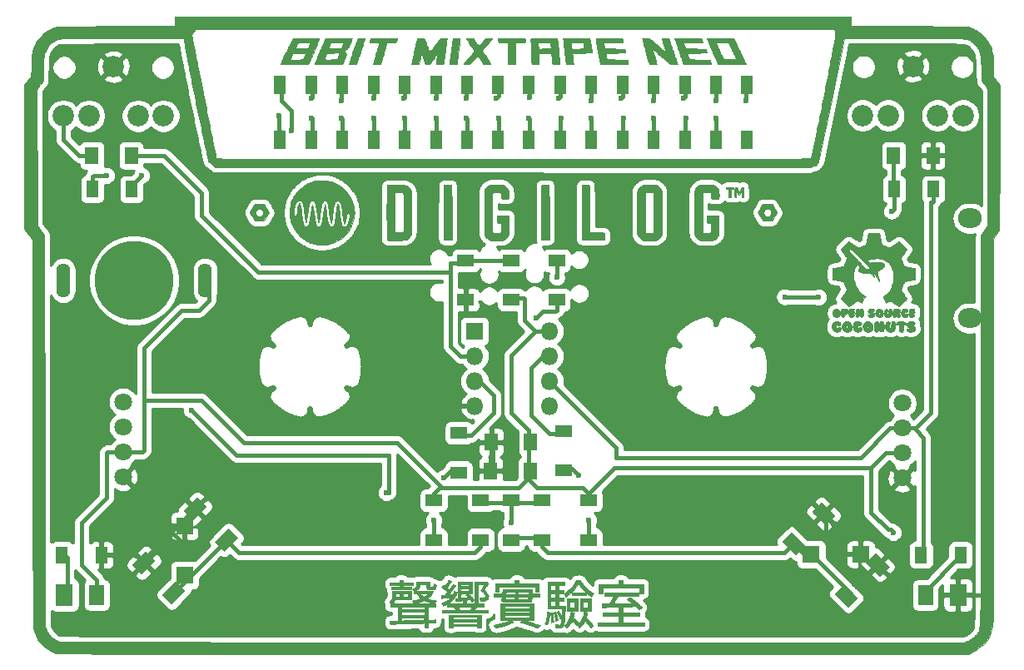
<source format=gbr>
G04 #@! TF.GenerationSoftware,KiCad,Pcbnew,5.1.2-f72e74a~84~ubuntu16.04.1*
G04 #@! TF.CreationDate,2019-05-11T14:37:20+08:00*
G04 #@! TF.ProjectId,MixtapeNEO-3000,4d697874-6170-4654-9e45-4f2d33303030,rev?*
G04 #@! TF.SameCoordinates,Original*
G04 #@! TF.FileFunction,Copper,L1,Top*
G04 #@! TF.FilePolarity,Positive*
%FSLAX46Y46*%
G04 Gerber Fmt 4.6, Leading zero omitted, Abs format (unit mm)*
G04 Created by KiCad (PCBNEW 5.1.2-f72e74a~84~ubuntu16.04.1) date 2019-05-11 14:37:20*
%MOMM*%
%LPD*%
G04 APERTURE LIST*
%ADD10C,0.010000*%
%ADD11O,2.400000X2.000000*%
%ADD12R,1.500000X2.100000*%
%ADD13R,1.800000X2.300000*%
%ADD14R,1.700000X1.800000*%
%ADD15R,1.800000X1.800000*%
%ADD16C,1.400000*%
%ADD17C,0.100000*%
%ADD18R,1.800000X1.700000*%
%ADD19O,1.800000X1.800000*%
%ADD20C,8.000000*%
%ADD21O,1.400000X3.500000*%
%ADD22R,1.400000X1.800000*%
%ADD23R,1.300000X1.700000*%
%ADD24R,1.700000X1.300000*%
%ADD25R,1.200000X1.900000*%
%ADD26C,1.800000*%
%ADD27C,2.181860*%
%ADD28C,0.600000*%
%ADD29C,0.400000*%
%ADD30C,0.254000*%
G04 APERTURE END LIST*
D10*
G36*
X172638920Y-70214493D02*
G01*
X172782946Y-70507767D01*
X172915859Y-70778677D01*
X173037847Y-71027606D01*
X173149094Y-71254940D01*
X173249787Y-71461061D01*
X173340112Y-71646355D01*
X173420256Y-71811205D01*
X173490405Y-71955996D01*
X173550745Y-72081112D01*
X173601462Y-72186937D01*
X173642743Y-72273855D01*
X173674773Y-72342250D01*
X173697739Y-72392507D01*
X173711828Y-72425009D01*
X173716637Y-72437825D01*
X173725311Y-72466400D01*
X172362380Y-72464497D01*
X172177730Y-72464196D01*
X171999748Y-72463822D01*
X171830137Y-72463383D01*
X171670600Y-72462886D01*
X171522841Y-72462342D01*
X171388562Y-72461756D01*
X171269466Y-72461137D01*
X171167257Y-72460494D01*
X171083637Y-72459835D01*
X171020310Y-72459167D01*
X170978978Y-72458499D01*
X170961350Y-72457839D01*
X170917097Y-72451256D01*
X170886776Y-72441522D01*
X170864244Y-72423722D01*
X170843356Y-72392940D01*
X170817971Y-72344262D01*
X170817008Y-72342338D01*
X170798813Y-72304157D01*
X170772679Y-72246794D01*
X170740481Y-72174497D01*
X170704095Y-72091509D01*
X170665396Y-72002078D01*
X170627747Y-71913950D01*
X170569353Y-71776322D01*
X170507996Y-71631667D01*
X170444524Y-71481987D01*
X170379785Y-71329284D01*
X170314627Y-71175562D01*
X170249899Y-71022823D01*
X170186448Y-70873069D01*
X170125124Y-70728304D01*
X170066774Y-70590530D01*
X170012247Y-70461749D01*
X169962390Y-70343964D01*
X169952563Y-70320738D01*
X170703066Y-70320738D01*
X170703506Y-70334517D01*
X170705425Y-70345404D01*
X170713928Y-70372956D01*
X170732089Y-70420967D01*
X170758778Y-70486904D01*
X170792864Y-70568233D01*
X170833215Y-70662420D01*
X170878701Y-70766931D01*
X170928189Y-70879231D01*
X170980550Y-70996787D01*
X171034650Y-71117065D01*
X171089360Y-71237530D01*
X171143548Y-71355649D01*
X171196083Y-71468887D01*
X171245833Y-71574710D01*
X171291667Y-71670585D01*
X171332454Y-71753976D01*
X171348959Y-71786950D01*
X171458000Y-72002850D01*
X171539875Y-72011090D01*
X171571819Y-72012905D01*
X171624431Y-72014241D01*
X171694383Y-72015128D01*
X171778350Y-72015593D01*
X171873002Y-72015665D01*
X171975014Y-72015373D01*
X172081058Y-72014744D01*
X172187807Y-72013808D01*
X172291934Y-72012592D01*
X172390111Y-72011126D01*
X172479011Y-72009438D01*
X172555308Y-72007555D01*
X172615673Y-72005508D01*
X172656780Y-72003323D01*
X172674053Y-72001390D01*
X172698199Y-71993113D01*
X172706047Y-71977871D01*
X172703334Y-71949734D01*
X172698364Y-71928504D01*
X172688683Y-71898613D01*
X172673680Y-71858692D01*
X172652748Y-71807371D01*
X172625276Y-71743280D01*
X172590657Y-71665050D01*
X172548281Y-71571312D01*
X172497539Y-71460696D01*
X172437822Y-71331831D01*
X172368522Y-71183349D01*
X172289029Y-71013880D01*
X172255942Y-70943524D01*
X171947645Y-70288350D01*
X171892647Y-70278074D01*
X171868326Y-70275984D01*
X171821582Y-70274261D01*
X171755387Y-70272933D01*
X171672716Y-70272026D01*
X171576544Y-70271569D01*
X171469843Y-70271589D01*
X171355588Y-70272114D01*
X171297900Y-70272562D01*
X171158307Y-70273869D01*
X171042042Y-70275276D01*
X170947032Y-70277039D01*
X170871206Y-70279413D01*
X170812491Y-70282651D01*
X170768815Y-70287010D01*
X170738107Y-70292743D01*
X170718294Y-70300106D01*
X170707304Y-70309352D01*
X170703066Y-70320738D01*
X169952563Y-70320738D01*
X169918053Y-70239179D01*
X169880082Y-70149395D01*
X169849328Y-70076616D01*
X169826637Y-70022843D01*
X169812858Y-69990081D01*
X169811350Y-69986474D01*
X169793599Y-69940455D01*
X169782043Y-69903479D01*
X169778459Y-69881552D01*
X169779436Y-69878524D01*
X169793141Y-69877224D01*
X169830574Y-69875904D01*
X169890063Y-69874580D01*
X169969938Y-69873268D01*
X170068526Y-69871985D01*
X170184156Y-69870748D01*
X170315156Y-69869572D01*
X170459855Y-69868475D01*
X170616580Y-69867472D01*
X170783660Y-69866581D01*
X170959424Y-69865818D01*
X171127034Y-69865243D01*
X172465363Y-69861237D01*
X172638920Y-70214493D01*
X172638920Y-70214493D01*
G37*
X172638920Y-70214493D02*
X172782946Y-70507767D01*
X172915859Y-70778677D01*
X173037847Y-71027606D01*
X173149094Y-71254940D01*
X173249787Y-71461061D01*
X173340112Y-71646355D01*
X173420256Y-71811205D01*
X173490405Y-71955996D01*
X173550745Y-72081112D01*
X173601462Y-72186937D01*
X173642743Y-72273855D01*
X173674773Y-72342250D01*
X173697739Y-72392507D01*
X173711828Y-72425009D01*
X173716637Y-72437825D01*
X173725311Y-72466400D01*
X172362380Y-72464497D01*
X172177730Y-72464196D01*
X171999748Y-72463822D01*
X171830137Y-72463383D01*
X171670600Y-72462886D01*
X171522841Y-72462342D01*
X171388562Y-72461756D01*
X171269466Y-72461137D01*
X171167257Y-72460494D01*
X171083637Y-72459835D01*
X171020310Y-72459167D01*
X170978978Y-72458499D01*
X170961350Y-72457839D01*
X170917097Y-72451256D01*
X170886776Y-72441522D01*
X170864244Y-72423722D01*
X170843356Y-72392940D01*
X170817971Y-72344262D01*
X170817008Y-72342338D01*
X170798813Y-72304157D01*
X170772679Y-72246794D01*
X170740481Y-72174497D01*
X170704095Y-72091509D01*
X170665396Y-72002078D01*
X170627747Y-71913950D01*
X170569353Y-71776322D01*
X170507996Y-71631667D01*
X170444524Y-71481987D01*
X170379785Y-71329284D01*
X170314627Y-71175562D01*
X170249899Y-71022823D01*
X170186448Y-70873069D01*
X170125124Y-70728304D01*
X170066774Y-70590530D01*
X170012247Y-70461749D01*
X169962390Y-70343964D01*
X169952563Y-70320738D01*
X170703066Y-70320738D01*
X170703506Y-70334517D01*
X170705425Y-70345404D01*
X170713928Y-70372956D01*
X170732089Y-70420967D01*
X170758778Y-70486904D01*
X170792864Y-70568233D01*
X170833215Y-70662420D01*
X170878701Y-70766931D01*
X170928189Y-70879231D01*
X170980550Y-70996787D01*
X171034650Y-71117065D01*
X171089360Y-71237530D01*
X171143548Y-71355649D01*
X171196083Y-71468887D01*
X171245833Y-71574710D01*
X171291667Y-71670585D01*
X171332454Y-71753976D01*
X171348959Y-71786950D01*
X171458000Y-72002850D01*
X171539875Y-72011090D01*
X171571819Y-72012905D01*
X171624431Y-72014241D01*
X171694383Y-72015128D01*
X171778350Y-72015593D01*
X171873002Y-72015665D01*
X171975014Y-72015373D01*
X172081058Y-72014744D01*
X172187807Y-72013808D01*
X172291934Y-72012592D01*
X172390111Y-72011126D01*
X172479011Y-72009438D01*
X172555308Y-72007555D01*
X172615673Y-72005508D01*
X172656780Y-72003323D01*
X172674053Y-72001390D01*
X172698199Y-71993113D01*
X172706047Y-71977871D01*
X172703334Y-71949734D01*
X172698364Y-71928504D01*
X172688683Y-71898613D01*
X172673680Y-71858692D01*
X172652748Y-71807371D01*
X172625276Y-71743280D01*
X172590657Y-71665050D01*
X172548281Y-71571312D01*
X172497539Y-71460696D01*
X172437822Y-71331831D01*
X172368522Y-71183349D01*
X172289029Y-71013880D01*
X172255942Y-70943524D01*
X171947645Y-70288350D01*
X171892647Y-70278074D01*
X171868326Y-70275984D01*
X171821582Y-70274261D01*
X171755387Y-70272933D01*
X171672716Y-70272026D01*
X171576544Y-70271569D01*
X171469843Y-70271589D01*
X171355588Y-70272114D01*
X171297900Y-70272562D01*
X171158307Y-70273869D01*
X171042042Y-70275276D01*
X170947032Y-70277039D01*
X170871206Y-70279413D01*
X170812491Y-70282651D01*
X170768815Y-70287010D01*
X170738107Y-70292743D01*
X170718294Y-70300106D01*
X170707304Y-70309352D01*
X170703066Y-70320738D01*
X169952563Y-70320738D01*
X169918053Y-70239179D01*
X169880082Y-70149395D01*
X169849328Y-70076616D01*
X169826637Y-70022843D01*
X169812858Y-69990081D01*
X169811350Y-69986474D01*
X169793599Y-69940455D01*
X169782043Y-69903479D01*
X169778459Y-69881552D01*
X169779436Y-69878524D01*
X169793141Y-69877224D01*
X169830574Y-69875904D01*
X169890063Y-69874580D01*
X169969938Y-69873268D01*
X170068526Y-69871985D01*
X170184156Y-69870748D01*
X170315156Y-69869572D01*
X170459855Y-69868475D01*
X170616580Y-69867472D01*
X170783660Y-69866581D01*
X170959424Y-69865818D01*
X171127034Y-69865243D01*
X172465363Y-69861237D01*
X172638920Y-70214493D01*
G36*
X166768080Y-69841775D02*
G01*
X166829972Y-69843187D01*
X166914586Y-69844738D01*
X167019248Y-69846396D01*
X167141279Y-69848127D01*
X167278003Y-69849899D01*
X167426743Y-69851679D01*
X167584824Y-69853432D01*
X167749569Y-69855127D01*
X167918300Y-69856731D01*
X168088342Y-69858209D01*
X168123480Y-69858497D01*
X169171811Y-69866984D01*
X169238458Y-70033217D01*
X169262576Y-70094969D01*
X169282724Y-70149603D01*
X169297165Y-70192176D01*
X169304165Y-70217745D01*
X169304553Y-70221433D01*
X169293130Y-70241138D01*
X169275425Y-70249277D01*
X169257928Y-70250429D01*
X169217297Y-70251738D01*
X169155797Y-70253167D01*
X169075693Y-70254680D01*
X168979249Y-70256241D01*
X168868731Y-70257814D01*
X168746403Y-70259361D01*
X168614531Y-70260847D01*
X168475380Y-70262235D01*
X168459450Y-70262383D01*
X168262571Y-70264283D01*
X168089629Y-70266169D01*
X167939162Y-70268096D01*
X167809706Y-70270119D01*
X167699800Y-70272294D01*
X167607981Y-70274675D01*
X167532785Y-70277320D01*
X167472751Y-70280281D01*
X167426415Y-70283616D01*
X167392315Y-70287379D01*
X167368989Y-70291626D01*
X167354973Y-70296412D01*
X167348805Y-70301792D01*
X167348200Y-70304429D01*
X167352889Y-70323744D01*
X167365791Y-70362004D01*
X167385153Y-70414791D01*
X167409225Y-70477686D01*
X167436256Y-70546270D01*
X167464494Y-70616124D01*
X167492189Y-70682829D01*
X167517590Y-70741966D01*
X167538945Y-70789117D01*
X167546214Y-70804137D01*
X167568767Y-70847644D01*
X167586291Y-70873624D01*
X167604473Y-70887579D01*
X167629000Y-70895011D01*
X167642759Y-70897545D01*
X167664149Y-70899179D01*
X167708818Y-70900942D01*
X167774643Y-70902795D01*
X167859504Y-70904702D01*
X167961280Y-70906626D01*
X168077849Y-70908529D01*
X168207090Y-70910374D01*
X168346882Y-70912123D01*
X168495104Y-70913740D01*
X168646143Y-70915157D01*
X168838812Y-70916990D01*
X169011635Y-70918982D01*
X169163914Y-70921120D01*
X169294951Y-70923387D01*
X169404052Y-70925768D01*
X169490517Y-70928249D01*
X169553651Y-70930815D01*
X169592756Y-70933449D01*
X169607064Y-70936050D01*
X169616627Y-70952507D01*
X169633183Y-70987272D01*
X169654478Y-71034996D01*
X169678260Y-71090327D01*
X169702274Y-71147918D01*
X169724268Y-71202418D01*
X169741987Y-71248478D01*
X169753179Y-71280748D01*
X169755015Y-71287290D01*
X169763358Y-71321030D01*
X169670204Y-71328230D01*
X169641721Y-71329622D01*
X169590198Y-71331268D01*
X169517992Y-71333121D01*
X169427461Y-71335136D01*
X169320963Y-71337266D01*
X169200855Y-71339465D01*
X169069496Y-71341687D01*
X168929242Y-71343887D01*
X168782453Y-71346018D01*
X168707100Y-71347046D01*
X168528166Y-71349510D01*
X168372964Y-71351858D01*
X168239826Y-71354189D01*
X168127087Y-71356603D01*
X168033077Y-71359200D01*
X167956131Y-71362080D01*
X167894580Y-71365342D01*
X167846759Y-71369086D01*
X167810999Y-71373413D01*
X167785633Y-71378420D01*
X167768994Y-71384209D01*
X167759416Y-71390878D01*
X167755230Y-71398529D01*
X167754611Y-71404017D01*
X167758979Y-71420404D01*
X167771056Y-71456265D01*
X167789313Y-71507560D01*
X167812223Y-71570253D01*
X167838259Y-71640304D01*
X167865893Y-71713675D01*
X167893597Y-71786329D01*
X167919842Y-71854228D01*
X167943103Y-71913333D01*
X167961850Y-71959606D01*
X167974556Y-71989009D01*
X167979148Y-71997510D01*
X167993302Y-71999502D01*
X168030504Y-72001757D01*
X168088404Y-72004228D01*
X168164651Y-72006867D01*
X168256896Y-72009625D01*
X168362788Y-72012455D01*
X168479977Y-72015307D01*
X168606113Y-72018135D01*
X168738845Y-72020890D01*
X168875824Y-72023523D01*
X169014700Y-72025987D01*
X169153122Y-72028234D01*
X169288740Y-72030215D01*
X169419203Y-72031883D01*
X169542163Y-72033188D01*
X169655267Y-72034083D01*
X169756168Y-72034521D01*
X169787955Y-72034557D01*
X170075061Y-72034600D01*
X170132456Y-72190175D01*
X170163601Y-72275180D01*
X170186535Y-72339439D01*
X170202164Y-72385910D01*
X170211393Y-72417556D01*
X170215125Y-72437337D01*
X170214265Y-72448213D01*
X170212261Y-72451375D01*
X170198610Y-72452624D01*
X170161562Y-72453800D01*
X170103116Y-72454901D01*
X170025276Y-72455923D01*
X169930041Y-72456865D01*
X169819416Y-72457723D01*
X169695399Y-72458496D01*
X169559994Y-72459180D01*
X169415202Y-72459773D01*
X169263025Y-72460273D01*
X169105464Y-72460677D01*
X168944520Y-72460982D01*
X168782196Y-72461185D01*
X168620492Y-72461285D01*
X168461411Y-72461279D01*
X168306955Y-72461164D01*
X168159124Y-72460937D01*
X168019920Y-72460597D01*
X167891345Y-72460139D01*
X167775401Y-72459563D01*
X167674089Y-72458865D01*
X167589411Y-72458042D01*
X167523368Y-72457093D01*
X167477962Y-72456014D01*
X167456150Y-72454907D01*
X167379950Y-72447350D01*
X167338693Y-72343989D01*
X167328275Y-72316532D01*
X167310163Y-72267243D01*
X167285114Y-72198244D01*
X167253882Y-72111658D01*
X167217222Y-72009608D01*
X167175889Y-71894215D01*
X167130640Y-71767602D01*
X167082228Y-71631891D01*
X167031409Y-71489205D01*
X166978938Y-71341665D01*
X166925570Y-71191394D01*
X166872060Y-71040515D01*
X166819164Y-70891149D01*
X166767636Y-70745419D01*
X166718233Y-70605447D01*
X166671707Y-70473355D01*
X166628816Y-70351266D01*
X166590314Y-70241302D01*
X166578806Y-70208340D01*
X166550656Y-70126826D01*
X166524773Y-70050342D01*
X166502569Y-69983184D01*
X166485457Y-69929644D01*
X166474846Y-69894018D01*
X166472726Y-69885685D01*
X166461010Y-69833540D01*
X166768080Y-69841775D01*
X166768080Y-69841775D01*
G37*
X166768080Y-69841775D02*
X166829972Y-69843187D01*
X166914586Y-69844738D01*
X167019248Y-69846396D01*
X167141279Y-69848127D01*
X167278003Y-69849899D01*
X167426743Y-69851679D01*
X167584824Y-69853432D01*
X167749569Y-69855127D01*
X167918300Y-69856731D01*
X168088342Y-69858209D01*
X168123480Y-69858497D01*
X169171811Y-69866984D01*
X169238458Y-70033217D01*
X169262576Y-70094969D01*
X169282724Y-70149603D01*
X169297165Y-70192176D01*
X169304165Y-70217745D01*
X169304553Y-70221433D01*
X169293130Y-70241138D01*
X169275425Y-70249277D01*
X169257928Y-70250429D01*
X169217297Y-70251738D01*
X169155797Y-70253167D01*
X169075693Y-70254680D01*
X168979249Y-70256241D01*
X168868731Y-70257814D01*
X168746403Y-70259361D01*
X168614531Y-70260847D01*
X168475380Y-70262235D01*
X168459450Y-70262383D01*
X168262571Y-70264283D01*
X168089629Y-70266169D01*
X167939162Y-70268096D01*
X167809706Y-70270119D01*
X167699800Y-70272294D01*
X167607981Y-70274675D01*
X167532785Y-70277320D01*
X167472751Y-70280281D01*
X167426415Y-70283616D01*
X167392315Y-70287379D01*
X167368989Y-70291626D01*
X167354973Y-70296412D01*
X167348805Y-70301792D01*
X167348200Y-70304429D01*
X167352889Y-70323744D01*
X167365791Y-70362004D01*
X167385153Y-70414791D01*
X167409225Y-70477686D01*
X167436256Y-70546270D01*
X167464494Y-70616124D01*
X167492189Y-70682829D01*
X167517590Y-70741966D01*
X167538945Y-70789117D01*
X167546214Y-70804137D01*
X167568767Y-70847644D01*
X167586291Y-70873624D01*
X167604473Y-70887579D01*
X167629000Y-70895011D01*
X167642759Y-70897545D01*
X167664149Y-70899179D01*
X167708818Y-70900942D01*
X167774643Y-70902795D01*
X167859504Y-70904702D01*
X167961280Y-70906626D01*
X168077849Y-70908529D01*
X168207090Y-70910374D01*
X168346882Y-70912123D01*
X168495104Y-70913740D01*
X168646143Y-70915157D01*
X168838812Y-70916990D01*
X169011635Y-70918982D01*
X169163914Y-70921120D01*
X169294951Y-70923387D01*
X169404052Y-70925768D01*
X169490517Y-70928249D01*
X169553651Y-70930815D01*
X169592756Y-70933449D01*
X169607064Y-70936050D01*
X169616627Y-70952507D01*
X169633183Y-70987272D01*
X169654478Y-71034996D01*
X169678260Y-71090327D01*
X169702274Y-71147918D01*
X169724268Y-71202418D01*
X169741987Y-71248478D01*
X169753179Y-71280748D01*
X169755015Y-71287290D01*
X169763358Y-71321030D01*
X169670204Y-71328230D01*
X169641721Y-71329622D01*
X169590198Y-71331268D01*
X169517992Y-71333121D01*
X169427461Y-71335136D01*
X169320963Y-71337266D01*
X169200855Y-71339465D01*
X169069496Y-71341687D01*
X168929242Y-71343887D01*
X168782453Y-71346018D01*
X168707100Y-71347046D01*
X168528166Y-71349510D01*
X168372964Y-71351858D01*
X168239826Y-71354189D01*
X168127087Y-71356603D01*
X168033077Y-71359200D01*
X167956131Y-71362080D01*
X167894580Y-71365342D01*
X167846759Y-71369086D01*
X167810999Y-71373413D01*
X167785633Y-71378420D01*
X167768994Y-71384209D01*
X167759416Y-71390878D01*
X167755230Y-71398529D01*
X167754611Y-71404017D01*
X167758979Y-71420404D01*
X167771056Y-71456265D01*
X167789313Y-71507560D01*
X167812223Y-71570253D01*
X167838259Y-71640304D01*
X167865893Y-71713675D01*
X167893597Y-71786329D01*
X167919842Y-71854228D01*
X167943103Y-71913333D01*
X167961850Y-71959606D01*
X167974556Y-71989009D01*
X167979148Y-71997510D01*
X167993302Y-71999502D01*
X168030504Y-72001757D01*
X168088404Y-72004228D01*
X168164651Y-72006867D01*
X168256896Y-72009625D01*
X168362788Y-72012455D01*
X168479977Y-72015307D01*
X168606113Y-72018135D01*
X168738845Y-72020890D01*
X168875824Y-72023523D01*
X169014700Y-72025987D01*
X169153122Y-72028234D01*
X169288740Y-72030215D01*
X169419203Y-72031883D01*
X169542163Y-72033188D01*
X169655267Y-72034083D01*
X169756168Y-72034521D01*
X169787955Y-72034557D01*
X170075061Y-72034600D01*
X170132456Y-72190175D01*
X170163601Y-72275180D01*
X170186535Y-72339439D01*
X170202164Y-72385910D01*
X170211393Y-72417556D01*
X170215125Y-72437337D01*
X170214265Y-72448213D01*
X170212261Y-72451375D01*
X170198610Y-72452624D01*
X170161562Y-72453800D01*
X170103116Y-72454901D01*
X170025276Y-72455923D01*
X169930041Y-72456865D01*
X169819416Y-72457723D01*
X169695399Y-72458496D01*
X169559994Y-72459180D01*
X169415202Y-72459773D01*
X169263025Y-72460273D01*
X169105464Y-72460677D01*
X168944520Y-72460982D01*
X168782196Y-72461185D01*
X168620492Y-72461285D01*
X168461411Y-72461279D01*
X168306955Y-72461164D01*
X168159124Y-72460937D01*
X168019920Y-72460597D01*
X167891345Y-72460139D01*
X167775401Y-72459563D01*
X167674089Y-72458865D01*
X167589411Y-72458042D01*
X167523368Y-72457093D01*
X167477962Y-72456014D01*
X167456150Y-72454907D01*
X167379950Y-72447350D01*
X167338693Y-72343989D01*
X167328275Y-72316532D01*
X167310163Y-72267243D01*
X167285114Y-72198244D01*
X167253882Y-72111658D01*
X167217222Y-72009608D01*
X167175889Y-71894215D01*
X167130640Y-71767602D01*
X167082228Y-71631891D01*
X167031409Y-71489205D01*
X166978938Y-71341665D01*
X166925570Y-71191394D01*
X166872060Y-71040515D01*
X166819164Y-70891149D01*
X166767636Y-70745419D01*
X166718233Y-70605447D01*
X166671707Y-70473355D01*
X166628816Y-70351266D01*
X166590314Y-70241302D01*
X166578806Y-70208340D01*
X166550656Y-70126826D01*
X166524773Y-70050342D01*
X166502569Y-69983184D01*
X166485457Y-69929644D01*
X166474846Y-69894018D01*
X166472726Y-69885685D01*
X166461010Y-69833540D01*
X166768080Y-69841775D01*
G36*
X165585383Y-69856192D02*
G01*
X165659706Y-69857242D01*
X165725081Y-69859218D01*
X165777216Y-69862156D01*
X165811819Y-69866089D01*
X165814760Y-69866666D01*
X165836267Y-69873394D01*
X165855371Y-69885565D01*
X165873472Y-69905900D01*
X165891967Y-69937119D01*
X165912257Y-69981944D01*
X165935740Y-70043095D01*
X165963814Y-70123294D01*
X165995648Y-70218500D01*
X166011698Y-70266694D01*
X166035135Y-70336493D01*
X166065136Y-70425466D01*
X166100876Y-70531181D01*
X166141532Y-70651207D01*
X166186278Y-70783114D01*
X166234291Y-70924470D01*
X166284747Y-71072844D01*
X166336822Y-71225805D01*
X166389691Y-71380921D01*
X166390992Y-71384736D01*
X166442191Y-71535061D01*
X166491333Y-71679744D01*
X166537750Y-71816788D01*
X166580772Y-71944200D01*
X166619729Y-72059982D01*
X166653952Y-72162141D01*
X166682769Y-72248679D01*
X166705513Y-72317602D01*
X166721513Y-72366914D01*
X166730099Y-72394620D01*
X166730912Y-72397561D01*
X166748888Y-72466400D01*
X166003445Y-72466400D01*
X165916997Y-72393477D01*
X165884078Y-72365480D01*
X165833321Y-72321998D01*
X165766072Y-72264191D01*
X165683676Y-72193223D01*
X165587478Y-72110254D01*
X165478824Y-72016446D01*
X165359061Y-71912962D01*
X165229532Y-71800963D01*
X165091585Y-71681612D01*
X164946564Y-71556069D01*
X164795815Y-71425497D01*
X164758597Y-71393250D01*
X164649467Y-71298841D01*
X164557823Y-71219942D01*
X164482092Y-71155273D01*
X164420703Y-71103552D01*
X164372084Y-71063497D01*
X164334661Y-71033829D01*
X164306862Y-71013266D01*
X164287117Y-71000527D01*
X164273851Y-70994330D01*
X164267608Y-70993200D01*
X164257266Y-70997334D01*
X164251799Y-71011048D01*
X164251591Y-71036308D01*
X164257028Y-71075083D01*
X164268494Y-71129339D01*
X164286374Y-71201042D01*
X164311052Y-71292161D01*
X164342913Y-71404661D01*
X164358904Y-71460053D01*
X164415974Y-71657508D01*
X164466370Y-71833154D01*
X164509994Y-71986642D01*
X164546749Y-72117619D01*
X164576536Y-72225737D01*
X164599259Y-72310642D01*
X164614820Y-72371986D01*
X164623122Y-72409418D01*
X164623649Y-72412425D01*
X164632632Y-72466400D01*
X164270013Y-72466400D01*
X164164023Y-72466294D01*
X164080626Y-72465865D01*
X164017014Y-72464946D01*
X163970379Y-72463372D01*
X163937914Y-72460975D01*
X163916812Y-72457588D01*
X163904266Y-72453045D01*
X163897467Y-72447180D01*
X163895594Y-72444175D01*
X163884907Y-72418194D01*
X163868227Y-72369150D01*
X163845482Y-72296811D01*
X163816605Y-72200945D01*
X163781526Y-72081320D01*
X163740175Y-71937703D01*
X163692482Y-71769863D01*
X163666859Y-71679000D01*
X163610030Y-71476972D01*
X163554823Y-71280596D01*
X163501703Y-71091528D01*
X163451133Y-70911422D01*
X163403577Y-70741935D01*
X163359500Y-70584723D01*
X163319365Y-70441441D01*
X163283637Y-70313746D01*
X163252779Y-70203293D01*
X163227255Y-70111738D01*
X163207529Y-70040737D01*
X163194065Y-69991945D01*
X163190905Y-69980375D01*
X163158977Y-69862900D01*
X163891400Y-69862900D01*
X164410125Y-70297298D01*
X164582993Y-70442013D01*
X164737473Y-70571203D01*
X164874606Y-70685705D01*
X164995431Y-70786354D01*
X165100989Y-70873987D01*
X165192322Y-70949439D01*
X165270469Y-71013548D01*
X165336472Y-71067147D01*
X165391371Y-71111075D01*
X165436206Y-71146166D01*
X165472019Y-71173258D01*
X165499850Y-71193185D01*
X165520739Y-71206785D01*
X165535727Y-71214893D01*
X165545854Y-71218344D01*
X165552163Y-71217977D01*
X165554281Y-71216551D01*
X165556579Y-71207044D01*
X165554561Y-71186221D01*
X165547826Y-71152662D01*
X165535970Y-71104950D01*
X165518593Y-71041665D01*
X165495290Y-70961389D01*
X165465661Y-70862703D01*
X165429302Y-70744190D01*
X165385811Y-70604429D01*
X165334787Y-70442004D01*
X165333213Y-70437010D01*
X165290503Y-70300964D01*
X165255260Y-70187290D01*
X165226995Y-70094239D01*
X165205217Y-70020061D01*
X165189438Y-69963007D01*
X165179168Y-69921325D01*
X165173918Y-69893268D01*
X165173198Y-69877085D01*
X165175154Y-69871860D01*
X165191922Y-69867400D01*
X165229790Y-69863622D01*
X165284464Y-69860562D01*
X165351653Y-69858254D01*
X165427065Y-69856733D01*
X165506405Y-69856034D01*
X165585383Y-69856192D01*
X165585383Y-69856192D01*
G37*
X165585383Y-69856192D02*
X165659706Y-69857242D01*
X165725081Y-69859218D01*
X165777216Y-69862156D01*
X165811819Y-69866089D01*
X165814760Y-69866666D01*
X165836267Y-69873394D01*
X165855371Y-69885565D01*
X165873472Y-69905900D01*
X165891967Y-69937119D01*
X165912257Y-69981944D01*
X165935740Y-70043095D01*
X165963814Y-70123294D01*
X165995648Y-70218500D01*
X166011698Y-70266694D01*
X166035135Y-70336493D01*
X166065136Y-70425466D01*
X166100876Y-70531181D01*
X166141532Y-70651207D01*
X166186278Y-70783114D01*
X166234291Y-70924470D01*
X166284747Y-71072844D01*
X166336822Y-71225805D01*
X166389691Y-71380921D01*
X166390992Y-71384736D01*
X166442191Y-71535061D01*
X166491333Y-71679744D01*
X166537750Y-71816788D01*
X166580772Y-71944200D01*
X166619729Y-72059982D01*
X166653952Y-72162141D01*
X166682769Y-72248679D01*
X166705513Y-72317602D01*
X166721513Y-72366914D01*
X166730099Y-72394620D01*
X166730912Y-72397561D01*
X166748888Y-72466400D01*
X166003445Y-72466400D01*
X165916997Y-72393477D01*
X165884078Y-72365480D01*
X165833321Y-72321998D01*
X165766072Y-72264191D01*
X165683676Y-72193223D01*
X165587478Y-72110254D01*
X165478824Y-72016446D01*
X165359061Y-71912962D01*
X165229532Y-71800963D01*
X165091585Y-71681612D01*
X164946564Y-71556069D01*
X164795815Y-71425497D01*
X164758597Y-71393250D01*
X164649467Y-71298841D01*
X164557823Y-71219942D01*
X164482092Y-71155273D01*
X164420703Y-71103552D01*
X164372084Y-71063497D01*
X164334661Y-71033829D01*
X164306862Y-71013266D01*
X164287117Y-71000527D01*
X164273851Y-70994330D01*
X164267608Y-70993200D01*
X164257266Y-70997334D01*
X164251799Y-71011048D01*
X164251591Y-71036308D01*
X164257028Y-71075083D01*
X164268494Y-71129339D01*
X164286374Y-71201042D01*
X164311052Y-71292161D01*
X164342913Y-71404661D01*
X164358904Y-71460053D01*
X164415974Y-71657508D01*
X164466370Y-71833154D01*
X164509994Y-71986642D01*
X164546749Y-72117619D01*
X164576536Y-72225737D01*
X164599259Y-72310642D01*
X164614820Y-72371986D01*
X164623122Y-72409418D01*
X164623649Y-72412425D01*
X164632632Y-72466400D01*
X164270013Y-72466400D01*
X164164023Y-72466294D01*
X164080626Y-72465865D01*
X164017014Y-72464946D01*
X163970379Y-72463372D01*
X163937914Y-72460975D01*
X163916812Y-72457588D01*
X163904266Y-72453045D01*
X163897467Y-72447180D01*
X163895594Y-72444175D01*
X163884907Y-72418194D01*
X163868227Y-72369150D01*
X163845482Y-72296811D01*
X163816605Y-72200945D01*
X163781526Y-72081320D01*
X163740175Y-71937703D01*
X163692482Y-71769863D01*
X163666859Y-71679000D01*
X163610030Y-71476972D01*
X163554823Y-71280596D01*
X163501703Y-71091528D01*
X163451133Y-70911422D01*
X163403577Y-70741935D01*
X163359500Y-70584723D01*
X163319365Y-70441441D01*
X163283637Y-70313746D01*
X163252779Y-70203293D01*
X163227255Y-70111738D01*
X163207529Y-70040737D01*
X163194065Y-69991945D01*
X163190905Y-69980375D01*
X163158977Y-69862900D01*
X163891400Y-69862900D01*
X164410125Y-70297298D01*
X164582993Y-70442013D01*
X164737473Y-70571203D01*
X164874606Y-70685705D01*
X164995431Y-70786354D01*
X165100989Y-70873987D01*
X165192322Y-70949439D01*
X165270469Y-71013548D01*
X165336472Y-71067147D01*
X165391371Y-71111075D01*
X165436206Y-71146166D01*
X165472019Y-71173258D01*
X165499850Y-71193185D01*
X165520739Y-71206785D01*
X165535727Y-71214893D01*
X165545854Y-71218344D01*
X165552163Y-71217977D01*
X165554281Y-71216551D01*
X165556579Y-71207044D01*
X165554561Y-71186221D01*
X165547826Y-71152662D01*
X165535970Y-71104950D01*
X165518593Y-71041665D01*
X165495290Y-70961389D01*
X165465661Y-70862703D01*
X165429302Y-70744190D01*
X165385811Y-70604429D01*
X165334787Y-70442004D01*
X165333213Y-70437010D01*
X165290503Y-70300964D01*
X165255260Y-70187290D01*
X165226995Y-70094239D01*
X165205217Y-70020061D01*
X165189438Y-69963007D01*
X165179168Y-69921325D01*
X165173918Y-69893268D01*
X165173198Y-69877085D01*
X165175154Y-69871860D01*
X165191922Y-69867400D01*
X165229790Y-69863622D01*
X165284464Y-69860562D01*
X165351653Y-69858254D01*
X165427065Y-69856733D01*
X165506405Y-69856034D01*
X165585383Y-69856192D01*
G36*
X159728863Y-69850460D02*
G01*
X159882715Y-69850898D01*
X160036538Y-69851614D01*
X160188167Y-69852592D01*
X160335440Y-69853815D01*
X160476195Y-69855270D01*
X160608267Y-69856941D01*
X160729493Y-69858812D01*
X160837712Y-69860868D01*
X160930759Y-69863093D01*
X161006473Y-69865472D01*
X161062688Y-69867990D01*
X161097244Y-69870632D01*
X161107543Y-69872626D01*
X161127806Y-69892404D01*
X161149982Y-69926729D01*
X161161168Y-69949658D01*
X161173921Y-69985761D01*
X161187213Y-70033862D01*
X161199841Y-70087913D01*
X161210602Y-70141862D01*
X161218291Y-70189658D01*
X161221706Y-70225251D01*
X161219642Y-70242591D01*
X161219474Y-70242774D01*
X161215276Y-70244453D01*
X161205205Y-70246010D01*
X161187812Y-70247476D01*
X161161647Y-70248878D01*
X161125261Y-70250244D01*
X161077204Y-70251605D01*
X161016026Y-70252987D01*
X160940278Y-70254421D01*
X160848511Y-70255934D01*
X160739275Y-70257555D01*
X160611120Y-70259313D01*
X160462597Y-70261236D01*
X160292257Y-70263354D01*
X160098649Y-70265694D01*
X159999119Y-70266879D01*
X159864451Y-70268621D01*
X159737408Y-70270541D01*
X159620255Y-70272586D01*
X159515255Y-70274703D01*
X159424674Y-70276840D01*
X159350774Y-70278944D01*
X159295819Y-70280963D01*
X159262075Y-70282842D01*
X159251760Y-70284292D01*
X159251807Y-70298627D01*
X159256533Y-70334307D01*
X159265338Y-70387833D01*
X159277622Y-70455705D01*
X159292785Y-70534422D01*
X159305065Y-70595442D01*
X159367000Y-70897950D01*
X159938125Y-70907335D01*
X160078761Y-70909662D01*
X160230577Y-70912201D01*
X160387561Y-70914851D01*
X160543701Y-70917509D01*
X160692982Y-70920072D01*
X160829393Y-70922438D01*
X160946920Y-70924505D01*
X160955658Y-70924661D01*
X161402066Y-70932600D01*
X161421861Y-71004175D01*
X161432113Y-71048676D01*
X161443008Y-71107782D01*
X161453288Y-71173060D01*
X161461690Y-71236079D01*
X161466955Y-71288404D01*
X161468100Y-71313541D01*
X161466712Y-71319946D01*
X161460785Y-71325024D01*
X161447674Y-71328939D01*
X161424735Y-71331850D01*
X161389321Y-71333919D01*
X161338787Y-71335308D01*
X161270490Y-71336177D01*
X161181783Y-71336689D01*
X161083925Y-71336974D01*
X160922022Y-71337578D01*
X160759380Y-71338630D01*
X160598017Y-71340088D01*
X160439955Y-71341909D01*
X160287213Y-71344051D01*
X160141812Y-71346471D01*
X160005772Y-71349127D01*
X159881113Y-71351976D01*
X159769857Y-71354976D01*
X159674022Y-71358085D01*
X159595630Y-71361259D01*
X159536701Y-71364457D01*
X159499255Y-71367637D01*
X159485453Y-71370566D01*
X159480045Y-71386460D01*
X159479975Y-71419880D01*
X159485359Y-71473543D01*
X159491995Y-71521624D01*
X159501189Y-71577460D01*
X159513553Y-71643400D01*
X159528045Y-71714810D01*
X159543620Y-71787060D01*
X159559235Y-71855517D01*
X159573847Y-71915549D01*
X159586413Y-71962525D01*
X159595887Y-71991813D01*
X159599501Y-71998813D01*
X159613180Y-72000367D01*
X159650293Y-72002183D01*
X159708873Y-72004218D01*
X159786955Y-72006425D01*
X159882574Y-72008761D01*
X159993765Y-72011180D01*
X160118562Y-72013638D01*
X160255000Y-72016089D01*
X160401114Y-72018490D01*
X160554939Y-72020795D01*
X160579100Y-72021137D01*
X160735348Y-72023416D01*
X160885235Y-72025761D01*
X161026668Y-72028130D01*
X161157556Y-72030479D01*
X161275806Y-72032768D01*
X161379326Y-72034952D01*
X161466023Y-72036991D01*
X161533807Y-72038841D01*
X161580584Y-72040461D01*
X161604262Y-72041807D01*
X161605272Y-72041924D01*
X161642635Y-72049913D01*
X161663273Y-72064705D01*
X161672841Y-72083100D01*
X161687767Y-72128421D01*
X161703893Y-72187056D01*
X161719564Y-72251693D01*
X161733126Y-72315021D01*
X161742921Y-72369727D01*
X161747297Y-72408500D01*
X161747384Y-72412425D01*
X161747500Y-72466400D01*
X160404475Y-72464050D01*
X160220514Y-72463686D01*
X160042768Y-72463252D01*
X159872999Y-72462758D01*
X159712969Y-72462210D01*
X159564443Y-72461620D01*
X159429182Y-72460994D01*
X159308950Y-72460342D01*
X159205509Y-72459673D01*
X159120623Y-72458995D01*
X159056054Y-72458318D01*
X159013564Y-72457649D01*
X158995808Y-72457072D01*
X158955922Y-72451649D01*
X158926377Y-72442898D01*
X158917680Y-72437197D01*
X158910500Y-72422771D01*
X158901248Y-72394010D01*
X158889733Y-72349944D01*
X158875760Y-72289607D01*
X158859139Y-72212029D01*
X158839676Y-72116243D01*
X158817178Y-72001282D01*
X158791455Y-71866177D01*
X158762312Y-71709961D01*
X158729558Y-71531665D01*
X158693000Y-71330322D01*
X158652445Y-71104964D01*
X158649485Y-71088450D01*
X158613319Y-70886131D01*
X158581583Y-70707430D01*
X158554052Y-70550991D01*
X158530503Y-70415461D01*
X158510712Y-70299486D01*
X158494456Y-70201712D01*
X158481510Y-70120786D01*
X158471652Y-70055354D01*
X158464657Y-70004062D01*
X158460301Y-69965556D01*
X158458361Y-69938483D01*
X158458211Y-69931029D01*
X158458200Y-69865808D01*
X158832749Y-69856445D01*
X158926247Y-69854512D01*
X159034856Y-69852965D01*
X159156413Y-69851786D01*
X159288755Y-69850962D01*
X159429720Y-69850476D01*
X159577143Y-69850314D01*
X159728863Y-69850460D01*
X159728863Y-69850460D01*
G37*
X159728863Y-69850460D02*
X159882715Y-69850898D01*
X160036538Y-69851614D01*
X160188167Y-69852592D01*
X160335440Y-69853815D01*
X160476195Y-69855270D01*
X160608267Y-69856941D01*
X160729493Y-69858812D01*
X160837712Y-69860868D01*
X160930759Y-69863093D01*
X161006473Y-69865472D01*
X161062688Y-69867990D01*
X161097244Y-69870632D01*
X161107543Y-69872626D01*
X161127806Y-69892404D01*
X161149982Y-69926729D01*
X161161168Y-69949658D01*
X161173921Y-69985761D01*
X161187213Y-70033862D01*
X161199841Y-70087913D01*
X161210602Y-70141862D01*
X161218291Y-70189658D01*
X161221706Y-70225251D01*
X161219642Y-70242591D01*
X161219474Y-70242774D01*
X161215276Y-70244453D01*
X161205205Y-70246010D01*
X161187812Y-70247476D01*
X161161647Y-70248878D01*
X161125261Y-70250244D01*
X161077204Y-70251605D01*
X161016026Y-70252987D01*
X160940278Y-70254421D01*
X160848511Y-70255934D01*
X160739275Y-70257555D01*
X160611120Y-70259313D01*
X160462597Y-70261236D01*
X160292257Y-70263354D01*
X160098649Y-70265694D01*
X159999119Y-70266879D01*
X159864451Y-70268621D01*
X159737408Y-70270541D01*
X159620255Y-70272586D01*
X159515255Y-70274703D01*
X159424674Y-70276840D01*
X159350774Y-70278944D01*
X159295819Y-70280963D01*
X159262075Y-70282842D01*
X159251760Y-70284292D01*
X159251807Y-70298627D01*
X159256533Y-70334307D01*
X159265338Y-70387833D01*
X159277622Y-70455705D01*
X159292785Y-70534422D01*
X159305065Y-70595442D01*
X159367000Y-70897950D01*
X159938125Y-70907335D01*
X160078761Y-70909662D01*
X160230577Y-70912201D01*
X160387561Y-70914851D01*
X160543701Y-70917509D01*
X160692982Y-70920072D01*
X160829393Y-70922438D01*
X160946920Y-70924505D01*
X160955658Y-70924661D01*
X161402066Y-70932600D01*
X161421861Y-71004175D01*
X161432113Y-71048676D01*
X161443008Y-71107782D01*
X161453288Y-71173060D01*
X161461690Y-71236079D01*
X161466955Y-71288404D01*
X161468100Y-71313541D01*
X161466712Y-71319946D01*
X161460785Y-71325024D01*
X161447674Y-71328939D01*
X161424735Y-71331850D01*
X161389321Y-71333919D01*
X161338787Y-71335308D01*
X161270490Y-71336177D01*
X161181783Y-71336689D01*
X161083925Y-71336974D01*
X160922022Y-71337578D01*
X160759380Y-71338630D01*
X160598017Y-71340088D01*
X160439955Y-71341909D01*
X160287213Y-71344051D01*
X160141812Y-71346471D01*
X160005772Y-71349127D01*
X159881113Y-71351976D01*
X159769857Y-71354976D01*
X159674022Y-71358085D01*
X159595630Y-71361259D01*
X159536701Y-71364457D01*
X159499255Y-71367637D01*
X159485453Y-71370566D01*
X159480045Y-71386460D01*
X159479975Y-71419880D01*
X159485359Y-71473543D01*
X159491995Y-71521624D01*
X159501189Y-71577460D01*
X159513553Y-71643400D01*
X159528045Y-71714810D01*
X159543620Y-71787060D01*
X159559235Y-71855517D01*
X159573847Y-71915549D01*
X159586413Y-71962525D01*
X159595887Y-71991813D01*
X159599501Y-71998813D01*
X159613180Y-72000367D01*
X159650293Y-72002183D01*
X159708873Y-72004218D01*
X159786955Y-72006425D01*
X159882574Y-72008761D01*
X159993765Y-72011180D01*
X160118562Y-72013638D01*
X160255000Y-72016089D01*
X160401114Y-72018490D01*
X160554939Y-72020795D01*
X160579100Y-72021137D01*
X160735348Y-72023416D01*
X160885235Y-72025761D01*
X161026668Y-72028130D01*
X161157556Y-72030479D01*
X161275806Y-72032768D01*
X161379326Y-72034952D01*
X161466023Y-72036991D01*
X161533807Y-72038841D01*
X161580584Y-72040461D01*
X161604262Y-72041807D01*
X161605272Y-72041924D01*
X161642635Y-72049913D01*
X161663273Y-72064705D01*
X161672841Y-72083100D01*
X161687767Y-72128421D01*
X161703893Y-72187056D01*
X161719564Y-72251693D01*
X161733126Y-72315021D01*
X161742921Y-72369727D01*
X161747297Y-72408500D01*
X161747384Y-72412425D01*
X161747500Y-72466400D01*
X160404475Y-72464050D01*
X160220514Y-72463686D01*
X160042768Y-72463252D01*
X159872999Y-72462758D01*
X159712969Y-72462210D01*
X159564443Y-72461620D01*
X159429182Y-72460994D01*
X159308950Y-72460342D01*
X159205509Y-72459673D01*
X159120623Y-72458995D01*
X159056054Y-72458318D01*
X159013564Y-72457649D01*
X158995808Y-72457072D01*
X158955922Y-72451649D01*
X158926377Y-72442898D01*
X158917680Y-72437197D01*
X158910500Y-72422771D01*
X158901248Y-72394010D01*
X158889733Y-72349944D01*
X158875760Y-72289607D01*
X158859139Y-72212029D01*
X158839676Y-72116243D01*
X158817178Y-72001282D01*
X158791455Y-71866177D01*
X158762312Y-71709961D01*
X158729558Y-71531665D01*
X158693000Y-71330322D01*
X158652445Y-71104964D01*
X158649485Y-71088450D01*
X158613319Y-70886131D01*
X158581583Y-70707430D01*
X158554052Y-70550991D01*
X158530503Y-70415461D01*
X158510712Y-70299486D01*
X158494456Y-70201712D01*
X158481510Y-70120786D01*
X158471652Y-70055354D01*
X158464657Y-70004062D01*
X158460301Y-69965556D01*
X158458361Y-69938483D01*
X158458211Y-69931029D01*
X158458200Y-69865808D01*
X158832749Y-69856445D01*
X158926247Y-69854512D01*
X159034856Y-69852965D01*
X159156413Y-69851786D01*
X159288755Y-69850962D01*
X159429720Y-69850476D01*
X159577143Y-69850314D01*
X159728863Y-69850460D01*
G36*
X156366350Y-69863164D02*
G01*
X156519409Y-69863340D01*
X156670523Y-69863666D01*
X156817591Y-69864144D01*
X156958508Y-69864774D01*
X157091171Y-69865557D01*
X157213478Y-69866495D01*
X157323324Y-69867588D01*
X157418606Y-69868838D01*
X157497222Y-69870245D01*
X157540003Y-69871290D01*
X157834657Y-69879621D01*
X157847160Y-69937935D01*
X157860153Y-70000849D01*
X157875931Y-70081021D01*
X157893920Y-70175210D01*
X157913544Y-70280176D01*
X157934228Y-70392680D01*
X157955396Y-70509482D01*
X157976473Y-70627340D01*
X157996882Y-70743016D01*
X158016050Y-70853269D01*
X158033400Y-70954859D01*
X158048357Y-71044545D01*
X158060345Y-71119089D01*
X158068789Y-71175249D01*
X158073113Y-71209786D01*
X158073172Y-71210444D01*
X158080576Y-71294338D01*
X158037613Y-71310012D01*
X158012883Y-71314578D01*
X157965209Y-71319149D01*
X157897047Y-71323647D01*
X157810855Y-71327996D01*
X157709087Y-71332117D01*
X157594200Y-71335935D01*
X157468650Y-71339372D01*
X157334894Y-71342350D01*
X157195387Y-71344793D01*
X157052586Y-71346624D01*
X156908947Y-71347765D01*
X156825103Y-71348083D01*
X156720551Y-71348647D01*
X156610457Y-71349831D01*
X156501703Y-71351520D01*
X156401173Y-71353599D01*
X156315750Y-71355952D01*
X156281145Y-71357185D01*
X156068534Y-71365570D01*
X156076774Y-71487360D01*
X156086713Y-71620454D01*
X156099410Y-71769205D01*
X156113968Y-71924136D01*
X156129490Y-72075769D01*
X156145077Y-72214626D01*
X156147685Y-72236407D01*
X156155646Y-72306343D01*
X156161631Y-72367224D01*
X156165286Y-72414696D01*
X156166259Y-72444403D01*
X156165144Y-72452307D01*
X156150930Y-72454428D01*
X156114595Y-72456589D01*
X156059422Y-72458689D01*
X155988689Y-72460624D01*
X155905678Y-72462294D01*
X155813668Y-72463595D01*
X155796326Y-72463783D01*
X155686829Y-72464692D01*
X155600339Y-72464847D01*
X155534471Y-72464164D01*
X155486840Y-72462561D01*
X155455063Y-72459956D01*
X155436754Y-72456266D01*
X155429529Y-72451408D01*
X155429398Y-72451083D01*
X155420832Y-72421423D01*
X155412032Y-72379081D01*
X155402631Y-72321574D01*
X155392261Y-72246420D01*
X155380555Y-72151136D01*
X155367145Y-72033241D01*
X155365871Y-72021691D01*
X155354404Y-71917926D01*
X155341061Y-71797719D01*
X155326822Y-71669867D01*
X155312666Y-71543167D01*
X155299574Y-71426414D01*
X155295843Y-71393250D01*
X155282685Y-71274890D01*
X155268831Y-71147563D01*
X155254542Y-71013886D01*
X155240082Y-70876481D01*
X155225711Y-70737966D01*
X155211693Y-70600960D01*
X155198289Y-70468083D01*
X155185761Y-70341953D01*
X155178675Y-70269300D01*
X155904349Y-70269300D01*
X155911057Y-70310575D01*
X155915301Y-70341085D01*
X155921163Y-70388955D01*
X155927695Y-70446273D01*
X155931218Y-70478850D01*
X155943613Y-70581314D01*
X155958101Y-70676811D01*
X155973797Y-70760544D01*
X155989819Y-70827714D01*
X156002808Y-70867641D01*
X156022557Y-70917000D01*
X156649828Y-70917000D01*
X156773341Y-70916813D01*
X156888781Y-70916277D01*
X156993730Y-70915429D01*
X157085771Y-70914306D01*
X157162485Y-70912944D01*
X157221454Y-70911380D01*
X157260262Y-70909651D01*
X157276489Y-70907793D01*
X157276828Y-70907475D01*
X157274492Y-70881941D01*
X157268790Y-70837774D01*
X157260414Y-70779250D01*
X157250056Y-70710649D01*
X157238408Y-70636246D01*
X157226162Y-70560321D01*
X157214011Y-70487151D01*
X157202647Y-70421014D01*
X157192762Y-70366187D01*
X157185049Y-70326949D01*
X157180199Y-70307577D01*
X157179561Y-70306381D01*
X157162905Y-70297803D01*
X157130554Y-70290500D01*
X157081222Y-70284409D01*
X157013624Y-70279464D01*
X156926476Y-70275603D01*
X156818492Y-70272761D01*
X156688386Y-70270875D01*
X156534874Y-70269881D01*
X156441499Y-70269692D01*
X155904349Y-70269300D01*
X155178675Y-70269300D01*
X155174372Y-70225192D01*
X155164384Y-70120417D01*
X155156058Y-70030248D01*
X155149657Y-69957304D01*
X155145444Y-69904206D01*
X155143679Y-69873571D01*
X155143655Y-69872425D01*
X155155978Y-69870873D01*
X155191597Y-69869460D01*
X155248409Y-69868187D01*
X155324311Y-69867053D01*
X155417199Y-69866062D01*
X155524970Y-69865213D01*
X155645520Y-69864507D01*
X155776747Y-69863946D01*
X155916547Y-69863530D01*
X156062816Y-69863260D01*
X156213452Y-69863138D01*
X156366350Y-69863164D01*
X156366350Y-69863164D01*
G37*
X156366350Y-69863164D02*
X156519409Y-69863340D01*
X156670523Y-69863666D01*
X156817591Y-69864144D01*
X156958508Y-69864774D01*
X157091171Y-69865557D01*
X157213478Y-69866495D01*
X157323324Y-69867588D01*
X157418606Y-69868838D01*
X157497222Y-69870245D01*
X157540003Y-69871290D01*
X157834657Y-69879621D01*
X157847160Y-69937935D01*
X157860153Y-70000849D01*
X157875931Y-70081021D01*
X157893920Y-70175210D01*
X157913544Y-70280176D01*
X157934228Y-70392680D01*
X157955396Y-70509482D01*
X157976473Y-70627340D01*
X157996882Y-70743016D01*
X158016050Y-70853269D01*
X158033400Y-70954859D01*
X158048357Y-71044545D01*
X158060345Y-71119089D01*
X158068789Y-71175249D01*
X158073113Y-71209786D01*
X158073172Y-71210444D01*
X158080576Y-71294338D01*
X158037613Y-71310012D01*
X158012883Y-71314578D01*
X157965209Y-71319149D01*
X157897047Y-71323647D01*
X157810855Y-71327996D01*
X157709087Y-71332117D01*
X157594200Y-71335935D01*
X157468650Y-71339372D01*
X157334894Y-71342350D01*
X157195387Y-71344793D01*
X157052586Y-71346624D01*
X156908947Y-71347765D01*
X156825103Y-71348083D01*
X156720551Y-71348647D01*
X156610457Y-71349831D01*
X156501703Y-71351520D01*
X156401173Y-71353599D01*
X156315750Y-71355952D01*
X156281145Y-71357185D01*
X156068534Y-71365570D01*
X156076774Y-71487360D01*
X156086713Y-71620454D01*
X156099410Y-71769205D01*
X156113968Y-71924136D01*
X156129490Y-72075769D01*
X156145077Y-72214626D01*
X156147685Y-72236407D01*
X156155646Y-72306343D01*
X156161631Y-72367224D01*
X156165286Y-72414696D01*
X156166259Y-72444403D01*
X156165144Y-72452307D01*
X156150930Y-72454428D01*
X156114595Y-72456589D01*
X156059422Y-72458689D01*
X155988689Y-72460624D01*
X155905678Y-72462294D01*
X155813668Y-72463595D01*
X155796326Y-72463783D01*
X155686829Y-72464692D01*
X155600339Y-72464847D01*
X155534471Y-72464164D01*
X155486840Y-72462561D01*
X155455063Y-72459956D01*
X155436754Y-72456266D01*
X155429529Y-72451408D01*
X155429398Y-72451083D01*
X155420832Y-72421423D01*
X155412032Y-72379081D01*
X155402631Y-72321574D01*
X155392261Y-72246420D01*
X155380555Y-72151136D01*
X155367145Y-72033241D01*
X155365871Y-72021691D01*
X155354404Y-71917926D01*
X155341061Y-71797719D01*
X155326822Y-71669867D01*
X155312666Y-71543167D01*
X155299574Y-71426414D01*
X155295843Y-71393250D01*
X155282685Y-71274890D01*
X155268831Y-71147563D01*
X155254542Y-71013886D01*
X155240082Y-70876481D01*
X155225711Y-70737966D01*
X155211693Y-70600960D01*
X155198289Y-70468083D01*
X155185761Y-70341953D01*
X155178675Y-70269300D01*
X155904349Y-70269300D01*
X155911057Y-70310575D01*
X155915301Y-70341085D01*
X155921163Y-70388955D01*
X155927695Y-70446273D01*
X155931218Y-70478850D01*
X155943613Y-70581314D01*
X155958101Y-70676811D01*
X155973797Y-70760544D01*
X155989819Y-70827714D01*
X156002808Y-70867641D01*
X156022557Y-70917000D01*
X156649828Y-70917000D01*
X156773341Y-70916813D01*
X156888781Y-70916277D01*
X156993730Y-70915429D01*
X157085771Y-70914306D01*
X157162485Y-70912944D01*
X157221454Y-70911380D01*
X157260262Y-70909651D01*
X157276489Y-70907793D01*
X157276828Y-70907475D01*
X157274492Y-70881941D01*
X157268790Y-70837774D01*
X157260414Y-70779250D01*
X157250056Y-70710649D01*
X157238408Y-70636246D01*
X157226162Y-70560321D01*
X157214011Y-70487151D01*
X157202647Y-70421014D01*
X157192762Y-70366187D01*
X157185049Y-70326949D01*
X157180199Y-70307577D01*
X157179561Y-70306381D01*
X157162905Y-70297803D01*
X157130554Y-70290500D01*
X157081222Y-70284409D01*
X157013624Y-70279464D01*
X156926476Y-70275603D01*
X156818492Y-70272761D01*
X156688386Y-70270875D01*
X156534874Y-70269881D01*
X156441499Y-70269692D01*
X155904349Y-70269300D01*
X155178675Y-70269300D01*
X155174372Y-70225192D01*
X155164384Y-70120417D01*
X155156058Y-70030248D01*
X155149657Y-69957304D01*
X155145444Y-69904206D01*
X155143679Y-69873571D01*
X155143655Y-69872425D01*
X155155978Y-69870873D01*
X155191597Y-69869460D01*
X155248409Y-69868187D01*
X155324311Y-69867053D01*
X155417199Y-69866062D01*
X155524970Y-69865213D01*
X155645520Y-69864507D01*
X155776747Y-69863946D01*
X155916547Y-69863530D01*
X156062816Y-69863260D01*
X156213452Y-69863138D01*
X156366350Y-69863164D01*
G36*
X153042203Y-69861142D02*
G01*
X153200586Y-69861402D01*
X153359167Y-69861831D01*
X153515900Y-69862423D01*
X153668737Y-69863175D01*
X153815630Y-69864080D01*
X153954532Y-69865135D01*
X154083396Y-69866333D01*
X154200175Y-69867670D01*
X154302821Y-69869140D01*
X154389287Y-69870740D01*
X154457525Y-69872463D01*
X154505488Y-69874306D01*
X154531129Y-69876262D01*
X154534943Y-69877287D01*
X154539604Y-69895470D01*
X154546169Y-69936792D01*
X154554434Y-69999080D01*
X154564190Y-70080159D01*
X154575233Y-70177857D01*
X154587355Y-70290000D01*
X154600351Y-70414415D01*
X154614014Y-70548928D01*
X154628138Y-70691367D01*
X154642517Y-70839557D01*
X154656944Y-70991326D01*
X154671213Y-71144499D01*
X154685118Y-71296905D01*
X154698452Y-71446368D01*
X154711010Y-71590716D01*
X154722585Y-71727776D01*
X154732970Y-71855374D01*
X154741960Y-71971336D01*
X154749348Y-72073490D01*
X154754928Y-72159662D01*
X154758494Y-72227679D01*
X154758855Y-72236520D01*
X154761550Y-72311426D01*
X154762669Y-72365021D01*
X154761909Y-72401365D01*
X154758970Y-72424515D01*
X154753547Y-72438529D01*
X154745340Y-72447466D01*
X154743005Y-72449245D01*
X154729599Y-72454873D01*
X154704895Y-72459212D01*
X154666245Y-72462398D01*
X154611003Y-72464563D01*
X154536521Y-72465842D01*
X154440154Y-72466368D01*
X154403637Y-72466400D01*
X154310803Y-72465911D01*
X154227990Y-72464528D01*
X154158548Y-72462371D01*
X154105825Y-72459564D01*
X154073170Y-72456227D01*
X154064660Y-72454053D01*
X154057071Y-72449364D01*
X154050660Y-72442492D01*
X154045035Y-72430888D01*
X154039801Y-72412003D01*
X154034567Y-72383289D01*
X154028938Y-72342195D01*
X154022521Y-72286174D01*
X154014925Y-72212676D01*
X154005755Y-72119153D01*
X153994618Y-72003056D01*
X153993822Y-71994720D01*
X153979675Y-71850445D01*
X153966980Y-71729640D01*
X153955466Y-71630436D01*
X153944862Y-71550960D01*
X153934900Y-71489342D01*
X153925310Y-71443712D01*
X153915821Y-71412199D01*
X153907253Y-71394524D01*
X153886980Y-71374261D01*
X153854325Y-71361973D01*
X153820250Y-71356357D01*
X153790981Y-71354247D01*
X153741449Y-71352354D01*
X153674759Y-71350688D01*
X153594015Y-71349256D01*
X153502323Y-71348069D01*
X153402787Y-71347134D01*
X153298511Y-71346462D01*
X153192601Y-71346060D01*
X153088160Y-71345938D01*
X152988293Y-71346105D01*
X152896106Y-71346569D01*
X152814702Y-71347340D01*
X152747186Y-71348427D01*
X152696664Y-71349837D01*
X152666239Y-71351581D01*
X152658545Y-71353020D01*
X152656859Y-71367340D01*
X152655951Y-71404302D01*
X152655796Y-71461163D01*
X152656369Y-71535178D01*
X152657644Y-71623603D01*
X152659598Y-71723693D01*
X152662204Y-71832704D01*
X152663283Y-71873079D01*
X152666199Y-71986143D01*
X152668584Y-72092577D01*
X152670396Y-72189404D01*
X152671597Y-72273649D01*
X152672146Y-72342336D01*
X152672004Y-72392489D01*
X152671129Y-72421135D01*
X152670713Y-72425125D01*
X152664117Y-72466400D01*
X151944250Y-72466400D01*
X151937828Y-72425125D01*
X151933855Y-72389542D01*
X151929244Y-72330948D01*
X151924088Y-72251718D01*
X151918481Y-72154229D01*
X151912514Y-72040858D01*
X151906281Y-71913982D01*
X151899874Y-71775978D01*
X151893388Y-71629224D01*
X151886913Y-71476095D01*
X151880544Y-71318969D01*
X151874373Y-71160223D01*
X151868493Y-71002233D01*
X151862997Y-70847377D01*
X151857979Y-70698031D01*
X151853529Y-70556573D01*
X151849743Y-70425380D01*
X151846712Y-70306827D01*
X151846610Y-70301978D01*
X152579569Y-70301978D01*
X152580598Y-70336450D01*
X152583238Y-70386854D01*
X152587144Y-70448509D01*
X152591974Y-70516732D01*
X152597386Y-70586843D01*
X152603036Y-70654159D01*
X152608581Y-70713998D01*
X152613680Y-70761678D01*
X152616982Y-70786504D01*
X152627878Y-70849502D01*
X152638668Y-70891026D01*
X152651528Y-70914899D01*
X152668632Y-70924943D01*
X152692156Y-70924981D01*
X152695485Y-70924499D01*
X152717059Y-70922917D01*
X152761044Y-70921112D01*
X152824451Y-70919159D01*
X152904293Y-70917132D01*
X152997583Y-70915105D01*
X153101332Y-70913152D01*
X153212553Y-70911347D01*
X153244850Y-70910875D01*
X153358984Y-70909081D01*
X153467638Y-70907056D01*
X153567619Y-70904881D01*
X153655733Y-70902641D01*
X153728788Y-70900417D01*
X153783590Y-70898292D01*
X153816945Y-70896350D01*
X153821369Y-70895924D01*
X153889889Y-70888212D01*
X153881360Y-70727981D01*
X153876543Y-70649122D01*
X153870510Y-70567953D01*
X153863736Y-70489429D01*
X153856699Y-70418505D01*
X153849876Y-70360135D01*
X153843744Y-70319274D01*
X153840671Y-70305477D01*
X153834106Y-70296372D01*
X153817947Y-70289500D01*
X153788234Y-70284143D01*
X153741011Y-70279588D01*
X153673016Y-70275157D01*
X153633781Y-70273744D01*
X153575948Y-70272824D01*
X153502703Y-70272359D01*
X153417228Y-70272310D01*
X153322709Y-70272641D01*
X153222329Y-70273313D01*
X153119272Y-70274289D01*
X153016723Y-70275530D01*
X152917865Y-70277000D01*
X152825882Y-70278660D01*
X152743958Y-70280472D01*
X152675278Y-70282400D01*
X152623026Y-70284404D01*
X152590385Y-70286447D01*
X152580491Y-70288121D01*
X152579569Y-70301978D01*
X151846610Y-70301978D01*
X151844529Y-70203293D01*
X151843288Y-70117153D01*
X151843081Y-70050786D01*
X151843659Y-70015490D01*
X151847850Y-69882331D01*
X151898650Y-69870852D01*
X151919721Y-69868925D01*
X151963513Y-69867222D01*
X152027976Y-69865738D01*
X152111065Y-69864468D01*
X152210731Y-69863406D01*
X152324927Y-69862548D01*
X152451606Y-69861889D01*
X152588721Y-69861424D01*
X152734223Y-69861148D01*
X152886067Y-69861055D01*
X153042203Y-69861142D01*
X153042203Y-69861142D01*
G37*
X153042203Y-69861142D02*
X153200586Y-69861402D01*
X153359167Y-69861831D01*
X153515900Y-69862423D01*
X153668737Y-69863175D01*
X153815630Y-69864080D01*
X153954532Y-69865135D01*
X154083396Y-69866333D01*
X154200175Y-69867670D01*
X154302821Y-69869140D01*
X154389287Y-69870740D01*
X154457525Y-69872463D01*
X154505488Y-69874306D01*
X154531129Y-69876262D01*
X154534943Y-69877287D01*
X154539604Y-69895470D01*
X154546169Y-69936792D01*
X154554434Y-69999080D01*
X154564190Y-70080159D01*
X154575233Y-70177857D01*
X154587355Y-70290000D01*
X154600351Y-70414415D01*
X154614014Y-70548928D01*
X154628138Y-70691367D01*
X154642517Y-70839557D01*
X154656944Y-70991326D01*
X154671213Y-71144499D01*
X154685118Y-71296905D01*
X154698452Y-71446368D01*
X154711010Y-71590716D01*
X154722585Y-71727776D01*
X154732970Y-71855374D01*
X154741960Y-71971336D01*
X154749348Y-72073490D01*
X154754928Y-72159662D01*
X154758494Y-72227679D01*
X154758855Y-72236520D01*
X154761550Y-72311426D01*
X154762669Y-72365021D01*
X154761909Y-72401365D01*
X154758970Y-72424515D01*
X154753547Y-72438529D01*
X154745340Y-72447466D01*
X154743005Y-72449245D01*
X154729599Y-72454873D01*
X154704895Y-72459212D01*
X154666245Y-72462398D01*
X154611003Y-72464563D01*
X154536521Y-72465842D01*
X154440154Y-72466368D01*
X154403637Y-72466400D01*
X154310803Y-72465911D01*
X154227990Y-72464528D01*
X154158548Y-72462371D01*
X154105825Y-72459564D01*
X154073170Y-72456227D01*
X154064660Y-72454053D01*
X154057071Y-72449364D01*
X154050660Y-72442492D01*
X154045035Y-72430888D01*
X154039801Y-72412003D01*
X154034567Y-72383289D01*
X154028938Y-72342195D01*
X154022521Y-72286174D01*
X154014925Y-72212676D01*
X154005755Y-72119153D01*
X153994618Y-72003056D01*
X153993822Y-71994720D01*
X153979675Y-71850445D01*
X153966980Y-71729640D01*
X153955466Y-71630436D01*
X153944862Y-71550960D01*
X153934900Y-71489342D01*
X153925310Y-71443712D01*
X153915821Y-71412199D01*
X153907253Y-71394524D01*
X153886980Y-71374261D01*
X153854325Y-71361973D01*
X153820250Y-71356357D01*
X153790981Y-71354247D01*
X153741449Y-71352354D01*
X153674759Y-71350688D01*
X153594015Y-71349256D01*
X153502323Y-71348069D01*
X153402787Y-71347134D01*
X153298511Y-71346462D01*
X153192601Y-71346060D01*
X153088160Y-71345938D01*
X152988293Y-71346105D01*
X152896106Y-71346569D01*
X152814702Y-71347340D01*
X152747186Y-71348427D01*
X152696664Y-71349837D01*
X152666239Y-71351581D01*
X152658545Y-71353020D01*
X152656859Y-71367340D01*
X152655951Y-71404302D01*
X152655796Y-71461163D01*
X152656369Y-71535178D01*
X152657644Y-71623603D01*
X152659598Y-71723693D01*
X152662204Y-71832704D01*
X152663283Y-71873079D01*
X152666199Y-71986143D01*
X152668584Y-72092577D01*
X152670396Y-72189404D01*
X152671597Y-72273649D01*
X152672146Y-72342336D01*
X152672004Y-72392489D01*
X152671129Y-72421135D01*
X152670713Y-72425125D01*
X152664117Y-72466400D01*
X151944250Y-72466400D01*
X151937828Y-72425125D01*
X151933855Y-72389542D01*
X151929244Y-72330948D01*
X151924088Y-72251718D01*
X151918481Y-72154229D01*
X151912514Y-72040858D01*
X151906281Y-71913982D01*
X151899874Y-71775978D01*
X151893388Y-71629224D01*
X151886913Y-71476095D01*
X151880544Y-71318969D01*
X151874373Y-71160223D01*
X151868493Y-71002233D01*
X151862997Y-70847377D01*
X151857979Y-70698031D01*
X151853529Y-70556573D01*
X151849743Y-70425380D01*
X151846712Y-70306827D01*
X151846610Y-70301978D01*
X152579569Y-70301978D01*
X152580598Y-70336450D01*
X152583238Y-70386854D01*
X152587144Y-70448509D01*
X152591974Y-70516732D01*
X152597386Y-70586843D01*
X152603036Y-70654159D01*
X152608581Y-70713998D01*
X152613680Y-70761678D01*
X152616982Y-70786504D01*
X152627878Y-70849502D01*
X152638668Y-70891026D01*
X152651528Y-70914899D01*
X152668632Y-70924943D01*
X152692156Y-70924981D01*
X152695485Y-70924499D01*
X152717059Y-70922917D01*
X152761044Y-70921112D01*
X152824451Y-70919159D01*
X152904293Y-70917132D01*
X152997583Y-70915105D01*
X153101332Y-70913152D01*
X153212553Y-70911347D01*
X153244850Y-70910875D01*
X153358984Y-70909081D01*
X153467638Y-70907056D01*
X153567619Y-70904881D01*
X153655733Y-70902641D01*
X153728788Y-70900417D01*
X153783590Y-70898292D01*
X153816945Y-70896350D01*
X153821369Y-70895924D01*
X153889889Y-70888212D01*
X153881360Y-70727981D01*
X153876543Y-70649122D01*
X153870510Y-70567953D01*
X153863736Y-70489429D01*
X153856699Y-70418505D01*
X153849876Y-70360135D01*
X153843744Y-70319274D01*
X153840671Y-70305477D01*
X153834106Y-70296372D01*
X153817947Y-70289500D01*
X153788234Y-70284143D01*
X153741011Y-70279588D01*
X153673016Y-70275157D01*
X153633781Y-70273744D01*
X153575948Y-70272824D01*
X153502703Y-70272359D01*
X153417228Y-70272310D01*
X153322709Y-70272641D01*
X153222329Y-70273313D01*
X153119272Y-70274289D01*
X153016723Y-70275530D01*
X152917865Y-70277000D01*
X152825882Y-70278660D01*
X152743958Y-70280472D01*
X152675278Y-70282400D01*
X152623026Y-70284404D01*
X152590385Y-70286447D01*
X152580491Y-70288121D01*
X152579569Y-70301978D01*
X151846610Y-70301978D01*
X151844529Y-70203293D01*
X151843288Y-70117153D01*
X151843081Y-70050786D01*
X151843659Y-70015490D01*
X151847850Y-69882331D01*
X151898650Y-69870852D01*
X151919721Y-69868925D01*
X151963513Y-69867222D01*
X152027976Y-69865738D01*
X152111065Y-69864468D01*
X152210731Y-69863406D01*
X152324927Y-69862548D01*
X152451606Y-69861889D01*
X152588721Y-69861424D01*
X152734223Y-69861148D01*
X152886067Y-69861055D01*
X153042203Y-69861142D01*
G36*
X149825052Y-69864155D02*
G01*
X150005195Y-69864412D01*
X150179206Y-69864815D01*
X150345272Y-69865352D01*
X150501579Y-69866011D01*
X150646313Y-69866778D01*
X150777659Y-69867642D01*
X150893804Y-69868588D01*
X150992934Y-69869606D01*
X151073234Y-69870681D01*
X151132891Y-69871801D01*
X151170090Y-69872953D01*
X151181100Y-69873680D01*
X151250950Y-69881950D01*
X151254500Y-70035653D01*
X151255916Y-70110415D01*
X151253888Y-70164756D01*
X151244976Y-70202260D01*
X151225740Y-70226511D01*
X151192739Y-70241094D01*
X151142534Y-70249590D01*
X151071685Y-70255585D01*
X151041291Y-70257762D01*
X150974000Y-70262052D01*
X150888599Y-70266669D01*
X150792371Y-70271266D01*
X150692596Y-70275497D01*
X150596555Y-70279015D01*
X150590550Y-70279213D01*
X150311150Y-70288350D01*
X150308476Y-70523300D01*
X150307139Y-70629362D01*
X150305410Y-70748645D01*
X150303341Y-70878534D01*
X150300989Y-71016409D01*
X150298406Y-71159654D01*
X150295648Y-71305650D01*
X150292769Y-71451782D01*
X150289824Y-71595432D01*
X150286867Y-71733981D01*
X150283953Y-71864813D01*
X150281136Y-71985310D01*
X150278470Y-72092856D01*
X150276010Y-72184831D01*
X150273811Y-72258620D01*
X150271926Y-72311605D01*
X150270746Y-72336225D01*
X150262840Y-72466400D01*
X149918695Y-72464926D01*
X149826637Y-72464315D01*
X149742089Y-72463341D01*
X149668628Y-72462079D01*
X149609831Y-72460602D01*
X149569276Y-72458985D01*
X149550538Y-72457302D01*
X149550530Y-72457300D01*
X149546254Y-72455596D01*
X149542539Y-72451746D01*
X149539364Y-72444135D01*
X149536704Y-72431145D01*
X149534539Y-72411161D01*
X149532845Y-72382566D01*
X149531600Y-72343744D01*
X149530782Y-72293080D01*
X149530368Y-72228956D01*
X149530336Y-72149757D01*
X149530663Y-72053867D01*
X149531327Y-71939670D01*
X149532306Y-71805548D01*
X149533576Y-71649887D01*
X149535117Y-71471070D01*
X149535782Y-71395148D01*
X149537099Y-71232837D01*
X149538152Y-71077317D01*
X149538939Y-70930534D01*
X149539461Y-70794436D01*
X149539716Y-70670970D01*
X149539703Y-70562083D01*
X149539422Y-70469723D01*
X149538872Y-70395836D01*
X149538052Y-70342370D01*
X149536961Y-70311272D01*
X149536236Y-70304372D01*
X149527420Y-70269595D01*
X149036635Y-70266272D01*
X148545850Y-70262950D01*
X148542352Y-70062925D01*
X148538855Y-69862899D01*
X149825052Y-69864155D01*
X149825052Y-69864155D01*
G37*
X149825052Y-69864155D02*
X150005195Y-69864412D01*
X150179206Y-69864815D01*
X150345272Y-69865352D01*
X150501579Y-69866011D01*
X150646313Y-69866778D01*
X150777659Y-69867642D01*
X150893804Y-69868588D01*
X150992934Y-69869606D01*
X151073234Y-69870681D01*
X151132891Y-69871801D01*
X151170090Y-69872953D01*
X151181100Y-69873680D01*
X151250950Y-69881950D01*
X151254500Y-70035653D01*
X151255916Y-70110415D01*
X151253888Y-70164756D01*
X151244976Y-70202260D01*
X151225740Y-70226511D01*
X151192739Y-70241094D01*
X151142534Y-70249590D01*
X151071685Y-70255585D01*
X151041291Y-70257762D01*
X150974000Y-70262052D01*
X150888599Y-70266669D01*
X150792371Y-70271266D01*
X150692596Y-70275497D01*
X150596555Y-70279015D01*
X150590550Y-70279213D01*
X150311150Y-70288350D01*
X150308476Y-70523300D01*
X150307139Y-70629362D01*
X150305410Y-70748645D01*
X150303341Y-70878534D01*
X150300989Y-71016409D01*
X150298406Y-71159654D01*
X150295648Y-71305650D01*
X150292769Y-71451782D01*
X150289824Y-71595432D01*
X150286867Y-71733981D01*
X150283953Y-71864813D01*
X150281136Y-71985310D01*
X150278470Y-72092856D01*
X150276010Y-72184831D01*
X150273811Y-72258620D01*
X150271926Y-72311605D01*
X150270746Y-72336225D01*
X150262840Y-72466400D01*
X149918695Y-72464926D01*
X149826637Y-72464315D01*
X149742089Y-72463341D01*
X149668628Y-72462079D01*
X149609831Y-72460602D01*
X149569276Y-72458985D01*
X149550538Y-72457302D01*
X149550530Y-72457300D01*
X149546254Y-72455596D01*
X149542539Y-72451746D01*
X149539364Y-72444135D01*
X149536704Y-72431145D01*
X149534539Y-72411161D01*
X149532845Y-72382566D01*
X149531600Y-72343744D01*
X149530782Y-72293080D01*
X149530368Y-72228956D01*
X149530336Y-72149757D01*
X149530663Y-72053867D01*
X149531327Y-71939670D01*
X149532306Y-71805548D01*
X149533576Y-71649887D01*
X149535117Y-71471070D01*
X149535782Y-71395148D01*
X149537099Y-71232837D01*
X149538152Y-71077317D01*
X149538939Y-70930534D01*
X149539461Y-70794436D01*
X149539716Y-70670970D01*
X149539703Y-70562083D01*
X149539422Y-70469723D01*
X149538872Y-70395836D01*
X149538052Y-70342370D01*
X149536961Y-70311272D01*
X149536236Y-70304372D01*
X149527420Y-70269595D01*
X149036635Y-70266272D01*
X148545850Y-70262950D01*
X148542352Y-70062925D01*
X148538855Y-69862899D01*
X149825052Y-69864155D01*
G36*
X144206609Y-69850290D02*
G01*
X144292404Y-69850727D01*
X144375638Y-69851890D01*
X144450718Y-69853647D01*
X144512053Y-69855863D01*
X144554049Y-69858406D01*
X144556513Y-69858629D01*
X144643877Y-69866879D01*
X144635557Y-69956964D01*
X144632100Y-69990397D01*
X144625956Y-70045525D01*
X144617537Y-70118830D01*
X144607253Y-70206798D01*
X144595516Y-70305911D01*
X144582737Y-70412653D01*
X144570123Y-70516950D01*
X144535462Y-70801569D01*
X144503667Y-71061489D01*
X144474670Y-71297241D01*
X144448402Y-71509353D01*
X144424795Y-71698358D01*
X144403781Y-71864785D01*
X144385292Y-72009164D01*
X144369259Y-72132027D01*
X144355614Y-72233904D01*
X144344288Y-72315324D01*
X144335214Y-72376820D01*
X144328323Y-72418920D01*
X144323546Y-72442156D01*
X144321590Y-72447350D01*
X144306520Y-72450379D01*
X144270045Y-72453217D01*
X144216159Y-72455807D01*
X144148859Y-72458092D01*
X144072139Y-72460013D01*
X143989994Y-72461513D01*
X143906419Y-72462535D01*
X143825408Y-72463021D01*
X143750957Y-72462912D01*
X143687061Y-72462152D01*
X143637714Y-72460684D01*
X143606911Y-72458448D01*
X143602375Y-72457722D01*
X143589624Y-72453655D01*
X143580839Y-72445295D01*
X143576048Y-72429455D01*
X143575279Y-72402948D01*
X143578563Y-72362586D01*
X143585928Y-72305184D01*
X143597404Y-72227553D01*
X143604933Y-72178602D01*
X143616515Y-72101940D01*
X143629660Y-72011397D01*
X143644562Y-71905528D01*
X143661416Y-71782891D01*
X143680419Y-71642040D01*
X143701764Y-71481533D01*
X143725647Y-71299924D01*
X143752263Y-71095771D01*
X143777069Y-70904300D01*
X143795330Y-70765397D01*
X143813988Y-70627926D01*
X143832644Y-70494501D01*
X143850905Y-70367733D01*
X143868373Y-70250235D01*
X143884652Y-70144622D01*
X143899348Y-70053504D01*
X143912064Y-69979496D01*
X143922404Y-69925210D01*
X143929972Y-69893259D01*
X143930534Y-69891475D01*
X143944069Y-69850200D01*
X144206609Y-69850290D01*
X144206609Y-69850290D01*
G37*
X144206609Y-69850290D02*
X144292404Y-69850727D01*
X144375638Y-69851890D01*
X144450718Y-69853647D01*
X144512053Y-69855863D01*
X144554049Y-69858406D01*
X144556513Y-69858629D01*
X144643877Y-69866879D01*
X144635557Y-69956964D01*
X144632100Y-69990397D01*
X144625956Y-70045525D01*
X144617537Y-70118830D01*
X144607253Y-70206798D01*
X144595516Y-70305911D01*
X144582737Y-70412653D01*
X144570123Y-70516950D01*
X144535462Y-70801569D01*
X144503667Y-71061489D01*
X144474670Y-71297241D01*
X144448402Y-71509353D01*
X144424795Y-71698358D01*
X144403781Y-71864785D01*
X144385292Y-72009164D01*
X144369259Y-72132027D01*
X144355614Y-72233904D01*
X144344288Y-72315324D01*
X144335214Y-72376820D01*
X144328323Y-72418920D01*
X144323546Y-72442156D01*
X144321590Y-72447350D01*
X144306520Y-72450379D01*
X144270045Y-72453217D01*
X144216159Y-72455807D01*
X144148859Y-72458092D01*
X144072139Y-72460013D01*
X143989994Y-72461513D01*
X143906419Y-72462535D01*
X143825408Y-72463021D01*
X143750957Y-72462912D01*
X143687061Y-72462152D01*
X143637714Y-72460684D01*
X143606911Y-72458448D01*
X143602375Y-72457722D01*
X143589624Y-72453655D01*
X143580839Y-72445295D01*
X143576048Y-72429455D01*
X143575279Y-72402948D01*
X143578563Y-72362586D01*
X143585928Y-72305184D01*
X143597404Y-72227553D01*
X143604933Y-72178602D01*
X143616515Y-72101940D01*
X143629660Y-72011397D01*
X143644562Y-71905528D01*
X143661416Y-71782891D01*
X143680419Y-71642040D01*
X143701764Y-71481533D01*
X143725647Y-71299924D01*
X143752263Y-71095771D01*
X143777069Y-70904300D01*
X143795330Y-70765397D01*
X143813988Y-70627926D01*
X143832644Y-70494501D01*
X143850905Y-70367733D01*
X143868373Y-70250235D01*
X143884652Y-70144622D01*
X143899348Y-70053504D01*
X143912064Y-69979496D01*
X143922404Y-69925210D01*
X143929972Y-69893259D01*
X143930534Y-69891475D01*
X143944069Y-69850200D01*
X144206609Y-69850290D01*
G36*
X132897737Y-69850725D02*
G01*
X133051002Y-69851009D01*
X133183077Y-69851475D01*
X133295364Y-69852141D01*
X133389266Y-69853028D01*
X133466187Y-69854156D01*
X133527530Y-69855546D01*
X133574697Y-69857218D01*
X133609092Y-69859191D01*
X133632117Y-69861487D01*
X133645177Y-69864126D01*
X133649603Y-69866893D01*
X133647447Y-69884411D01*
X133636859Y-69923201D01*
X133618667Y-69980885D01*
X133593698Y-70055085D01*
X133562779Y-70143421D01*
X133526739Y-70243514D01*
X133486405Y-70352986D01*
X133442604Y-70469457D01*
X133413369Y-70545964D01*
X133386679Y-70614814D01*
X133363555Y-70670590D01*
X133341156Y-70716660D01*
X133316642Y-70756398D01*
X133287174Y-70793175D01*
X133249913Y-70830362D01*
X133202018Y-70871330D01*
X133140649Y-70919451D01*
X133062967Y-70978096D01*
X133026196Y-71005626D01*
X132969575Y-71048642D01*
X132920857Y-71086868D01*
X132883394Y-71117576D01*
X132860538Y-71138036D01*
X132855000Y-71145018D01*
X132861776Y-71159768D01*
X132879971Y-71190092D01*
X132906381Y-71230792D01*
X132923243Y-71255712D01*
X132977791Y-71338325D01*
X133016692Y-71405082D01*
X133041311Y-71458989D01*
X133053012Y-71503052D01*
X133053159Y-71540277D01*
X133052965Y-71541539D01*
X133044838Y-71575526D01*
X133028908Y-71627817D01*
X133006483Y-71695000D01*
X132978870Y-71773663D01*
X132947374Y-71860394D01*
X132913305Y-71951783D01*
X132877968Y-72044418D01*
X132842670Y-72134887D01*
X132808720Y-72219778D01*
X132777423Y-72295681D01*
X132750088Y-72359184D01*
X132728020Y-72406874D01*
X132712527Y-72435342D01*
X132708531Y-72440516D01*
X132703348Y-72443591D01*
X132693365Y-72446346D01*
X132677211Y-72448802D01*
X132653512Y-72450983D01*
X132620895Y-72452910D01*
X132577986Y-72454607D01*
X132523412Y-72456095D01*
X132455801Y-72457396D01*
X132373778Y-72458534D01*
X132275970Y-72459530D01*
X132161005Y-72460408D01*
X132027509Y-72461188D01*
X131874109Y-72461894D01*
X131699431Y-72462548D01*
X131502103Y-72463173D01*
X131280751Y-72463790D01*
X131280267Y-72463792D01*
X129871532Y-72467534D01*
X129890846Y-72402496D01*
X129898361Y-72381914D01*
X129915020Y-72339566D01*
X129940141Y-72277108D01*
X129973041Y-72196195D01*
X130013039Y-72098483D01*
X130059452Y-71985629D01*
X130064238Y-71974033D01*
X130848257Y-71974033D01*
X130853578Y-71989214D01*
X130872336Y-72000064D01*
X130909073Y-72008455D01*
X130943650Y-72013339D01*
X130974929Y-72015476D01*
X131027838Y-72017100D01*
X131098612Y-72018223D01*
X131183487Y-72018854D01*
X131278698Y-72019006D01*
X131380480Y-72018689D01*
X131485069Y-72017914D01*
X131588701Y-72016693D01*
X131687609Y-72015036D01*
X131778030Y-72012954D01*
X131850376Y-72010678D01*
X131937600Y-72007384D01*
X132003045Y-72004487D01*
X132050316Y-72001448D01*
X132083016Y-71997731D01*
X132104751Y-71992796D01*
X132119123Y-71986105D01*
X132129737Y-71977120D01*
X132138123Y-71967712D01*
X132161949Y-71930944D01*
X132188912Y-71874584D01*
X132217252Y-71803965D01*
X132245211Y-71724419D01*
X132271030Y-71641279D01*
X132292948Y-71559876D01*
X132309209Y-71485542D01*
X132318052Y-71423611D01*
X132318198Y-71421825D01*
X132325012Y-71336100D01*
X132066131Y-71337276D01*
X131975747Y-71337987D01*
X131867830Y-71339319D01*
X131750234Y-71341145D01*
X131630814Y-71343337D01*
X131517425Y-71345771D01*
X131474794Y-71346801D01*
X131367410Y-71349455D01*
X131282169Y-71352255D01*
X131215837Y-71356463D01*
X131165181Y-71363342D01*
X131126968Y-71374154D01*
X131097965Y-71390161D01*
X131074938Y-71412624D01*
X131054655Y-71442807D01*
X131033882Y-71481972D01*
X131011173Y-71527795D01*
X130986944Y-71579890D01*
X130960185Y-71643046D01*
X130932715Y-71712282D01*
X130906350Y-71782620D01*
X130882910Y-71849081D01*
X130864211Y-71906685D01*
X130852071Y-71950454D01*
X130848257Y-71974033D01*
X130064238Y-71974033D01*
X130111598Y-71859288D01*
X130168797Y-71721117D01*
X130230364Y-71572772D01*
X130295619Y-71415908D01*
X130363880Y-71252181D01*
X130415436Y-71128754D01*
X130496822Y-70934086D01*
X130522552Y-70872582D01*
X131294297Y-70872582D01*
X131299429Y-70888756D01*
X131316431Y-70896253D01*
X131319951Y-70897072D01*
X131341662Y-70901375D01*
X131366211Y-70904880D01*
X131396167Y-70907646D01*
X131434099Y-70909733D01*
X131482575Y-70911202D01*
X131544163Y-70912112D01*
X131621433Y-70912523D01*
X131716953Y-70912495D01*
X131833291Y-70912088D01*
X131940600Y-70911543D01*
X132068285Y-70910751D01*
X132173162Y-70909839D01*
X132257820Y-70908686D01*
X132324850Y-70907170D01*
X132376843Y-70905172D01*
X132416389Y-70902569D01*
X132446080Y-70899241D01*
X132468506Y-70895068D01*
X132486258Y-70889927D01*
X132497626Y-70885549D01*
X132528571Y-70870291D01*
X132550755Y-70851253D01*
X132570151Y-70821580D01*
X132590876Y-70778535D01*
X132629905Y-70689000D01*
X132665561Y-70601124D01*
X132696360Y-70519067D01*
X132720819Y-70446988D01*
X132737456Y-70389049D01*
X132744788Y-70349408D01*
X132744962Y-70346338D01*
X132745099Y-70311295D01*
X132738183Y-70293348D01*
X132718380Y-70284224D01*
X132697852Y-70279535D01*
X132675114Y-70277426D01*
X132629810Y-70275606D01*
X132564770Y-70274106D01*
X132482827Y-70272959D01*
X132386811Y-70272198D01*
X132279556Y-70271857D01*
X132163892Y-70271966D01*
X132076549Y-70272346D01*
X131504444Y-70275650D01*
X131467879Y-70364550D01*
X131435754Y-70444478D01*
X131403626Y-70527679D01*
X131373073Y-70609737D01*
X131345675Y-70686235D01*
X131323011Y-70752759D01*
X131306661Y-70804891D01*
X131298203Y-70838216D01*
X131297953Y-70839695D01*
X131294297Y-70872582D01*
X130522552Y-70872582D01*
X130569025Y-70761498D01*
X130632653Y-70609629D01*
X130688314Y-70477124D01*
X130736615Y-70362623D01*
X130778165Y-70264768D01*
X130813572Y-70182201D01*
X130843444Y-70113564D01*
X130868390Y-70057498D01*
X130889016Y-70012647D01*
X130905932Y-69977651D01*
X130919746Y-69951153D01*
X130931065Y-69931793D01*
X130940497Y-69918215D01*
X130948651Y-69909061D01*
X130956135Y-69902971D01*
X130963557Y-69898588D01*
X130967024Y-69896817D01*
X130984967Y-69889620D01*
X131009429Y-69883185D01*
X131041765Y-69877473D01*
X131083330Y-69872442D01*
X131135477Y-69868054D01*
X131199562Y-69864266D01*
X131276939Y-69861040D01*
X131368962Y-69858336D01*
X131476986Y-69856112D01*
X131602366Y-69854328D01*
X131746455Y-69852945D01*
X131910609Y-69851922D01*
X132096181Y-69851219D01*
X132304527Y-69850795D01*
X132522023Y-69850616D01*
X132721879Y-69850600D01*
X132897737Y-69850725D01*
X132897737Y-69850725D01*
G37*
X132897737Y-69850725D02*
X133051002Y-69851009D01*
X133183077Y-69851475D01*
X133295364Y-69852141D01*
X133389266Y-69853028D01*
X133466187Y-69854156D01*
X133527530Y-69855546D01*
X133574697Y-69857218D01*
X133609092Y-69859191D01*
X133632117Y-69861487D01*
X133645177Y-69864126D01*
X133649603Y-69866893D01*
X133647447Y-69884411D01*
X133636859Y-69923201D01*
X133618667Y-69980885D01*
X133593698Y-70055085D01*
X133562779Y-70143421D01*
X133526739Y-70243514D01*
X133486405Y-70352986D01*
X133442604Y-70469457D01*
X133413369Y-70545964D01*
X133386679Y-70614814D01*
X133363555Y-70670590D01*
X133341156Y-70716660D01*
X133316642Y-70756398D01*
X133287174Y-70793175D01*
X133249913Y-70830362D01*
X133202018Y-70871330D01*
X133140649Y-70919451D01*
X133062967Y-70978096D01*
X133026196Y-71005626D01*
X132969575Y-71048642D01*
X132920857Y-71086868D01*
X132883394Y-71117576D01*
X132860538Y-71138036D01*
X132855000Y-71145018D01*
X132861776Y-71159768D01*
X132879971Y-71190092D01*
X132906381Y-71230792D01*
X132923243Y-71255712D01*
X132977791Y-71338325D01*
X133016692Y-71405082D01*
X133041311Y-71458989D01*
X133053012Y-71503052D01*
X133053159Y-71540277D01*
X133052965Y-71541539D01*
X133044838Y-71575526D01*
X133028908Y-71627817D01*
X133006483Y-71695000D01*
X132978870Y-71773663D01*
X132947374Y-71860394D01*
X132913305Y-71951783D01*
X132877968Y-72044418D01*
X132842670Y-72134887D01*
X132808720Y-72219778D01*
X132777423Y-72295681D01*
X132750088Y-72359184D01*
X132728020Y-72406874D01*
X132712527Y-72435342D01*
X132708531Y-72440516D01*
X132703348Y-72443591D01*
X132693365Y-72446346D01*
X132677211Y-72448802D01*
X132653512Y-72450983D01*
X132620895Y-72452910D01*
X132577986Y-72454607D01*
X132523412Y-72456095D01*
X132455801Y-72457396D01*
X132373778Y-72458534D01*
X132275970Y-72459530D01*
X132161005Y-72460408D01*
X132027509Y-72461188D01*
X131874109Y-72461894D01*
X131699431Y-72462548D01*
X131502103Y-72463173D01*
X131280751Y-72463790D01*
X131280267Y-72463792D01*
X129871532Y-72467534D01*
X129890846Y-72402496D01*
X129898361Y-72381914D01*
X129915020Y-72339566D01*
X129940141Y-72277108D01*
X129973041Y-72196195D01*
X130013039Y-72098483D01*
X130059452Y-71985629D01*
X130064238Y-71974033D01*
X130848257Y-71974033D01*
X130853578Y-71989214D01*
X130872336Y-72000064D01*
X130909073Y-72008455D01*
X130943650Y-72013339D01*
X130974929Y-72015476D01*
X131027838Y-72017100D01*
X131098612Y-72018223D01*
X131183487Y-72018854D01*
X131278698Y-72019006D01*
X131380480Y-72018689D01*
X131485069Y-72017914D01*
X131588701Y-72016693D01*
X131687609Y-72015036D01*
X131778030Y-72012954D01*
X131850376Y-72010678D01*
X131937600Y-72007384D01*
X132003045Y-72004487D01*
X132050316Y-72001448D01*
X132083016Y-71997731D01*
X132104751Y-71992796D01*
X132119123Y-71986105D01*
X132129737Y-71977120D01*
X132138123Y-71967712D01*
X132161949Y-71930944D01*
X132188912Y-71874584D01*
X132217252Y-71803965D01*
X132245211Y-71724419D01*
X132271030Y-71641279D01*
X132292948Y-71559876D01*
X132309209Y-71485542D01*
X132318052Y-71423611D01*
X132318198Y-71421825D01*
X132325012Y-71336100D01*
X132066131Y-71337276D01*
X131975747Y-71337987D01*
X131867830Y-71339319D01*
X131750234Y-71341145D01*
X131630814Y-71343337D01*
X131517425Y-71345771D01*
X131474794Y-71346801D01*
X131367410Y-71349455D01*
X131282169Y-71352255D01*
X131215837Y-71356463D01*
X131165181Y-71363342D01*
X131126968Y-71374154D01*
X131097965Y-71390161D01*
X131074938Y-71412624D01*
X131054655Y-71442807D01*
X131033882Y-71481972D01*
X131011173Y-71527795D01*
X130986944Y-71579890D01*
X130960185Y-71643046D01*
X130932715Y-71712282D01*
X130906350Y-71782620D01*
X130882910Y-71849081D01*
X130864211Y-71906685D01*
X130852071Y-71950454D01*
X130848257Y-71974033D01*
X130064238Y-71974033D01*
X130111598Y-71859288D01*
X130168797Y-71721117D01*
X130230364Y-71572772D01*
X130295619Y-71415908D01*
X130363880Y-71252181D01*
X130415436Y-71128754D01*
X130496822Y-70934086D01*
X130522552Y-70872582D01*
X131294297Y-70872582D01*
X131299429Y-70888756D01*
X131316431Y-70896253D01*
X131319951Y-70897072D01*
X131341662Y-70901375D01*
X131366211Y-70904880D01*
X131396167Y-70907646D01*
X131434099Y-70909733D01*
X131482575Y-70911202D01*
X131544163Y-70912112D01*
X131621433Y-70912523D01*
X131716953Y-70912495D01*
X131833291Y-70912088D01*
X131940600Y-70911543D01*
X132068285Y-70910751D01*
X132173162Y-70909839D01*
X132257820Y-70908686D01*
X132324850Y-70907170D01*
X132376843Y-70905172D01*
X132416389Y-70902569D01*
X132446080Y-70899241D01*
X132468506Y-70895068D01*
X132486258Y-70889927D01*
X132497626Y-70885549D01*
X132528571Y-70870291D01*
X132550755Y-70851253D01*
X132570151Y-70821580D01*
X132590876Y-70778535D01*
X132629905Y-70689000D01*
X132665561Y-70601124D01*
X132696360Y-70519067D01*
X132720819Y-70446988D01*
X132737456Y-70389049D01*
X132744788Y-70349408D01*
X132744962Y-70346338D01*
X132745099Y-70311295D01*
X132738183Y-70293348D01*
X132718380Y-70284224D01*
X132697852Y-70279535D01*
X132675114Y-70277426D01*
X132629810Y-70275606D01*
X132564770Y-70274106D01*
X132482827Y-70272959D01*
X132386811Y-70272198D01*
X132279556Y-70271857D01*
X132163892Y-70271966D01*
X132076549Y-70272346D01*
X131504444Y-70275650D01*
X131467879Y-70364550D01*
X131435754Y-70444478D01*
X131403626Y-70527679D01*
X131373073Y-70609737D01*
X131345675Y-70686235D01*
X131323011Y-70752759D01*
X131306661Y-70804891D01*
X131298203Y-70838216D01*
X131297953Y-70839695D01*
X131294297Y-70872582D01*
X130522552Y-70872582D01*
X130569025Y-70761498D01*
X130632653Y-70609629D01*
X130688314Y-70477124D01*
X130736615Y-70362623D01*
X130778165Y-70264768D01*
X130813572Y-70182201D01*
X130843444Y-70113564D01*
X130868390Y-70057498D01*
X130889016Y-70012647D01*
X130905932Y-69977651D01*
X130919746Y-69951153D01*
X130931065Y-69931793D01*
X130940497Y-69918215D01*
X130948651Y-69909061D01*
X130956135Y-69902971D01*
X130963557Y-69898588D01*
X130967024Y-69896817D01*
X130984967Y-69889620D01*
X131009429Y-69883185D01*
X131041765Y-69877473D01*
X131083330Y-69872442D01*
X131135477Y-69868054D01*
X131199562Y-69864266D01*
X131276939Y-69861040D01*
X131368962Y-69858336D01*
X131476986Y-69856112D01*
X131602366Y-69854328D01*
X131746455Y-69852945D01*
X131910609Y-69851922D01*
X132096181Y-69851219D01*
X132304527Y-69850795D01*
X132522023Y-69850616D01*
X132721879Y-69850600D01*
X132897737Y-69850725D01*
G36*
X129670075Y-69855130D02*
G01*
X129791955Y-69855453D01*
X129896964Y-69856031D01*
X129982619Y-69856866D01*
X130046438Y-69857957D01*
X130066749Y-69858512D01*
X130154464Y-69861467D01*
X130220002Y-69864161D01*
X130266578Y-69866997D01*
X130297405Y-69870380D01*
X130315698Y-69874716D01*
X130324672Y-69880408D01*
X130327541Y-69887861D01*
X130327700Y-69891361D01*
X130322645Y-69910618D01*
X130307748Y-69952159D01*
X130283414Y-70015026D01*
X130250043Y-70098261D01*
X130208040Y-70200905D01*
X130157806Y-70322001D01*
X130099745Y-70460590D01*
X130034258Y-70615714D01*
X129961750Y-70786414D01*
X129882622Y-70971733D01*
X129797278Y-71170712D01*
X129706120Y-71382392D01*
X129609550Y-71605816D01*
X129531021Y-71786950D01*
X129471817Y-71923143D01*
X129421672Y-72037956D01*
X129379651Y-72133358D01*
X129344815Y-72211318D01*
X129316229Y-72273805D01*
X129292956Y-72322789D01*
X129274058Y-72360240D01*
X129258598Y-72388125D01*
X129245639Y-72408416D01*
X129234245Y-72423080D01*
X129223478Y-72434088D01*
X129222860Y-72434650D01*
X129217962Y-72438695D01*
X129211776Y-72442289D01*
X129202843Y-72445458D01*
X129189709Y-72448231D01*
X129170915Y-72450637D01*
X129145005Y-72452704D01*
X129110522Y-72454460D01*
X129066009Y-72455933D01*
X129010009Y-72457151D01*
X128941066Y-72458144D01*
X128857722Y-72458939D01*
X128758521Y-72459565D01*
X128642006Y-72460049D01*
X128506720Y-72460420D01*
X128351206Y-72460707D01*
X128174008Y-72460938D01*
X127973667Y-72461140D01*
X127853047Y-72461250D01*
X127669462Y-72461366D01*
X127492287Y-72461384D01*
X127323264Y-72461310D01*
X127164137Y-72461147D01*
X127016652Y-72460902D01*
X126882551Y-72460578D01*
X126763579Y-72460181D01*
X126661481Y-72459715D01*
X126577999Y-72459186D01*
X126514879Y-72458598D01*
X126473865Y-72457956D01*
X126457375Y-72457345D01*
X126424405Y-72451720D01*
X126405309Y-72443613D01*
X126403400Y-72440287D01*
X126406488Y-72428382D01*
X126415979Y-72403855D01*
X126432212Y-72365997D01*
X126455526Y-72314099D01*
X126486259Y-72247453D01*
X126524751Y-72165349D01*
X126571341Y-72067080D01*
X126609033Y-71988209D01*
X127406700Y-71988209D01*
X127406700Y-72034600D01*
X127625775Y-72034175D01*
X127697714Y-72033651D01*
X127789149Y-72032390D01*
X127894187Y-72030507D01*
X128006939Y-72028118D01*
X128121513Y-72025339D01*
X128232019Y-72022284D01*
X128232200Y-72022279D01*
X128619550Y-72010807D01*
X128662168Y-71962378D01*
X128686181Y-71929733D01*
X128715551Y-71881487D01*
X128748558Y-71821391D01*
X128783483Y-71753197D01*
X128818610Y-71680656D01*
X128852219Y-71607518D01*
X128882593Y-71537536D01*
X128908012Y-71474461D01*
X128926759Y-71422043D01*
X128937116Y-71384035D01*
X128937365Y-71364186D01*
X128936623Y-71363192D01*
X128922701Y-71361600D01*
X128885849Y-71360113D01*
X128828539Y-71358762D01*
X128753243Y-71357578D01*
X128662429Y-71356594D01*
X128558570Y-71355840D01*
X128444137Y-71355349D01*
X128321600Y-71355152D01*
X128306215Y-71355150D01*
X127683852Y-71355150D01*
X127657695Y-71386900D01*
X127635862Y-71419705D01*
X127608270Y-71470622D01*
X127576808Y-71535129D01*
X127543361Y-71608704D01*
X127509817Y-71686826D01*
X127478065Y-71764974D01*
X127449990Y-71838626D01*
X127427481Y-71903260D01*
X127412424Y-71954355D01*
X127406707Y-71987391D01*
X127406700Y-71988209D01*
X126609033Y-71988209D01*
X126626368Y-71951937D01*
X126690171Y-71819210D01*
X126763089Y-71668192D01*
X126845460Y-71498174D01*
X126937624Y-71308446D01*
X127039921Y-71098301D01*
X127152688Y-70867031D01*
X127153909Y-70864529D01*
X127922046Y-70864529D01*
X127925624Y-70882231D01*
X127945714Y-70891339D01*
X127982906Y-70899795D01*
X128026432Y-70905476D01*
X128079092Y-70908713D01*
X128152477Y-70911221D01*
X128241923Y-70913002D01*
X128342766Y-70914057D01*
X128450340Y-70914391D01*
X128559983Y-70914005D01*
X128667029Y-70912901D01*
X128766815Y-70911082D01*
X128854676Y-70908550D01*
X128925948Y-70905308D01*
X128930963Y-70905008D01*
X128999604Y-70899914D01*
X129061564Y-70893679D01*
X129111244Y-70886984D01*
X129143048Y-70880511D01*
X129148790Y-70878484D01*
X129166087Y-70865740D01*
X129185780Y-70840662D01*
X129209848Y-70800069D01*
X129240271Y-70740783D01*
X129260087Y-70699778D01*
X129291756Y-70631647D01*
X129323709Y-70559997D01*
X129354176Y-70489125D01*
X129381390Y-70423323D01*
X129403580Y-70366887D01*
X129418978Y-70324111D01*
X129425814Y-70299291D01*
X129426000Y-70296986D01*
X129415915Y-70290965D01*
X129385225Y-70285651D01*
X129333277Y-70281017D01*
X129259418Y-70277038D01*
X129162994Y-70273687D01*
X129043352Y-70270937D01*
X128899839Y-70268764D01*
X128731802Y-70267140D01*
X128670350Y-70266717D01*
X128187750Y-70263689D01*
X128096840Y-70447469D01*
X128035523Y-70573980D01*
X127987371Y-70678974D01*
X127952399Y-70762420D01*
X127930620Y-70824283D01*
X127922046Y-70864529D01*
X127153909Y-70864529D01*
X127276265Y-70613925D01*
X127317982Y-70528542D01*
X127641244Y-69867035D01*
X128723522Y-69858566D01*
X128894495Y-69857354D01*
X129063493Y-69856398D01*
X129228032Y-69855697D01*
X129385631Y-69855252D01*
X129533806Y-69855063D01*
X129670075Y-69855130D01*
X129670075Y-69855130D01*
G37*
X129670075Y-69855130D02*
X129791955Y-69855453D01*
X129896964Y-69856031D01*
X129982619Y-69856866D01*
X130046438Y-69857957D01*
X130066749Y-69858512D01*
X130154464Y-69861467D01*
X130220002Y-69864161D01*
X130266578Y-69866997D01*
X130297405Y-69870380D01*
X130315698Y-69874716D01*
X130324672Y-69880408D01*
X130327541Y-69887861D01*
X130327700Y-69891361D01*
X130322645Y-69910618D01*
X130307748Y-69952159D01*
X130283414Y-70015026D01*
X130250043Y-70098261D01*
X130208040Y-70200905D01*
X130157806Y-70322001D01*
X130099745Y-70460590D01*
X130034258Y-70615714D01*
X129961750Y-70786414D01*
X129882622Y-70971733D01*
X129797278Y-71170712D01*
X129706120Y-71382392D01*
X129609550Y-71605816D01*
X129531021Y-71786950D01*
X129471817Y-71923143D01*
X129421672Y-72037956D01*
X129379651Y-72133358D01*
X129344815Y-72211318D01*
X129316229Y-72273805D01*
X129292956Y-72322789D01*
X129274058Y-72360240D01*
X129258598Y-72388125D01*
X129245639Y-72408416D01*
X129234245Y-72423080D01*
X129223478Y-72434088D01*
X129222860Y-72434650D01*
X129217962Y-72438695D01*
X129211776Y-72442289D01*
X129202843Y-72445458D01*
X129189709Y-72448231D01*
X129170915Y-72450637D01*
X129145005Y-72452704D01*
X129110522Y-72454460D01*
X129066009Y-72455933D01*
X129010009Y-72457151D01*
X128941066Y-72458144D01*
X128857722Y-72458939D01*
X128758521Y-72459565D01*
X128642006Y-72460049D01*
X128506720Y-72460420D01*
X128351206Y-72460707D01*
X128174008Y-72460938D01*
X127973667Y-72461140D01*
X127853047Y-72461250D01*
X127669462Y-72461366D01*
X127492287Y-72461384D01*
X127323264Y-72461310D01*
X127164137Y-72461147D01*
X127016652Y-72460902D01*
X126882551Y-72460578D01*
X126763579Y-72460181D01*
X126661481Y-72459715D01*
X126577999Y-72459186D01*
X126514879Y-72458598D01*
X126473865Y-72457956D01*
X126457375Y-72457345D01*
X126424405Y-72451720D01*
X126405309Y-72443613D01*
X126403400Y-72440287D01*
X126406488Y-72428382D01*
X126415979Y-72403855D01*
X126432212Y-72365997D01*
X126455526Y-72314099D01*
X126486259Y-72247453D01*
X126524751Y-72165349D01*
X126571341Y-72067080D01*
X126609033Y-71988209D01*
X127406700Y-71988209D01*
X127406700Y-72034600D01*
X127625775Y-72034175D01*
X127697714Y-72033651D01*
X127789149Y-72032390D01*
X127894187Y-72030507D01*
X128006939Y-72028118D01*
X128121513Y-72025339D01*
X128232019Y-72022284D01*
X128232200Y-72022279D01*
X128619550Y-72010807D01*
X128662168Y-71962378D01*
X128686181Y-71929733D01*
X128715551Y-71881487D01*
X128748558Y-71821391D01*
X128783483Y-71753197D01*
X128818610Y-71680656D01*
X128852219Y-71607518D01*
X128882593Y-71537536D01*
X128908012Y-71474461D01*
X128926759Y-71422043D01*
X128937116Y-71384035D01*
X128937365Y-71364186D01*
X128936623Y-71363192D01*
X128922701Y-71361600D01*
X128885849Y-71360113D01*
X128828539Y-71358762D01*
X128753243Y-71357578D01*
X128662429Y-71356594D01*
X128558570Y-71355840D01*
X128444137Y-71355349D01*
X128321600Y-71355152D01*
X128306215Y-71355150D01*
X127683852Y-71355150D01*
X127657695Y-71386900D01*
X127635862Y-71419705D01*
X127608270Y-71470622D01*
X127576808Y-71535129D01*
X127543361Y-71608704D01*
X127509817Y-71686826D01*
X127478065Y-71764974D01*
X127449990Y-71838626D01*
X127427481Y-71903260D01*
X127412424Y-71954355D01*
X127406707Y-71987391D01*
X127406700Y-71988209D01*
X126609033Y-71988209D01*
X126626368Y-71951937D01*
X126690171Y-71819210D01*
X126763089Y-71668192D01*
X126845460Y-71498174D01*
X126937624Y-71308446D01*
X127039921Y-71098301D01*
X127152688Y-70867031D01*
X127153909Y-70864529D01*
X127922046Y-70864529D01*
X127925624Y-70882231D01*
X127945714Y-70891339D01*
X127982906Y-70899795D01*
X128026432Y-70905476D01*
X128079092Y-70908713D01*
X128152477Y-70911221D01*
X128241923Y-70913002D01*
X128342766Y-70914057D01*
X128450340Y-70914391D01*
X128559983Y-70914005D01*
X128667029Y-70912901D01*
X128766815Y-70911082D01*
X128854676Y-70908550D01*
X128925948Y-70905308D01*
X128930963Y-70905008D01*
X128999604Y-70899914D01*
X129061564Y-70893679D01*
X129111244Y-70886984D01*
X129143048Y-70880511D01*
X129148790Y-70878484D01*
X129166087Y-70865740D01*
X129185780Y-70840662D01*
X129209848Y-70800069D01*
X129240271Y-70740783D01*
X129260087Y-70699778D01*
X129291756Y-70631647D01*
X129323709Y-70559997D01*
X129354176Y-70489125D01*
X129381390Y-70423323D01*
X129403580Y-70366887D01*
X129418978Y-70324111D01*
X129425814Y-70299291D01*
X129426000Y-70296986D01*
X129415915Y-70290965D01*
X129385225Y-70285651D01*
X129333277Y-70281017D01*
X129259418Y-70277038D01*
X129162994Y-70273687D01*
X129043352Y-70270937D01*
X128899839Y-70268764D01*
X128731802Y-70267140D01*
X128670350Y-70266717D01*
X128187750Y-70263689D01*
X128096840Y-70447469D01*
X128035523Y-70573980D01*
X127987371Y-70678974D01*
X127952399Y-70762420D01*
X127930620Y-70824283D01*
X127922046Y-70864529D01*
X127153909Y-70864529D01*
X127276265Y-70613925D01*
X127317982Y-70528542D01*
X127641244Y-69867035D01*
X128723522Y-69858566D01*
X128894495Y-69857354D01*
X129063493Y-69856398D01*
X129228032Y-69855697D01*
X129385631Y-69855252D01*
X129533806Y-69855063D01*
X129670075Y-69855130D01*
G36*
X147515417Y-69851455D02*
G01*
X147598538Y-69852261D01*
X147677559Y-69853755D01*
X147747231Y-69855783D01*
X147802306Y-69858191D01*
X147837534Y-69860824D01*
X147838861Y-69860980D01*
X147906572Y-69869250D01*
X147872301Y-69920050D01*
X147855716Y-69943827D01*
X147835363Y-69971308D01*
X147809790Y-70004249D01*
X147777543Y-70044405D01*
X147737169Y-70093532D01*
X147687215Y-70153385D01*
X147626227Y-70225720D01*
X147552752Y-70312292D01*
X147465338Y-70414858D01*
X147380440Y-70514227D01*
X147264776Y-70649936D01*
X147165708Y-70767116D01*
X147082904Y-70866178D01*
X147016032Y-70947528D01*
X146964759Y-71011575D01*
X146928754Y-71058729D01*
X146907684Y-71089397D01*
X146901200Y-71103629D01*
X146908319Y-71122084D01*
X146929066Y-71159965D01*
X146962526Y-71215872D01*
X147007784Y-71288407D01*
X147063926Y-71376171D01*
X147130035Y-71477764D01*
X147205197Y-71591788D01*
X147288496Y-71716844D01*
X147379018Y-71851533D01*
X147475848Y-71994455D01*
X147578070Y-72144213D01*
X147657635Y-72260044D01*
X147695382Y-72316011D01*
X147727304Y-72365554D01*
X147750833Y-72404513D01*
X147763402Y-72428730D01*
X147764800Y-72433659D01*
X147757248Y-72444223D01*
X147733571Y-72452551D01*
X147692230Y-72458749D01*
X147631690Y-72462922D01*
X147550415Y-72465175D01*
X147446867Y-72465616D01*
X147319512Y-72464348D01*
X147319052Y-72464341D01*
X147220443Y-72462518D01*
X147144447Y-72460231D01*
X147088277Y-72457279D01*
X147049147Y-72453463D01*
X147024272Y-72448583D01*
X147010865Y-72442439D01*
X147010568Y-72442197D01*
X146998893Y-72428036D01*
X146975185Y-72395829D01*
X146941544Y-72348639D01*
X146900070Y-72289523D01*
X146852864Y-72221542D01*
X146802027Y-72147755D01*
X146749657Y-72071223D01*
X146697857Y-71995006D01*
X146648726Y-71922162D01*
X146604365Y-71855753D01*
X146566875Y-71798837D01*
X146538354Y-71754474D01*
X146536987Y-71752299D01*
X146507855Y-71708605D01*
X146484355Y-71682820D01*
X146460339Y-71670351D01*
X146429660Y-71666602D01*
X146422159Y-71666494D01*
X146410455Y-71667628D01*
X146397636Y-71672346D01*
X146381904Y-71682458D01*
X146361461Y-71699770D01*
X146334508Y-71726091D01*
X146299246Y-71763230D01*
X146253879Y-71812994D01*
X146196606Y-71877192D01*
X146125630Y-71957632D01*
X146072909Y-72017645D01*
X146000783Y-72099422D01*
X145932198Y-72176419D01*
X145869358Y-72246219D01*
X145814465Y-72306405D01*
X145769724Y-72354561D01*
X145737339Y-72388269D01*
X145719978Y-72404745D01*
X145675535Y-72431220D01*
X145622695Y-72450159D01*
X145612028Y-72452493D01*
X145579378Y-72456600D01*
X145528001Y-72460624D01*
X145462843Y-72464408D01*
X145388850Y-72467790D01*
X145310970Y-72470612D01*
X145234149Y-72472714D01*
X145163334Y-72473938D01*
X145103473Y-72474122D01*
X145059511Y-72473109D01*
X145037475Y-72471007D01*
X145015185Y-72460831D01*
X145008900Y-72450795D01*
X145011819Y-72440741D01*
X145021283Y-72423988D01*
X145038351Y-72399232D01*
X145064083Y-72365172D01*
X145099539Y-72320502D01*
X145145779Y-72263921D01*
X145203860Y-72194123D01*
X145274845Y-72109807D01*
X145359791Y-72009668D01*
X145459759Y-71892403D01*
X145522756Y-71818700D01*
X145606674Y-71720578D01*
X145688346Y-71625056D01*
X145765722Y-71534531D01*
X145836757Y-71451399D01*
X145899402Y-71378057D01*
X145951611Y-71316901D01*
X145991335Y-71270328D01*
X146015964Y-71241398D01*
X146050976Y-71198177D01*
X146077912Y-71161057D01*
X146093535Y-71134744D01*
X146095937Y-71125065D01*
X146087932Y-71111780D01*
X146067181Y-71079445D01*
X146035048Y-71030129D01*
X145992894Y-70965902D01*
X145942083Y-70888836D01*
X145883977Y-70801001D01*
X145819941Y-70704466D01*
X145751335Y-70601303D01*
X145736092Y-70578416D01*
X145643209Y-70438857D01*
X145563594Y-70318910D01*
X145496330Y-70217119D01*
X145440494Y-70132030D01*
X145395167Y-70062186D01*
X145359429Y-70006134D01*
X145332359Y-69962417D01*
X145313037Y-69929581D01*
X145300543Y-69906171D01*
X145293957Y-69890731D01*
X145292357Y-69881807D01*
X145293610Y-69878755D01*
X145312419Y-69872660D01*
X145353799Y-69867614D01*
X145414943Y-69863724D01*
X145493039Y-69861095D01*
X145585279Y-69859835D01*
X145688851Y-69860048D01*
X145762643Y-69861058D01*
X146010749Y-69865567D01*
X146078149Y-69968638D01*
X146121402Y-70033748D01*
X146172230Y-70108589D01*
X146227676Y-70188967D01*
X146284785Y-70270687D01*
X146340601Y-70349554D01*
X146392166Y-70421374D01*
X146436525Y-70481953D01*
X146470721Y-70527094D01*
X146479710Y-70538431D01*
X146511286Y-70574229D01*
X146539447Y-70600440D01*
X146558659Y-70611992D01*
X146560155Y-70612152D01*
X146573993Y-70606293D01*
X146597281Y-70588020D01*
X146630945Y-70556352D01*
X146675912Y-70510309D01*
X146733107Y-70448910D01*
X146803458Y-70371175D01*
X146887890Y-70276124D01*
X146987330Y-70162775D01*
X147019034Y-70126425D01*
X147259684Y-69850200D01*
X147515417Y-69851455D01*
X147515417Y-69851455D01*
G37*
X147515417Y-69851455D02*
X147598538Y-69852261D01*
X147677559Y-69853755D01*
X147747231Y-69855783D01*
X147802306Y-69858191D01*
X147837534Y-69860824D01*
X147838861Y-69860980D01*
X147906572Y-69869250D01*
X147872301Y-69920050D01*
X147855716Y-69943827D01*
X147835363Y-69971308D01*
X147809790Y-70004249D01*
X147777543Y-70044405D01*
X147737169Y-70093532D01*
X147687215Y-70153385D01*
X147626227Y-70225720D01*
X147552752Y-70312292D01*
X147465338Y-70414858D01*
X147380440Y-70514227D01*
X147264776Y-70649936D01*
X147165708Y-70767116D01*
X147082904Y-70866178D01*
X147016032Y-70947528D01*
X146964759Y-71011575D01*
X146928754Y-71058729D01*
X146907684Y-71089397D01*
X146901200Y-71103629D01*
X146908319Y-71122084D01*
X146929066Y-71159965D01*
X146962526Y-71215872D01*
X147007784Y-71288407D01*
X147063926Y-71376171D01*
X147130035Y-71477764D01*
X147205197Y-71591788D01*
X147288496Y-71716844D01*
X147379018Y-71851533D01*
X147475848Y-71994455D01*
X147578070Y-72144213D01*
X147657635Y-72260044D01*
X147695382Y-72316011D01*
X147727304Y-72365554D01*
X147750833Y-72404513D01*
X147763402Y-72428730D01*
X147764800Y-72433659D01*
X147757248Y-72444223D01*
X147733571Y-72452551D01*
X147692230Y-72458749D01*
X147631690Y-72462922D01*
X147550415Y-72465175D01*
X147446867Y-72465616D01*
X147319512Y-72464348D01*
X147319052Y-72464341D01*
X147220443Y-72462518D01*
X147144447Y-72460231D01*
X147088277Y-72457279D01*
X147049147Y-72453463D01*
X147024272Y-72448583D01*
X147010865Y-72442439D01*
X147010568Y-72442197D01*
X146998893Y-72428036D01*
X146975185Y-72395829D01*
X146941544Y-72348639D01*
X146900070Y-72289523D01*
X146852864Y-72221542D01*
X146802027Y-72147755D01*
X146749657Y-72071223D01*
X146697857Y-71995006D01*
X146648726Y-71922162D01*
X146604365Y-71855753D01*
X146566875Y-71798837D01*
X146538354Y-71754474D01*
X146536987Y-71752299D01*
X146507855Y-71708605D01*
X146484355Y-71682820D01*
X146460339Y-71670351D01*
X146429660Y-71666602D01*
X146422159Y-71666494D01*
X146410455Y-71667628D01*
X146397636Y-71672346D01*
X146381904Y-71682458D01*
X146361461Y-71699770D01*
X146334508Y-71726091D01*
X146299246Y-71763230D01*
X146253879Y-71812994D01*
X146196606Y-71877192D01*
X146125630Y-71957632D01*
X146072909Y-72017645D01*
X146000783Y-72099422D01*
X145932198Y-72176419D01*
X145869358Y-72246219D01*
X145814465Y-72306405D01*
X145769724Y-72354561D01*
X145737339Y-72388269D01*
X145719978Y-72404745D01*
X145675535Y-72431220D01*
X145622695Y-72450159D01*
X145612028Y-72452493D01*
X145579378Y-72456600D01*
X145528001Y-72460624D01*
X145462843Y-72464408D01*
X145388850Y-72467790D01*
X145310970Y-72470612D01*
X145234149Y-72472714D01*
X145163334Y-72473938D01*
X145103473Y-72474122D01*
X145059511Y-72473109D01*
X145037475Y-72471007D01*
X145015185Y-72460831D01*
X145008900Y-72450795D01*
X145011819Y-72440741D01*
X145021283Y-72423988D01*
X145038351Y-72399232D01*
X145064083Y-72365172D01*
X145099539Y-72320502D01*
X145145779Y-72263921D01*
X145203860Y-72194123D01*
X145274845Y-72109807D01*
X145359791Y-72009668D01*
X145459759Y-71892403D01*
X145522756Y-71818700D01*
X145606674Y-71720578D01*
X145688346Y-71625056D01*
X145765722Y-71534531D01*
X145836757Y-71451399D01*
X145899402Y-71378057D01*
X145951611Y-71316901D01*
X145991335Y-71270328D01*
X146015964Y-71241398D01*
X146050976Y-71198177D01*
X146077912Y-71161057D01*
X146093535Y-71134744D01*
X146095937Y-71125065D01*
X146087932Y-71111780D01*
X146067181Y-71079445D01*
X146035048Y-71030129D01*
X145992894Y-70965902D01*
X145942083Y-70888836D01*
X145883977Y-70801001D01*
X145819941Y-70704466D01*
X145751335Y-70601303D01*
X145736092Y-70578416D01*
X145643209Y-70438857D01*
X145563594Y-70318910D01*
X145496330Y-70217119D01*
X145440494Y-70132030D01*
X145395167Y-70062186D01*
X145359429Y-70006134D01*
X145332359Y-69962417D01*
X145313037Y-69929581D01*
X145300543Y-69906171D01*
X145293957Y-69890731D01*
X145292357Y-69881807D01*
X145293610Y-69878755D01*
X145312419Y-69872660D01*
X145353799Y-69867614D01*
X145414943Y-69863724D01*
X145493039Y-69861095D01*
X145585279Y-69859835D01*
X145688851Y-69860048D01*
X145762643Y-69861058D01*
X146010749Y-69865567D01*
X146078149Y-69968638D01*
X146121402Y-70033748D01*
X146172230Y-70108589D01*
X146227676Y-70188967D01*
X146284785Y-70270687D01*
X146340601Y-70349554D01*
X146392166Y-70421374D01*
X146436525Y-70481953D01*
X146470721Y-70527094D01*
X146479710Y-70538431D01*
X146511286Y-70574229D01*
X146539447Y-70600440D01*
X146558659Y-70611992D01*
X146560155Y-70612152D01*
X146573993Y-70606293D01*
X146597281Y-70588020D01*
X146630945Y-70556352D01*
X146675912Y-70510309D01*
X146733107Y-70448910D01*
X146803458Y-70371175D01*
X146887890Y-70276124D01*
X146987330Y-70162775D01*
X147019034Y-70126425D01*
X147259684Y-69850200D01*
X147515417Y-69851455D01*
G36*
X143302031Y-69916875D02*
G01*
X143297619Y-69957461D01*
X143292476Y-70011525D01*
X143287819Y-70066100D01*
X143281773Y-70130517D01*
X143272307Y-70216277D01*
X143259798Y-70320750D01*
X143244623Y-70441307D01*
X143227159Y-70575319D01*
X143207782Y-70720157D01*
X143186871Y-70873192D01*
X143164801Y-71031794D01*
X143141949Y-71193336D01*
X143118693Y-71355187D01*
X143095409Y-71514719D01*
X143072475Y-71669302D01*
X143050266Y-71816308D01*
X143029160Y-71953107D01*
X143009534Y-72077070D01*
X142991765Y-72185569D01*
X142976229Y-72275973D01*
X142963304Y-72345655D01*
X142956016Y-72380675D01*
X142936764Y-72466400D01*
X142569482Y-72466400D01*
X142463039Y-72466305D01*
X142379300Y-72465914D01*
X142315569Y-72465065D01*
X142269150Y-72463599D01*
X142237346Y-72461352D01*
X142217462Y-72458166D01*
X142206801Y-72453878D01*
X142202668Y-72448327D01*
X142202200Y-72444469D01*
X142203937Y-72426915D01*
X142208863Y-72387399D01*
X142216549Y-72329098D01*
X142226566Y-72255192D01*
X142238486Y-72168858D01*
X142251880Y-72073276D01*
X142259910Y-72016575D01*
X142274010Y-71914401D01*
X142286626Y-71817174D01*
X142297342Y-71728577D01*
X142305741Y-71652293D01*
X142311406Y-71592005D01*
X142313918Y-71551396D01*
X142313885Y-71540030D01*
X142311374Y-71507126D01*
X142306894Y-71483855D01*
X142299108Y-71471482D01*
X142286676Y-71471272D01*
X142268259Y-71484491D01*
X142242519Y-71512403D01*
X142208117Y-71556273D01*
X142163713Y-71617366D01*
X142107969Y-71696948D01*
X142039547Y-71796283D01*
X142033815Y-71804640D01*
X141941938Y-71938432D01*
X141863150Y-72052690D01*
X141796338Y-72148937D01*
X141740388Y-72228698D01*
X141694187Y-72293497D01*
X141656622Y-72344858D01*
X141626580Y-72384305D01*
X141602946Y-72413362D01*
X141584608Y-72433553D01*
X141570453Y-72446402D01*
X141560132Y-72453065D01*
X141535450Y-72459468D01*
X141491961Y-72465472D01*
X141436016Y-72470722D01*
X141373967Y-72474865D01*
X141312165Y-72477545D01*
X141256963Y-72478407D01*
X141214711Y-72477097D01*
X141192550Y-72473595D01*
X141171190Y-72467249D01*
X141147102Y-72461465D01*
X141115728Y-72443506D01*
X141098079Y-72419079D01*
X141090107Y-72398661D01*
X141075168Y-72357360D01*
X141054374Y-72298373D01*
X141028840Y-72224896D01*
X140999681Y-72140126D01*
X140968010Y-72047260D01*
X140950806Y-71996500D01*
X140908907Y-71872981D01*
X140874072Y-71771320D01*
X140845419Y-71689248D01*
X140822067Y-71624497D01*
X140803135Y-71574798D01*
X140787743Y-71537884D01*
X140775010Y-71511485D01*
X140764054Y-71493334D01*
X140753994Y-71481162D01*
X140748817Y-71476436D01*
X140730354Y-71464881D01*
X140718295Y-71472144D01*
X140715213Y-71476616D01*
X140699550Y-71510317D01*
X140680141Y-71568878D01*
X140657051Y-71652048D01*
X140630347Y-71759575D01*
X140600092Y-71891208D01*
X140566353Y-72046693D01*
X140559524Y-72079050D01*
X140479452Y-72460050D01*
X140169251Y-72463871D01*
X140078651Y-72464620D01*
X139992636Y-72464650D01*
X139915732Y-72464012D01*
X139852459Y-72462757D01*
X139807341Y-72460936D01*
X139790850Y-72459592D01*
X139722651Y-72451491D01*
X139729605Y-72404970D01*
X139733307Y-72385841D01*
X139742045Y-72343761D01*
X139755416Y-72280589D01*
X139773020Y-72198186D01*
X139794456Y-72098412D01*
X139819322Y-71983127D01*
X139847218Y-71854190D01*
X139877742Y-71713463D01*
X139910492Y-71562804D01*
X139945069Y-71404074D01*
X139977921Y-71253550D01*
X140024072Y-71042289D01*
X140065115Y-70854433D01*
X140101360Y-70688574D01*
X140133118Y-70543300D01*
X140160699Y-70417203D01*
X140184416Y-70308872D01*
X140204577Y-70216898D01*
X140221493Y-70139871D01*
X140235476Y-70076381D01*
X140246836Y-70025019D01*
X140255883Y-69984375D01*
X140262929Y-69953039D01*
X140268283Y-69929601D01*
X140272257Y-69912652D01*
X140275160Y-69900782D01*
X140277305Y-69892581D01*
X140279001Y-69886639D01*
X140279457Y-69885125D01*
X140283093Y-69878578D01*
X140291422Y-69873452D01*
X140307242Y-69869576D01*
X140333353Y-69866777D01*
X140372554Y-69864883D01*
X140427645Y-69863722D01*
X140501424Y-69863123D01*
X140596691Y-69862913D01*
X140641142Y-69862900D01*
X140996073Y-69862900D01*
X141019582Y-69901557D01*
X141031027Y-69925002D01*
X141049379Y-69968091D01*
X141072934Y-70026571D01*
X141099987Y-70096192D01*
X141128833Y-70172700D01*
X141135416Y-70190482D01*
X141201016Y-70368194D01*
X141258497Y-70523553D01*
X141308474Y-70658055D01*
X141351566Y-70773198D01*
X141388390Y-70870477D01*
X141419564Y-70951389D01*
X141445706Y-71017432D01*
X141467431Y-71070101D01*
X141485360Y-71110894D01*
X141500108Y-71141306D01*
X141512293Y-71162835D01*
X141522532Y-71176977D01*
X141531444Y-71185229D01*
X141539646Y-71189088D01*
X141547755Y-71190049D01*
X141547826Y-71190050D01*
X141563338Y-71183996D01*
X141586998Y-71165092D01*
X141619769Y-71132225D01*
X141662611Y-71084280D01*
X141716488Y-71020143D01*
X141782362Y-70938700D01*
X141861195Y-70838837D01*
X141950333Y-70724123D01*
X142062827Y-70578541D01*
X142160881Y-70451713D01*
X142245561Y-70342277D01*
X142317932Y-70248871D01*
X142379062Y-70170131D01*
X142430014Y-70104694D01*
X142471857Y-70051198D01*
X142505654Y-70008279D01*
X142532473Y-69974575D01*
X142553379Y-69948722D01*
X142569437Y-69929359D01*
X142581715Y-69915121D01*
X142590904Y-69905041D01*
X142630649Y-69862900D01*
X142969652Y-69862900D01*
X143308656Y-69862899D01*
X143302031Y-69916875D01*
X143302031Y-69916875D01*
G37*
X143302031Y-69916875D02*
X143297619Y-69957461D01*
X143292476Y-70011525D01*
X143287819Y-70066100D01*
X143281773Y-70130517D01*
X143272307Y-70216277D01*
X143259798Y-70320750D01*
X143244623Y-70441307D01*
X143227159Y-70575319D01*
X143207782Y-70720157D01*
X143186871Y-70873192D01*
X143164801Y-71031794D01*
X143141949Y-71193336D01*
X143118693Y-71355187D01*
X143095409Y-71514719D01*
X143072475Y-71669302D01*
X143050266Y-71816308D01*
X143029160Y-71953107D01*
X143009534Y-72077070D01*
X142991765Y-72185569D01*
X142976229Y-72275973D01*
X142963304Y-72345655D01*
X142956016Y-72380675D01*
X142936764Y-72466400D01*
X142569482Y-72466400D01*
X142463039Y-72466305D01*
X142379300Y-72465914D01*
X142315569Y-72465065D01*
X142269150Y-72463599D01*
X142237346Y-72461352D01*
X142217462Y-72458166D01*
X142206801Y-72453878D01*
X142202668Y-72448327D01*
X142202200Y-72444469D01*
X142203937Y-72426915D01*
X142208863Y-72387399D01*
X142216549Y-72329098D01*
X142226566Y-72255192D01*
X142238486Y-72168858D01*
X142251880Y-72073276D01*
X142259910Y-72016575D01*
X142274010Y-71914401D01*
X142286626Y-71817174D01*
X142297342Y-71728577D01*
X142305741Y-71652293D01*
X142311406Y-71592005D01*
X142313918Y-71551396D01*
X142313885Y-71540030D01*
X142311374Y-71507126D01*
X142306894Y-71483855D01*
X142299108Y-71471482D01*
X142286676Y-71471272D01*
X142268259Y-71484491D01*
X142242519Y-71512403D01*
X142208117Y-71556273D01*
X142163713Y-71617366D01*
X142107969Y-71696948D01*
X142039547Y-71796283D01*
X142033815Y-71804640D01*
X141941938Y-71938432D01*
X141863150Y-72052690D01*
X141796338Y-72148937D01*
X141740388Y-72228698D01*
X141694187Y-72293497D01*
X141656622Y-72344858D01*
X141626580Y-72384305D01*
X141602946Y-72413362D01*
X141584608Y-72433553D01*
X141570453Y-72446402D01*
X141560132Y-72453065D01*
X141535450Y-72459468D01*
X141491961Y-72465472D01*
X141436016Y-72470722D01*
X141373967Y-72474865D01*
X141312165Y-72477545D01*
X141256963Y-72478407D01*
X141214711Y-72477097D01*
X141192550Y-72473595D01*
X141171190Y-72467249D01*
X141147102Y-72461465D01*
X141115728Y-72443506D01*
X141098079Y-72419079D01*
X141090107Y-72398661D01*
X141075168Y-72357360D01*
X141054374Y-72298373D01*
X141028840Y-72224896D01*
X140999681Y-72140126D01*
X140968010Y-72047260D01*
X140950806Y-71996500D01*
X140908907Y-71872981D01*
X140874072Y-71771320D01*
X140845419Y-71689248D01*
X140822067Y-71624497D01*
X140803135Y-71574798D01*
X140787743Y-71537884D01*
X140775010Y-71511485D01*
X140764054Y-71493334D01*
X140753994Y-71481162D01*
X140748817Y-71476436D01*
X140730354Y-71464881D01*
X140718295Y-71472144D01*
X140715213Y-71476616D01*
X140699550Y-71510317D01*
X140680141Y-71568878D01*
X140657051Y-71652048D01*
X140630347Y-71759575D01*
X140600092Y-71891208D01*
X140566353Y-72046693D01*
X140559524Y-72079050D01*
X140479452Y-72460050D01*
X140169251Y-72463871D01*
X140078651Y-72464620D01*
X139992636Y-72464650D01*
X139915732Y-72464012D01*
X139852459Y-72462757D01*
X139807341Y-72460936D01*
X139790850Y-72459592D01*
X139722651Y-72451491D01*
X139729605Y-72404970D01*
X139733307Y-72385841D01*
X139742045Y-72343761D01*
X139755416Y-72280589D01*
X139773020Y-72198186D01*
X139794456Y-72098412D01*
X139819322Y-71983127D01*
X139847218Y-71854190D01*
X139877742Y-71713463D01*
X139910492Y-71562804D01*
X139945069Y-71404074D01*
X139977921Y-71253550D01*
X140024072Y-71042289D01*
X140065115Y-70854433D01*
X140101360Y-70688574D01*
X140133118Y-70543300D01*
X140160699Y-70417203D01*
X140184416Y-70308872D01*
X140204577Y-70216898D01*
X140221493Y-70139871D01*
X140235476Y-70076381D01*
X140246836Y-70025019D01*
X140255883Y-69984375D01*
X140262929Y-69953039D01*
X140268283Y-69929601D01*
X140272257Y-69912652D01*
X140275160Y-69900782D01*
X140277305Y-69892581D01*
X140279001Y-69886639D01*
X140279457Y-69885125D01*
X140283093Y-69878578D01*
X140291422Y-69873452D01*
X140307242Y-69869576D01*
X140333353Y-69866777D01*
X140372554Y-69864883D01*
X140427645Y-69863722D01*
X140501424Y-69863123D01*
X140596691Y-69862913D01*
X140641142Y-69862900D01*
X140996073Y-69862900D01*
X141019582Y-69901557D01*
X141031027Y-69925002D01*
X141049379Y-69968091D01*
X141072934Y-70026571D01*
X141099987Y-70096192D01*
X141128833Y-70172700D01*
X141135416Y-70190482D01*
X141201016Y-70368194D01*
X141258497Y-70523553D01*
X141308474Y-70658055D01*
X141351566Y-70773198D01*
X141388390Y-70870477D01*
X141419564Y-70951389D01*
X141445706Y-71017432D01*
X141467431Y-71070101D01*
X141485360Y-71110894D01*
X141500108Y-71141306D01*
X141512293Y-71162835D01*
X141522532Y-71176977D01*
X141531444Y-71185229D01*
X141539646Y-71189088D01*
X141547755Y-71190049D01*
X141547826Y-71190050D01*
X141563338Y-71183996D01*
X141586998Y-71165092D01*
X141619769Y-71132225D01*
X141662611Y-71084280D01*
X141716488Y-71020143D01*
X141782362Y-70938700D01*
X141861195Y-70838837D01*
X141950333Y-70724123D01*
X142062827Y-70578541D01*
X142160881Y-70451713D01*
X142245561Y-70342277D01*
X142317932Y-70248871D01*
X142379062Y-70170131D01*
X142430014Y-70104694D01*
X142471857Y-70051198D01*
X142505654Y-70008279D01*
X142532473Y-69974575D01*
X142553379Y-69948722D01*
X142569437Y-69929359D01*
X142581715Y-69915121D01*
X142590904Y-69905041D01*
X142630649Y-69862900D01*
X142969652Y-69862900D01*
X143308656Y-69862899D01*
X143302031Y-69916875D01*
G36*
X136816189Y-69864384D02*
G01*
X136995163Y-69864673D01*
X137168237Y-69865106D01*
X137333555Y-69865670D01*
X137489262Y-69866352D01*
X137633503Y-69867139D01*
X137764424Y-69868017D01*
X137880167Y-69868973D01*
X137978880Y-69869995D01*
X138058706Y-69871069D01*
X138117790Y-69872182D01*
X138154277Y-69873321D01*
X138163600Y-69873909D01*
X138246150Y-69881950D01*
X138245126Y-69934939D01*
X138235267Y-70019598D01*
X138210922Y-70102753D01*
X138175160Y-70175608D01*
X138148483Y-70211881D01*
X138097941Y-70269300D01*
X137649651Y-70269300D01*
X137530775Y-70269373D01*
X137434815Y-70269673D01*
X137359289Y-70270322D01*
X137301715Y-70271442D01*
X137259609Y-70273152D01*
X137230488Y-70275576D01*
X137211870Y-70278833D01*
X137201271Y-70283046D01*
X137196210Y-70288336D01*
X137194950Y-70291525D01*
X137189255Y-70310615D01*
X137177517Y-70349514D01*
X137161093Y-70403731D01*
X137141345Y-70468777D01*
X137124763Y-70523300D01*
X137109298Y-70575229D01*
X137087947Y-70648586D01*
X137061578Y-70740309D01*
X137031060Y-70847342D01*
X136997260Y-70966623D01*
X136961046Y-71095094D01*
X136923286Y-71229696D01*
X136884847Y-71367369D01*
X136861757Y-71450400D01*
X136812599Y-71627229D01*
X136769642Y-71781188D01*
X136732392Y-71913906D01*
X136700353Y-72027015D01*
X136673031Y-72122145D01*
X136649929Y-72200927D01*
X136630553Y-72264990D01*
X136614407Y-72315967D01*
X136600997Y-72355486D01*
X136589827Y-72385179D01*
X136580402Y-72406677D01*
X136572227Y-72421609D01*
X136564807Y-72431607D01*
X136563296Y-72433235D01*
X136548271Y-72444246D01*
X136524647Y-72452467D01*
X136487752Y-72458815D01*
X136432914Y-72464211D01*
X136389836Y-72467347D01*
X136262357Y-72473756D01*
X136137051Y-72475995D01*
X136021452Y-72474058D01*
X135923094Y-72467941D01*
X135919919Y-72467638D01*
X135877227Y-72462213D01*
X135845143Y-72455754D01*
X135832155Y-72450603D01*
X135828883Y-72441477D01*
X135829504Y-72422957D01*
X135834513Y-72393144D01*
X135844403Y-72350139D01*
X135859668Y-72292043D01*
X135880803Y-72216958D01*
X135908301Y-72122985D01*
X135942657Y-72008224D01*
X135975084Y-71901250D01*
X136037401Y-71695897D01*
X136096756Y-71499190D01*
X136152772Y-71312420D01*
X136205075Y-71136880D01*
X136253290Y-70973863D01*
X136297042Y-70824662D01*
X136335957Y-70690567D01*
X136369658Y-70572873D01*
X136397772Y-70472872D01*
X136419924Y-70391856D01*
X136435738Y-70331117D01*
X136444839Y-70291949D01*
X136446854Y-70275643D01*
X136446679Y-70275346D01*
X136433444Y-70274083D01*
X136397597Y-70272357D01*
X136341918Y-70270258D01*
X136269190Y-70267877D01*
X136182195Y-70265303D01*
X136083713Y-70262628D01*
X135976526Y-70259940D01*
X135956665Y-70259465D01*
X135848066Y-70256707D01*
X135747547Y-70253804D01*
X135657914Y-70250864D01*
X135581970Y-70247994D01*
X135522520Y-70245302D01*
X135482368Y-70242895D01*
X135464320Y-70240880D01*
X135463645Y-70240578D01*
X135461629Y-70223451D01*
X135466390Y-70186113D01*
X135477099Y-70132590D01*
X135492927Y-70066907D01*
X135513043Y-69993087D01*
X135518589Y-69974025D01*
X135551328Y-69862900D01*
X136816189Y-69864384D01*
X136816189Y-69864384D01*
G37*
X136816189Y-69864384D02*
X136995163Y-69864673D01*
X137168237Y-69865106D01*
X137333555Y-69865670D01*
X137489262Y-69866352D01*
X137633503Y-69867139D01*
X137764424Y-69868017D01*
X137880167Y-69868973D01*
X137978880Y-69869995D01*
X138058706Y-69871069D01*
X138117790Y-69872182D01*
X138154277Y-69873321D01*
X138163600Y-69873909D01*
X138246150Y-69881950D01*
X138245126Y-69934939D01*
X138235267Y-70019598D01*
X138210922Y-70102753D01*
X138175160Y-70175608D01*
X138148483Y-70211881D01*
X138097941Y-70269300D01*
X137649651Y-70269300D01*
X137530775Y-70269373D01*
X137434815Y-70269673D01*
X137359289Y-70270322D01*
X137301715Y-70271442D01*
X137259609Y-70273152D01*
X137230488Y-70275576D01*
X137211870Y-70278833D01*
X137201271Y-70283046D01*
X137196210Y-70288336D01*
X137194950Y-70291525D01*
X137189255Y-70310615D01*
X137177517Y-70349514D01*
X137161093Y-70403731D01*
X137141345Y-70468777D01*
X137124763Y-70523300D01*
X137109298Y-70575229D01*
X137087947Y-70648586D01*
X137061578Y-70740309D01*
X137031060Y-70847342D01*
X136997260Y-70966623D01*
X136961046Y-71095094D01*
X136923286Y-71229696D01*
X136884847Y-71367369D01*
X136861757Y-71450400D01*
X136812599Y-71627229D01*
X136769642Y-71781188D01*
X136732392Y-71913906D01*
X136700353Y-72027015D01*
X136673031Y-72122145D01*
X136649929Y-72200927D01*
X136630553Y-72264990D01*
X136614407Y-72315967D01*
X136600997Y-72355486D01*
X136589827Y-72385179D01*
X136580402Y-72406677D01*
X136572227Y-72421609D01*
X136564807Y-72431607D01*
X136563296Y-72433235D01*
X136548271Y-72444246D01*
X136524647Y-72452467D01*
X136487752Y-72458815D01*
X136432914Y-72464211D01*
X136389836Y-72467347D01*
X136262357Y-72473756D01*
X136137051Y-72475995D01*
X136021452Y-72474058D01*
X135923094Y-72467941D01*
X135919919Y-72467638D01*
X135877227Y-72462213D01*
X135845143Y-72455754D01*
X135832155Y-72450603D01*
X135828883Y-72441477D01*
X135829504Y-72422957D01*
X135834513Y-72393144D01*
X135844403Y-72350139D01*
X135859668Y-72292043D01*
X135880803Y-72216958D01*
X135908301Y-72122985D01*
X135942657Y-72008224D01*
X135975084Y-71901250D01*
X136037401Y-71695897D01*
X136096756Y-71499190D01*
X136152772Y-71312420D01*
X136205075Y-71136880D01*
X136253290Y-70973863D01*
X136297042Y-70824662D01*
X136335957Y-70690567D01*
X136369658Y-70572873D01*
X136397772Y-70472872D01*
X136419924Y-70391856D01*
X136435738Y-70331117D01*
X136444839Y-70291949D01*
X136446854Y-70275643D01*
X136446679Y-70275346D01*
X136433444Y-70274083D01*
X136397597Y-70272357D01*
X136341918Y-70270258D01*
X136269190Y-70267877D01*
X136182195Y-70265303D01*
X136083713Y-70262628D01*
X135976526Y-70259940D01*
X135956665Y-70259465D01*
X135848066Y-70256707D01*
X135747547Y-70253804D01*
X135657914Y-70250864D01*
X135581970Y-70247994D01*
X135522520Y-70245302D01*
X135482368Y-70242895D01*
X135464320Y-70240880D01*
X135463645Y-70240578D01*
X135461629Y-70223451D01*
X135466390Y-70186113D01*
X135477099Y-70132590D01*
X135492927Y-70066907D01*
X135513043Y-69993087D01*
X135518589Y-69974025D01*
X135551328Y-69862900D01*
X136816189Y-69864384D01*
G36*
X134650455Y-69865543D02*
G01*
X134727466Y-69866516D01*
X134799041Y-69868129D01*
X134860861Y-69870335D01*
X134908610Y-69873087D01*
X134937969Y-69876337D01*
X134945054Y-69878592D01*
X134946616Y-69894637D01*
X134941903Y-69927962D01*
X134931931Y-69971520D01*
X134931312Y-69973842D01*
X134922542Y-70003587D01*
X134906560Y-70054671D01*
X134884059Y-70125011D01*
X134855734Y-70212525D01*
X134822279Y-70315129D01*
X134784386Y-70430742D01*
X134742750Y-70557281D01*
X134698065Y-70692662D01*
X134651023Y-70834803D01*
X134602320Y-70981622D01*
X134552648Y-71131036D01*
X134502701Y-71280961D01*
X134453173Y-71429316D01*
X134404758Y-71574018D01*
X134358149Y-71712984D01*
X134314041Y-71844131D01*
X134273126Y-71965376D01*
X134236099Y-72074638D01*
X134203653Y-72169833D01*
X134176482Y-72248878D01*
X134155279Y-72309691D01*
X134140739Y-72350189D01*
X134134220Y-72366899D01*
X134113093Y-72407424D01*
X134091317Y-72438917D01*
X134077025Y-72452187D01*
X134057544Y-72456191D01*
X134017028Y-72460079D01*
X133959846Y-72463725D01*
X133890361Y-72467002D01*
X133812942Y-72469785D01*
X133731953Y-72471945D01*
X133651762Y-72473357D01*
X133576734Y-72473895D01*
X133511235Y-72473430D01*
X133459632Y-72471837D01*
X133441039Y-72470631D01*
X133373028Y-72464979D01*
X133381366Y-72405364D01*
X133388406Y-72374013D01*
X133403857Y-72319658D01*
X133427431Y-72243161D01*
X133458837Y-72145379D01*
X133497784Y-72027174D01*
X133543982Y-71889405D01*
X133597140Y-71732930D01*
X133656968Y-71558611D01*
X133723176Y-71367307D01*
X133795474Y-71159876D01*
X133873570Y-70937180D01*
X133957174Y-70700077D01*
X133963548Y-70682050D01*
X134246491Y-69881950D01*
X134334970Y-69871929D01*
X134374399Y-69868994D01*
X134429979Y-69866936D01*
X134497394Y-69865706D01*
X134572325Y-69865257D01*
X134650455Y-69865543D01*
X134650455Y-69865543D01*
G37*
X134650455Y-69865543D02*
X134727466Y-69866516D01*
X134799041Y-69868129D01*
X134860861Y-69870335D01*
X134908610Y-69873087D01*
X134937969Y-69876337D01*
X134945054Y-69878592D01*
X134946616Y-69894637D01*
X134941903Y-69927962D01*
X134931931Y-69971520D01*
X134931312Y-69973842D01*
X134922542Y-70003587D01*
X134906560Y-70054671D01*
X134884059Y-70125011D01*
X134855734Y-70212525D01*
X134822279Y-70315129D01*
X134784386Y-70430742D01*
X134742750Y-70557281D01*
X134698065Y-70692662D01*
X134651023Y-70834803D01*
X134602320Y-70981622D01*
X134552648Y-71131036D01*
X134502701Y-71280961D01*
X134453173Y-71429316D01*
X134404758Y-71574018D01*
X134358149Y-71712984D01*
X134314041Y-71844131D01*
X134273126Y-71965376D01*
X134236099Y-72074638D01*
X134203653Y-72169833D01*
X134176482Y-72248878D01*
X134155279Y-72309691D01*
X134140739Y-72350189D01*
X134134220Y-72366899D01*
X134113093Y-72407424D01*
X134091317Y-72438917D01*
X134077025Y-72452187D01*
X134057544Y-72456191D01*
X134017028Y-72460079D01*
X133959846Y-72463725D01*
X133890361Y-72467002D01*
X133812942Y-72469785D01*
X133731953Y-72471945D01*
X133651762Y-72473357D01*
X133576734Y-72473895D01*
X133511235Y-72473430D01*
X133459632Y-72471837D01*
X133441039Y-72470631D01*
X133373028Y-72464979D01*
X133381366Y-72405364D01*
X133388406Y-72374013D01*
X133403857Y-72319658D01*
X133427431Y-72243161D01*
X133458837Y-72145379D01*
X133497784Y-72027174D01*
X133543982Y-71889405D01*
X133597140Y-71732930D01*
X133656968Y-71558611D01*
X133723176Y-71367307D01*
X133795474Y-71159876D01*
X133873570Y-70937180D01*
X133957174Y-70700077D01*
X133963548Y-70682050D01*
X134246491Y-69881950D01*
X134334970Y-69871929D01*
X134374399Y-69868994D01*
X134429979Y-69866936D01*
X134497394Y-69865706D01*
X134572325Y-69865257D01*
X134650455Y-69865543D01*
G36*
X172075163Y-85004276D02*
G01*
X172434550Y-85007650D01*
X172434550Y-85160050D01*
X172174200Y-85167288D01*
X172174200Y-85991900D01*
X171971000Y-85991900D01*
X171971000Y-85167319D01*
X171847175Y-85163684D01*
X171723350Y-85160050D01*
X171719563Y-85080476D01*
X171715777Y-85000902D01*
X172075163Y-85004276D01*
X172075163Y-85004276D01*
G37*
X172075163Y-85004276D02*
X172434550Y-85007650D01*
X172434550Y-85160050D01*
X172174200Y-85167288D01*
X172174200Y-85991900D01*
X171971000Y-85991900D01*
X171971000Y-85167319D01*
X171847175Y-85163684D01*
X171723350Y-85160050D01*
X171719563Y-85080476D01*
X171715777Y-85000902D01*
X172075163Y-85004276D01*
G36*
X173426001Y-84979594D02*
G01*
X173451392Y-84985106D01*
X173453437Y-84986191D01*
X173458271Y-84997851D01*
X173463305Y-85027588D01*
X173468640Y-85076621D01*
X173474375Y-85146172D01*
X173480612Y-85237461D01*
X173487451Y-85351708D01*
X173494910Y-85488539D01*
X173500469Y-85598059D01*
X173505249Y-85699714D01*
X173509146Y-85790690D01*
X173512057Y-85868177D01*
X173513877Y-85929361D01*
X173514504Y-85971432D01*
X173513832Y-85991578D01*
X173513498Y-85992792D01*
X173496738Y-86000086D01*
X173463360Y-86003926D01*
X173421885Y-86004485D01*
X173380837Y-86001933D01*
X173348737Y-85996444D01*
X173334572Y-85989185D01*
X173331582Y-85972727D01*
X173328144Y-85934462D01*
X173324468Y-85877975D01*
X173320766Y-85806852D01*
X173317248Y-85724678D01*
X173314611Y-85650357D01*
X173311647Y-85562511D01*
X173308732Y-85483458D01*
X173306013Y-85416615D01*
X173303634Y-85365397D01*
X173301744Y-85333221D01*
X173300621Y-85323388D01*
X173294780Y-85333378D01*
X173280540Y-85363316D01*
X173259450Y-85409780D01*
X173233058Y-85469348D01*
X173202912Y-85538596D01*
X173196156Y-85554266D01*
X173095245Y-85788700D01*
X173025247Y-85788505D01*
X172983752Y-85786797D01*
X172952114Y-85782617D01*
X172941105Y-85778980D01*
X172932384Y-85764699D01*
X172916428Y-85730411D01*
X172894854Y-85679916D01*
X172869281Y-85617011D01*
X172841325Y-85545499D01*
X172838052Y-85536951D01*
X172805122Y-85451600D01*
X172779936Y-85389869D01*
X172761453Y-85351548D01*
X172748632Y-85336425D01*
X172740432Y-85344288D01*
X172735811Y-85374926D01*
X172733729Y-85428129D01*
X172733143Y-85503683D01*
X172733121Y-85515650D01*
X172732267Y-85594225D01*
X172730142Y-85685046D01*
X172727100Y-85775011D01*
X172724638Y-85829975D01*
X172716380Y-85991900D01*
X172636539Y-85991900D01*
X172594198Y-85990499D01*
X172563234Y-85986851D01*
X172551241Y-85982375D01*
X172550693Y-85968107D01*
X172551429Y-85931895D01*
X172553282Y-85877090D01*
X172556081Y-85807047D01*
X172559659Y-85725120D01*
X172563846Y-85634661D01*
X172568474Y-85539025D01*
X172573373Y-85441565D01*
X172578374Y-85345635D01*
X172583309Y-85254588D01*
X172588009Y-85171777D01*
X172592304Y-85100557D01*
X172596027Y-85044281D01*
X172599007Y-85006302D01*
X172601077Y-84989975D01*
X172601243Y-84989643D01*
X172617354Y-84984616D01*
X172650331Y-84980561D01*
X172691644Y-84977935D01*
X172732763Y-84977195D01*
X172765160Y-84978798D01*
X172774470Y-84980367D01*
X172785141Y-84985632D01*
X172796539Y-84997858D01*
X172809988Y-85019781D01*
X172826812Y-85054140D01*
X172848336Y-85103671D01*
X172875886Y-85171113D01*
X172910784Y-85259202D01*
X172916787Y-85274500D01*
X172948249Y-85353446D01*
X172977049Y-85423254D01*
X173001834Y-85480842D01*
X173021251Y-85523126D01*
X173033948Y-85547026D01*
X173038203Y-85551083D01*
X173045383Y-85536904D01*
X173060593Y-85502603D01*
X173082375Y-85451617D01*
X173109269Y-85387386D01*
X173139817Y-85313348D01*
X173158335Y-85268000D01*
X173190551Y-85189895D01*
X173220341Y-85119697D01*
X173246180Y-85060841D01*
X173266542Y-85016761D01*
X173279900Y-84990893D01*
X173283788Y-84985619D01*
X173305906Y-84979836D01*
X173343491Y-84976926D01*
X173386778Y-84976857D01*
X173426001Y-84979594D01*
X173426001Y-84979594D01*
G37*
X173426001Y-84979594D02*
X173451392Y-84985106D01*
X173453437Y-84986191D01*
X173458271Y-84997851D01*
X173463305Y-85027588D01*
X173468640Y-85076621D01*
X173474375Y-85146172D01*
X173480612Y-85237461D01*
X173487451Y-85351708D01*
X173494910Y-85488539D01*
X173500469Y-85598059D01*
X173505249Y-85699714D01*
X173509146Y-85790690D01*
X173512057Y-85868177D01*
X173513877Y-85929361D01*
X173514504Y-85971432D01*
X173513832Y-85991578D01*
X173513498Y-85992792D01*
X173496738Y-86000086D01*
X173463360Y-86003926D01*
X173421885Y-86004485D01*
X173380837Y-86001933D01*
X173348737Y-85996444D01*
X173334572Y-85989185D01*
X173331582Y-85972727D01*
X173328144Y-85934462D01*
X173324468Y-85877975D01*
X173320766Y-85806852D01*
X173317248Y-85724678D01*
X173314611Y-85650357D01*
X173311647Y-85562511D01*
X173308732Y-85483458D01*
X173306013Y-85416615D01*
X173303634Y-85365397D01*
X173301744Y-85333221D01*
X173300621Y-85323388D01*
X173294780Y-85333378D01*
X173280540Y-85363316D01*
X173259450Y-85409780D01*
X173233058Y-85469348D01*
X173202912Y-85538596D01*
X173196156Y-85554266D01*
X173095245Y-85788700D01*
X173025247Y-85788505D01*
X172983752Y-85786797D01*
X172952114Y-85782617D01*
X172941105Y-85778980D01*
X172932384Y-85764699D01*
X172916428Y-85730411D01*
X172894854Y-85679916D01*
X172869281Y-85617011D01*
X172841325Y-85545499D01*
X172838052Y-85536951D01*
X172805122Y-85451600D01*
X172779936Y-85389869D01*
X172761453Y-85351548D01*
X172748632Y-85336425D01*
X172740432Y-85344288D01*
X172735811Y-85374926D01*
X172733729Y-85428129D01*
X172733143Y-85503683D01*
X172733121Y-85515650D01*
X172732267Y-85594225D01*
X172730142Y-85685046D01*
X172727100Y-85775011D01*
X172724638Y-85829975D01*
X172716380Y-85991900D01*
X172636539Y-85991900D01*
X172594198Y-85990499D01*
X172563234Y-85986851D01*
X172551241Y-85982375D01*
X172550693Y-85968107D01*
X172551429Y-85931895D01*
X172553282Y-85877090D01*
X172556081Y-85807047D01*
X172559659Y-85725120D01*
X172563846Y-85634661D01*
X172568474Y-85539025D01*
X172573373Y-85441565D01*
X172578374Y-85345635D01*
X172583309Y-85254588D01*
X172588009Y-85171777D01*
X172592304Y-85100557D01*
X172596027Y-85044281D01*
X172599007Y-85006302D01*
X172601077Y-84989975D01*
X172601243Y-84989643D01*
X172617354Y-84984616D01*
X172650331Y-84980561D01*
X172691644Y-84977935D01*
X172732763Y-84977195D01*
X172765160Y-84978798D01*
X172774470Y-84980367D01*
X172785141Y-84985632D01*
X172796539Y-84997858D01*
X172809988Y-85019781D01*
X172826812Y-85054140D01*
X172848336Y-85103671D01*
X172875886Y-85171113D01*
X172910784Y-85259202D01*
X172916787Y-85274500D01*
X172948249Y-85353446D01*
X172977049Y-85423254D01*
X173001834Y-85480842D01*
X173021251Y-85523126D01*
X173033948Y-85547026D01*
X173038203Y-85551083D01*
X173045383Y-85536904D01*
X173060593Y-85502603D01*
X173082375Y-85451617D01*
X173109269Y-85387386D01*
X173139817Y-85313348D01*
X173158335Y-85268000D01*
X173190551Y-85189895D01*
X173220341Y-85119697D01*
X173246180Y-85060841D01*
X173266542Y-85016761D01*
X173279900Y-84990893D01*
X173283788Y-84985619D01*
X173305906Y-84979836D01*
X173343491Y-84976926D01*
X173386778Y-84976857D01*
X173426001Y-84979594D01*
G36*
X175914043Y-86744656D02*
G01*
X176409037Y-86747550D01*
X176647468Y-87158186D01*
X176701274Y-87251082D01*
X176750819Y-87337068D01*
X176794702Y-87413677D01*
X176831523Y-87478442D01*
X176859878Y-87528897D01*
X176878367Y-87562575D01*
X176885586Y-87577010D01*
X176885635Y-87577286D01*
X176879407Y-87589809D01*
X176861778Y-87621809D01*
X176834151Y-87670828D01*
X176797928Y-87734404D01*
X176754512Y-87810080D01*
X176705304Y-87895393D01*
X176651707Y-87987885D01*
X176645541Y-87998500D01*
X176405710Y-88411250D01*
X175916564Y-88414573D01*
X175427419Y-88417896D01*
X175383582Y-88344723D01*
X175335068Y-88263144D01*
X175283664Y-88175644D01*
X175230937Y-88084996D01*
X175178460Y-87993971D01*
X175127800Y-87905342D01*
X175080529Y-87821880D01*
X175038215Y-87746357D01*
X175002429Y-87681546D01*
X174974740Y-87630218D01*
X174961734Y-87604907D01*
X175540988Y-87604907D01*
X175553898Y-87688509D01*
X175584946Y-87767792D01*
X175633918Y-87839315D01*
X175700599Y-87899633D01*
X175784776Y-87945304D01*
X175799951Y-87951056D01*
X175880438Y-87967839D01*
X175968855Y-87965743D01*
X176056683Y-87945243D01*
X176082338Y-87935278D01*
X176162184Y-87887670D01*
X176226747Y-87821961D01*
X176273595Y-87741957D01*
X176300294Y-87651468D01*
X176305697Y-87585750D01*
X176296569Y-87492252D01*
X176267945Y-87411835D01*
X176217525Y-87339330D01*
X176178444Y-87299828D01*
X176098762Y-87243026D01*
X176011415Y-87209640D01*
X175919533Y-87200093D01*
X175826245Y-87214807D01*
X175755976Y-87242659D01*
X175674994Y-87296196D01*
X175613217Y-87362632D01*
X175570433Y-87438526D01*
X175546428Y-87520432D01*
X175540988Y-87604907D01*
X174961734Y-87604907D01*
X174956717Y-87595146D01*
X174949932Y-87579101D01*
X174949917Y-87578910D01*
X174955901Y-87563356D01*
X174973275Y-87528441D01*
X175000630Y-87476746D01*
X175036561Y-87410850D01*
X175079658Y-87333335D01*
X175128514Y-87246779D01*
X175181723Y-87153763D01*
X175184100Y-87149636D01*
X175419050Y-86741763D01*
X175914043Y-86744656D01*
X175914043Y-86744656D01*
G37*
X175914043Y-86744656D02*
X176409037Y-86747550D01*
X176647468Y-87158186D01*
X176701274Y-87251082D01*
X176750819Y-87337068D01*
X176794702Y-87413677D01*
X176831523Y-87478442D01*
X176859878Y-87528897D01*
X176878367Y-87562575D01*
X176885586Y-87577010D01*
X176885635Y-87577286D01*
X176879407Y-87589809D01*
X176861778Y-87621809D01*
X176834151Y-87670828D01*
X176797928Y-87734404D01*
X176754512Y-87810080D01*
X176705304Y-87895393D01*
X176651707Y-87987885D01*
X176645541Y-87998500D01*
X176405710Y-88411250D01*
X175916564Y-88414573D01*
X175427419Y-88417896D01*
X175383582Y-88344723D01*
X175335068Y-88263144D01*
X175283664Y-88175644D01*
X175230937Y-88084996D01*
X175178460Y-87993971D01*
X175127800Y-87905342D01*
X175080529Y-87821880D01*
X175038215Y-87746357D01*
X175002429Y-87681546D01*
X174974740Y-87630218D01*
X174961734Y-87604907D01*
X175540988Y-87604907D01*
X175553898Y-87688509D01*
X175584946Y-87767792D01*
X175633918Y-87839315D01*
X175700599Y-87899633D01*
X175784776Y-87945304D01*
X175799951Y-87951056D01*
X175880438Y-87967839D01*
X175968855Y-87965743D01*
X176056683Y-87945243D01*
X176082338Y-87935278D01*
X176162184Y-87887670D01*
X176226747Y-87821961D01*
X176273595Y-87741957D01*
X176300294Y-87651468D01*
X176305697Y-87585750D01*
X176296569Y-87492252D01*
X176267945Y-87411835D01*
X176217525Y-87339330D01*
X176178444Y-87299828D01*
X176098762Y-87243026D01*
X176011415Y-87209640D01*
X175919533Y-87200093D01*
X175826245Y-87214807D01*
X175755976Y-87242659D01*
X175674994Y-87296196D01*
X175613217Y-87362632D01*
X175570433Y-87438526D01*
X175546428Y-87520432D01*
X175540988Y-87604907D01*
X174961734Y-87604907D01*
X174956717Y-87595146D01*
X174949932Y-87579101D01*
X174949917Y-87578910D01*
X174955901Y-87563356D01*
X174973275Y-87528441D01*
X175000630Y-87476746D01*
X175036561Y-87410850D01*
X175079658Y-87333335D01*
X175128514Y-87246779D01*
X175181723Y-87153763D01*
X175184100Y-87149636D01*
X175419050Y-86741763D01*
X175914043Y-86744656D01*
G36*
X124985426Y-87153485D02*
G01*
X125039198Y-87247012D01*
X125088522Y-87334052D01*
X125132019Y-87412077D01*
X125168309Y-87478557D01*
X125196014Y-87530963D01*
X125213754Y-87566766D01*
X125220151Y-87583435D01*
X125220117Y-87583938D01*
X125213008Y-87598687D01*
X125194592Y-87632848D01*
X125166308Y-87683863D01*
X125129594Y-87749174D01*
X125085890Y-87826223D01*
X125036632Y-87912450D01*
X124983261Y-88005298D01*
X124981000Y-88009220D01*
X124746050Y-88416624D01*
X124255817Y-88417112D01*
X123765585Y-88417600D01*
X123521765Y-87997056D01*
X123300364Y-87615183D01*
X123872197Y-87615183D01*
X123890083Y-87706570D01*
X123928883Y-87790035D01*
X123986367Y-87862102D01*
X124060299Y-87919297D01*
X124148448Y-87958143D01*
X124161850Y-87961933D01*
X124216394Y-87968867D01*
X124283083Y-87966732D01*
X124350773Y-87956608D01*
X124408324Y-87939570D01*
X124412771Y-87937670D01*
X124492550Y-87889905D01*
X124554784Y-87827374D01*
X124599407Y-87753739D01*
X124626356Y-87672660D01*
X124635565Y-87587798D01*
X124626971Y-87502816D01*
X124600508Y-87421374D01*
X124556113Y-87347133D01*
X124493720Y-87283755D01*
X124425047Y-87240449D01*
X124379308Y-87220435D01*
X124337900Y-87209655D01*
X124289085Y-87205664D01*
X124257100Y-87205457D01*
X124156329Y-87217555D01*
X124067225Y-87251058D01*
X123991999Y-87304136D01*
X123932862Y-87374961D01*
X123892026Y-87461704D01*
X123877460Y-87519348D01*
X123872197Y-87615183D01*
X123300364Y-87615183D01*
X123277944Y-87576513D01*
X123518351Y-87162031D01*
X123758758Y-86747550D01*
X124746566Y-86740910D01*
X124985426Y-87153485D01*
X124985426Y-87153485D01*
G37*
X124985426Y-87153485D02*
X125039198Y-87247012D01*
X125088522Y-87334052D01*
X125132019Y-87412077D01*
X125168309Y-87478557D01*
X125196014Y-87530963D01*
X125213754Y-87566766D01*
X125220151Y-87583435D01*
X125220117Y-87583938D01*
X125213008Y-87598687D01*
X125194592Y-87632848D01*
X125166308Y-87683863D01*
X125129594Y-87749174D01*
X125085890Y-87826223D01*
X125036632Y-87912450D01*
X124983261Y-88005298D01*
X124981000Y-88009220D01*
X124746050Y-88416624D01*
X124255817Y-88417112D01*
X123765585Y-88417600D01*
X123521765Y-87997056D01*
X123300364Y-87615183D01*
X123872197Y-87615183D01*
X123890083Y-87706570D01*
X123928883Y-87790035D01*
X123986367Y-87862102D01*
X124060299Y-87919297D01*
X124148448Y-87958143D01*
X124161850Y-87961933D01*
X124216394Y-87968867D01*
X124283083Y-87966732D01*
X124350773Y-87956608D01*
X124408324Y-87939570D01*
X124412771Y-87937670D01*
X124492550Y-87889905D01*
X124554784Y-87827374D01*
X124599407Y-87753739D01*
X124626356Y-87672660D01*
X124635565Y-87587798D01*
X124626971Y-87502816D01*
X124600508Y-87421374D01*
X124556113Y-87347133D01*
X124493720Y-87283755D01*
X124425047Y-87240449D01*
X124379308Y-87220435D01*
X124337900Y-87209655D01*
X124289085Y-87205664D01*
X124257100Y-87205457D01*
X124156329Y-87217555D01*
X124067225Y-87251058D01*
X123991999Y-87304136D01*
X123932862Y-87374961D01*
X123892026Y-87461704D01*
X123877460Y-87519348D01*
X123872197Y-87615183D01*
X123300364Y-87615183D01*
X123277944Y-87576513D01*
X123518351Y-87162031D01*
X123758758Y-86747550D01*
X124746566Y-86740910D01*
X124985426Y-87153485D01*
G36*
X157631533Y-84787516D02*
G01*
X157682483Y-84790009D01*
X157719955Y-84794234D01*
X157746926Y-84800450D01*
X157766375Y-84808916D01*
X157781280Y-84819892D01*
X157785808Y-84824208D01*
X157788798Y-84827595D01*
X157791537Y-84832238D01*
X157794035Y-84839217D01*
X157796303Y-84849611D01*
X157798353Y-84864503D01*
X157800196Y-84884971D01*
X157801842Y-84912097D01*
X157803303Y-84946960D01*
X157804590Y-84990642D01*
X157805713Y-85044223D01*
X157806685Y-85108782D01*
X157807515Y-85185401D01*
X157808215Y-85275160D01*
X157808796Y-85379139D01*
X157809270Y-85498418D01*
X157809646Y-85634079D01*
X157809937Y-85787201D01*
X157810153Y-85958865D01*
X157810305Y-86150152D01*
X157810405Y-86362141D01*
X157810463Y-86595913D01*
X157810491Y-86852549D01*
X157810499Y-87133128D01*
X157810500Y-87236500D01*
X157810500Y-89624100D01*
X158558393Y-89624100D01*
X158715130Y-89624128D01*
X158848455Y-89624255D01*
X158960354Y-89624543D01*
X159052814Y-89625054D01*
X159127823Y-89625849D01*
X159187369Y-89626991D01*
X159233437Y-89628542D01*
X159268016Y-89630563D01*
X159293092Y-89633118D01*
X159310653Y-89636267D01*
X159322686Y-89640072D01*
X159331178Y-89644597D01*
X159336268Y-89648377D01*
X159366250Y-89672655D01*
X159366250Y-90324844D01*
X159336268Y-90349122D01*
X159330358Y-90353340D01*
X159322647Y-90357039D01*
X159311528Y-90360254D01*
X159295396Y-90363018D01*
X159272647Y-90365365D01*
X159241675Y-90367330D01*
X159200875Y-90368945D01*
X159148641Y-90370246D01*
X159083368Y-90371266D01*
X159003452Y-90372040D01*
X158907286Y-90372600D01*
X158793265Y-90372982D01*
X158659785Y-90373218D01*
X158505240Y-90373344D01*
X158328025Y-90373393D01*
X158189515Y-90373400D01*
X157072745Y-90373400D01*
X157041572Y-90342227D01*
X157010400Y-90311054D01*
X157010400Y-87581384D01*
X157010404Y-87271296D01*
X157010422Y-86985597D01*
X157010464Y-86723277D01*
X157010537Y-86483324D01*
X157010651Y-86264728D01*
X157010816Y-86066478D01*
X157011039Y-85887563D01*
X157011329Y-85726972D01*
X157011696Y-85583695D01*
X157012148Y-85456720D01*
X157012694Y-85345037D01*
X157013344Y-85247635D01*
X157014105Y-85163503D01*
X157014987Y-85091631D01*
X157015999Y-85031007D01*
X157017150Y-84980621D01*
X157018448Y-84939462D01*
X157019903Y-84906519D01*
X157021523Y-84880781D01*
X157023317Y-84861237D01*
X157025294Y-84846877D01*
X157027463Y-84836690D01*
X157029833Y-84829665D01*
X157032412Y-84824792D01*
X157034658Y-84821731D01*
X157042786Y-84812380D01*
X157052273Y-84805166D01*
X157066327Y-84799762D01*
X157088153Y-84795842D01*
X157120961Y-84793081D01*
X157167957Y-84791151D01*
X157232348Y-84789728D01*
X157317342Y-84788485D01*
X157368033Y-84787836D01*
X157477286Y-84786689D01*
X157564127Y-84786496D01*
X157631533Y-84787516D01*
X157631533Y-84787516D01*
G37*
X157631533Y-84787516D02*
X157682483Y-84790009D01*
X157719955Y-84794234D01*
X157746926Y-84800450D01*
X157766375Y-84808916D01*
X157781280Y-84819892D01*
X157785808Y-84824208D01*
X157788798Y-84827595D01*
X157791537Y-84832238D01*
X157794035Y-84839217D01*
X157796303Y-84849611D01*
X157798353Y-84864503D01*
X157800196Y-84884971D01*
X157801842Y-84912097D01*
X157803303Y-84946960D01*
X157804590Y-84990642D01*
X157805713Y-85044223D01*
X157806685Y-85108782D01*
X157807515Y-85185401D01*
X157808215Y-85275160D01*
X157808796Y-85379139D01*
X157809270Y-85498418D01*
X157809646Y-85634079D01*
X157809937Y-85787201D01*
X157810153Y-85958865D01*
X157810305Y-86150152D01*
X157810405Y-86362141D01*
X157810463Y-86595913D01*
X157810491Y-86852549D01*
X157810499Y-87133128D01*
X157810500Y-87236500D01*
X157810500Y-89624100D01*
X158558393Y-89624100D01*
X158715130Y-89624128D01*
X158848455Y-89624255D01*
X158960354Y-89624543D01*
X159052814Y-89625054D01*
X159127823Y-89625849D01*
X159187369Y-89626991D01*
X159233437Y-89628542D01*
X159268016Y-89630563D01*
X159293092Y-89633118D01*
X159310653Y-89636267D01*
X159322686Y-89640072D01*
X159331178Y-89644597D01*
X159336268Y-89648377D01*
X159366250Y-89672655D01*
X159366250Y-90324844D01*
X159336268Y-90349122D01*
X159330358Y-90353340D01*
X159322647Y-90357039D01*
X159311528Y-90360254D01*
X159295396Y-90363018D01*
X159272647Y-90365365D01*
X159241675Y-90367330D01*
X159200875Y-90368945D01*
X159148641Y-90370246D01*
X159083368Y-90371266D01*
X159003452Y-90372040D01*
X158907286Y-90372600D01*
X158793265Y-90372982D01*
X158659785Y-90373218D01*
X158505240Y-90373344D01*
X158328025Y-90373393D01*
X158189515Y-90373400D01*
X157072745Y-90373400D01*
X157041572Y-90342227D01*
X157010400Y-90311054D01*
X157010400Y-87581384D01*
X157010404Y-87271296D01*
X157010422Y-86985597D01*
X157010464Y-86723277D01*
X157010537Y-86483324D01*
X157010651Y-86264728D01*
X157010816Y-86066478D01*
X157011039Y-85887563D01*
X157011329Y-85726972D01*
X157011696Y-85583695D01*
X157012148Y-85456720D01*
X157012694Y-85345037D01*
X157013344Y-85247635D01*
X157014105Y-85163503D01*
X157014987Y-85091631D01*
X157015999Y-85031007D01*
X157017150Y-84980621D01*
X157018448Y-84939462D01*
X157019903Y-84906519D01*
X157021523Y-84880781D01*
X157023317Y-84861237D01*
X157025294Y-84846877D01*
X157027463Y-84836690D01*
X157029833Y-84829665D01*
X157032412Y-84824792D01*
X157034658Y-84821731D01*
X157042786Y-84812380D01*
X157052273Y-84805166D01*
X157066327Y-84799762D01*
X157088153Y-84795842D01*
X157120961Y-84793081D01*
X157167957Y-84791151D01*
X157232348Y-84789728D01*
X157317342Y-84788485D01*
X157368033Y-84787836D01*
X157477286Y-84786689D01*
X157564127Y-84786496D01*
X157631533Y-84787516D01*
G36*
X153413528Y-84785484D02*
G01*
X153494352Y-84785875D01*
X153555806Y-84786778D01*
X153600903Y-84788397D01*
X153632659Y-84790939D01*
X153654089Y-84794610D01*
X153668205Y-84799614D01*
X153678024Y-84806156D01*
X153683000Y-84810800D01*
X153685877Y-84813923D01*
X153688529Y-84817978D01*
X153690965Y-84823970D01*
X153693192Y-84832908D01*
X153695221Y-84845798D01*
X153697062Y-84863648D01*
X153698722Y-84887465D01*
X153700212Y-84918257D01*
X153701540Y-84957030D01*
X153702717Y-85004791D01*
X153703751Y-85062549D01*
X153704651Y-85131310D01*
X153705426Y-85212081D01*
X153706087Y-85305870D01*
X153706641Y-85413684D01*
X153707099Y-85536530D01*
X153707470Y-85675416D01*
X153707763Y-85831349D01*
X153707986Y-86005335D01*
X153708150Y-86198383D01*
X153708264Y-86411499D01*
X153708336Y-86645691D01*
X153708377Y-86901966D01*
X153708395Y-87181331D01*
X153708399Y-87484793D01*
X153708400Y-87578478D01*
X153708400Y-90320756D01*
X153674937Y-90347078D01*
X153663715Y-90355023D01*
X153650604Y-90361188D01*
X153632452Y-90365796D01*
X153606105Y-90369074D01*
X153568408Y-90371246D01*
X153516210Y-90372539D01*
X153446355Y-90373177D01*
X153355690Y-90373385D01*
X153306637Y-90373400D01*
X153205424Y-90373305D01*
X153126536Y-90372878D01*
X153066900Y-90371906D01*
X153023441Y-90370172D01*
X152993084Y-90367465D01*
X152972755Y-90363568D01*
X152959380Y-90358269D01*
X152949886Y-90351352D01*
X152946723Y-90348323D01*
X152924926Y-90318607D01*
X152914646Y-90294348D01*
X152913990Y-90279033D01*
X152913382Y-90239499D01*
X152912824Y-90176924D01*
X152912319Y-90092489D01*
X152911867Y-89987373D01*
X152911470Y-89862757D01*
X152911129Y-89719819D01*
X152910847Y-89559740D01*
X152910624Y-89383700D01*
X152910462Y-89192879D01*
X152910362Y-88988455D01*
X152910326Y-88771610D01*
X152910356Y-88543523D01*
X152910453Y-88305374D01*
X152910619Y-88058343D01*
X152910854Y-87803609D01*
X152911148Y-87552157D01*
X152911552Y-87243028D01*
X152911938Y-86958286D01*
X152912318Y-86696918D01*
X152912702Y-86457913D01*
X152913099Y-86240258D01*
X152913521Y-86042939D01*
X152913977Y-85864945D01*
X152914477Y-85705263D01*
X152915033Y-85562880D01*
X152915653Y-85436784D01*
X152916349Y-85325962D01*
X152917130Y-85229401D01*
X152918007Y-85146089D01*
X152918991Y-85075014D01*
X152920090Y-85015162D01*
X152921316Y-84965521D01*
X152922678Y-84925079D01*
X152924188Y-84892823D01*
X152925855Y-84867740D01*
X152927689Y-84848818D01*
X152929701Y-84835044D01*
X152931901Y-84825405D01*
X152934298Y-84818890D01*
X152936905Y-84814485D01*
X152938843Y-84812132D01*
X152946887Y-84804207D01*
X152956970Y-84798026D01*
X152972098Y-84793371D01*
X152995275Y-84790028D01*
X153029508Y-84787778D01*
X153077800Y-84786407D01*
X153143158Y-84785698D01*
X153228587Y-84785435D01*
X153310318Y-84785400D01*
X153413528Y-84785484D01*
X153413528Y-84785484D01*
G37*
X153413528Y-84785484D02*
X153494352Y-84785875D01*
X153555806Y-84786778D01*
X153600903Y-84788397D01*
X153632659Y-84790939D01*
X153654089Y-84794610D01*
X153668205Y-84799614D01*
X153678024Y-84806156D01*
X153683000Y-84810800D01*
X153685877Y-84813923D01*
X153688529Y-84817978D01*
X153690965Y-84823970D01*
X153693192Y-84832908D01*
X153695221Y-84845798D01*
X153697062Y-84863648D01*
X153698722Y-84887465D01*
X153700212Y-84918257D01*
X153701540Y-84957030D01*
X153702717Y-85004791D01*
X153703751Y-85062549D01*
X153704651Y-85131310D01*
X153705426Y-85212081D01*
X153706087Y-85305870D01*
X153706641Y-85413684D01*
X153707099Y-85536530D01*
X153707470Y-85675416D01*
X153707763Y-85831349D01*
X153707986Y-86005335D01*
X153708150Y-86198383D01*
X153708264Y-86411499D01*
X153708336Y-86645691D01*
X153708377Y-86901966D01*
X153708395Y-87181331D01*
X153708399Y-87484793D01*
X153708400Y-87578478D01*
X153708400Y-90320756D01*
X153674937Y-90347078D01*
X153663715Y-90355023D01*
X153650604Y-90361188D01*
X153632452Y-90365796D01*
X153606105Y-90369074D01*
X153568408Y-90371246D01*
X153516210Y-90372539D01*
X153446355Y-90373177D01*
X153355690Y-90373385D01*
X153306637Y-90373400D01*
X153205424Y-90373305D01*
X153126536Y-90372878D01*
X153066900Y-90371906D01*
X153023441Y-90370172D01*
X152993084Y-90367465D01*
X152972755Y-90363568D01*
X152959380Y-90358269D01*
X152949886Y-90351352D01*
X152946723Y-90348323D01*
X152924926Y-90318607D01*
X152914646Y-90294348D01*
X152913990Y-90279033D01*
X152913382Y-90239499D01*
X152912824Y-90176924D01*
X152912319Y-90092489D01*
X152911867Y-89987373D01*
X152911470Y-89862757D01*
X152911129Y-89719819D01*
X152910847Y-89559740D01*
X152910624Y-89383700D01*
X152910462Y-89192879D01*
X152910362Y-88988455D01*
X152910326Y-88771610D01*
X152910356Y-88543523D01*
X152910453Y-88305374D01*
X152910619Y-88058343D01*
X152910854Y-87803609D01*
X152911148Y-87552157D01*
X152911552Y-87243028D01*
X152911938Y-86958286D01*
X152912318Y-86696918D01*
X152912702Y-86457913D01*
X152913099Y-86240258D01*
X152913521Y-86042939D01*
X152913977Y-85864945D01*
X152914477Y-85705263D01*
X152915033Y-85562880D01*
X152915653Y-85436784D01*
X152916349Y-85325962D01*
X152917130Y-85229401D01*
X152918007Y-85146089D01*
X152918991Y-85075014D01*
X152920090Y-85015162D01*
X152921316Y-84965521D01*
X152922678Y-84925079D01*
X152924188Y-84892823D01*
X152925855Y-84867740D01*
X152927689Y-84848818D01*
X152929701Y-84835044D01*
X152931901Y-84825405D01*
X152934298Y-84818890D01*
X152936905Y-84814485D01*
X152938843Y-84812132D01*
X152946887Y-84804207D01*
X152956970Y-84798026D01*
X152972098Y-84793371D01*
X152995275Y-84790028D01*
X153029508Y-84787778D01*
X153077800Y-84786407D01*
X153143158Y-84785698D01*
X153228587Y-84785435D01*
X153310318Y-84785400D01*
X153413528Y-84785484D01*
G36*
X143508533Y-84785621D02*
G01*
X143589161Y-84785968D01*
X143650432Y-84786839D01*
X143695364Y-84788441D01*
X143726979Y-84790977D01*
X143748298Y-84794652D01*
X143762340Y-84799673D01*
X143772127Y-84806243D01*
X143777000Y-84810800D01*
X143779880Y-84813926D01*
X143782534Y-84817984D01*
X143784971Y-84823982D01*
X143787200Y-84832927D01*
X143789230Y-84845829D01*
X143791071Y-84863695D01*
X143792732Y-84887533D01*
X143794222Y-84918351D01*
X143795550Y-84957159D01*
X143796727Y-85004963D01*
X143797760Y-85062772D01*
X143798659Y-85131594D01*
X143799434Y-85212437D01*
X143800094Y-85306310D01*
X143800648Y-85414220D01*
X143801105Y-85537176D01*
X143801475Y-85676186D01*
X143801767Y-85832258D01*
X143801990Y-86006400D01*
X143802153Y-86199621D01*
X143802266Y-86412928D01*
X143802338Y-86647330D01*
X143802378Y-86903834D01*
X143802395Y-87183449D01*
X143802399Y-87487184D01*
X143802400Y-87573627D01*
X143802400Y-90311054D01*
X143740054Y-90373400D01*
X143064645Y-90373400D01*
X143033472Y-90342227D01*
X143002300Y-90311054D01*
X143002300Y-87585492D01*
X143002302Y-87273653D01*
X143002321Y-86986210D01*
X143002372Y-86722157D01*
X143002470Y-86480489D01*
X143002630Y-86260202D01*
X143002869Y-86060291D01*
X143003202Y-85879750D01*
X143003644Y-85717574D01*
X143004210Y-85572760D01*
X143004918Y-85444302D01*
X143005781Y-85331194D01*
X143006816Y-85232434D01*
X143008038Y-85147014D01*
X143009463Y-85073931D01*
X143011106Y-85012179D01*
X143012983Y-84960754D01*
X143015109Y-84918651D01*
X143017500Y-84884865D01*
X143020171Y-84858391D01*
X143023139Y-84838224D01*
X143026418Y-84823359D01*
X143030024Y-84812792D01*
X143033972Y-84805517D01*
X143038279Y-84800530D01*
X143042959Y-84796825D01*
X143045476Y-84795119D01*
X143061422Y-84792654D01*
X143099332Y-84790419D01*
X143155773Y-84788505D01*
X143227310Y-84787003D01*
X143310507Y-84786003D01*
X143401930Y-84785596D01*
X143405525Y-84785594D01*
X143508533Y-84785621D01*
X143508533Y-84785621D01*
G37*
X143508533Y-84785621D02*
X143589161Y-84785968D01*
X143650432Y-84786839D01*
X143695364Y-84788441D01*
X143726979Y-84790977D01*
X143748298Y-84794652D01*
X143762340Y-84799673D01*
X143772127Y-84806243D01*
X143777000Y-84810800D01*
X143779880Y-84813926D01*
X143782534Y-84817984D01*
X143784971Y-84823982D01*
X143787200Y-84832927D01*
X143789230Y-84845829D01*
X143791071Y-84863695D01*
X143792732Y-84887533D01*
X143794222Y-84918351D01*
X143795550Y-84957159D01*
X143796727Y-85004963D01*
X143797760Y-85062772D01*
X143798659Y-85131594D01*
X143799434Y-85212437D01*
X143800094Y-85306310D01*
X143800648Y-85414220D01*
X143801105Y-85537176D01*
X143801475Y-85676186D01*
X143801767Y-85832258D01*
X143801990Y-86006400D01*
X143802153Y-86199621D01*
X143802266Y-86412928D01*
X143802338Y-86647330D01*
X143802378Y-86903834D01*
X143802395Y-87183449D01*
X143802399Y-87487184D01*
X143802400Y-87573627D01*
X143802400Y-90311054D01*
X143740054Y-90373400D01*
X143064645Y-90373400D01*
X143033472Y-90342227D01*
X143002300Y-90311054D01*
X143002300Y-87585492D01*
X143002302Y-87273653D01*
X143002321Y-86986210D01*
X143002372Y-86722157D01*
X143002470Y-86480489D01*
X143002630Y-86260202D01*
X143002869Y-86060291D01*
X143003202Y-85879750D01*
X143003644Y-85717574D01*
X143004210Y-85572760D01*
X143004918Y-85444302D01*
X143005781Y-85331194D01*
X143006816Y-85232434D01*
X143008038Y-85147014D01*
X143009463Y-85073931D01*
X143011106Y-85012179D01*
X143012983Y-84960754D01*
X143015109Y-84918651D01*
X143017500Y-84884865D01*
X143020171Y-84858391D01*
X143023139Y-84838224D01*
X143026418Y-84823359D01*
X143030024Y-84812792D01*
X143033972Y-84805517D01*
X143038279Y-84800530D01*
X143042959Y-84796825D01*
X143045476Y-84795119D01*
X143061422Y-84792654D01*
X143099332Y-84790419D01*
X143155773Y-84788505D01*
X143227310Y-84787003D01*
X143310507Y-84786003D01*
X143401930Y-84785596D01*
X143405525Y-84785594D01*
X143508533Y-84785621D01*
G36*
X137934530Y-84787048D02*
G01*
X138126979Y-84787752D01*
X138169950Y-84787963D01*
X139020850Y-84792317D01*
X139122450Y-84826633D01*
X139259558Y-84885469D01*
X139381864Y-84963620D01*
X139487638Y-85059400D01*
X139575152Y-85171121D01*
X139642677Y-85297095D01*
X139665711Y-85356900D01*
X139693950Y-85439450D01*
X139697271Y-87565292D01*
X139697693Y-87837424D01*
X139698061Y-88085343D01*
X139698364Y-88310233D01*
X139698588Y-88513280D01*
X139698722Y-88695670D01*
X139698754Y-88858589D01*
X139698670Y-89003222D01*
X139698460Y-89130756D01*
X139698110Y-89242376D01*
X139697609Y-89339267D01*
X139696944Y-89422616D01*
X139696103Y-89493608D01*
X139695074Y-89553429D01*
X139693845Y-89603264D01*
X139692403Y-89644300D01*
X139690735Y-89677723D01*
X139688831Y-89704717D01*
X139686678Y-89726469D01*
X139684262Y-89744164D01*
X139681573Y-89758988D01*
X139678598Y-89772127D01*
X139675325Y-89784767D01*
X139674335Y-89788444D01*
X139626051Y-89919925D01*
X139556251Y-90039805D01*
X139466914Y-90146134D01*
X139360021Y-90236965D01*
X139237550Y-90310347D01*
X139101480Y-90364333D01*
X139084350Y-90369410D01*
X139067148Y-90373754D01*
X139046814Y-90377509D01*
X139021418Y-90380726D01*
X138989033Y-90383457D01*
X138947729Y-90385754D01*
X138895577Y-90387669D01*
X138830648Y-90389252D01*
X138751013Y-90390556D01*
X138654743Y-90391632D01*
X138539910Y-90392531D01*
X138404584Y-90393306D01*
X138246837Y-90394007D01*
X138150900Y-90394377D01*
X137969665Y-90394857D01*
X137806817Y-90394898D01*
X137663288Y-90394509D01*
X137540008Y-90393699D01*
X137437909Y-90392478D01*
X137357920Y-90390856D01*
X137300974Y-90388844D01*
X137268000Y-90386450D01*
X137260560Y-90385029D01*
X137230034Y-90364024D01*
X137212935Y-90340605D01*
X137211206Y-90324238D01*
X137209578Y-90283900D01*
X137208052Y-90221017D01*
X137206627Y-90137017D01*
X137205302Y-90033329D01*
X137204079Y-89911381D01*
X137202956Y-89772599D01*
X137201934Y-89618413D01*
X137201896Y-89611400D01*
X137985800Y-89611400D01*
X138361705Y-89611400D01*
X138472168Y-89611235D01*
X138560197Y-89610641D01*
X138628753Y-89609470D01*
X138680801Y-89607574D01*
X138719305Y-89604804D01*
X138747226Y-89601012D01*
X138767529Y-89596049D01*
X138781938Y-89590365D01*
X138816721Y-89566276D01*
X138850603Y-89531199D01*
X138860058Y-89518270D01*
X138893850Y-89467209D01*
X138897618Y-87605729D01*
X138898121Y-87323368D01*
X138898434Y-87065815D01*
X138898552Y-86832478D01*
X138898474Y-86622767D01*
X138898196Y-86436090D01*
X138897714Y-86271856D01*
X138897027Y-86129473D01*
X138896130Y-86008351D01*
X138895021Y-85907897D01*
X138893695Y-85827522D01*
X138892152Y-85766633D01*
X138890386Y-85724639D01*
X138888395Y-85700949D01*
X138887521Y-85696414D01*
X138861860Y-85641155D01*
X138821965Y-85592449D01*
X138774715Y-85557728D01*
X138749930Y-85547779D01*
X138724334Y-85544209D01*
X138676767Y-85541053D01*
X138610654Y-85538421D01*
X138529424Y-85536424D01*
X138436502Y-85535171D01*
X138344575Y-85534770D01*
X137985800Y-85534700D01*
X137985800Y-89611400D01*
X137201896Y-89611400D01*
X137201013Y-89450249D01*
X137200192Y-89269535D01*
X137199472Y-89077700D01*
X137198852Y-88876172D01*
X137198333Y-88666377D01*
X137197914Y-88449744D01*
X137197595Y-88227701D01*
X137197377Y-88001675D01*
X137197259Y-87773094D01*
X137197240Y-87543386D01*
X137197322Y-87313980D01*
X137197504Y-87086302D01*
X137197786Y-86861780D01*
X137198167Y-86641843D01*
X137198648Y-86427919D01*
X137199229Y-86221434D01*
X137199910Y-86023817D01*
X137200690Y-85836495D01*
X137201569Y-85660897D01*
X137202548Y-85498450D01*
X137203626Y-85350582D01*
X137204804Y-85218721D01*
X137206081Y-85104295D01*
X137207456Y-85008731D01*
X137208931Y-84933458D01*
X137210505Y-84879903D01*
X137212178Y-84849494D01*
X137213191Y-84843030D01*
X137239964Y-84812775D01*
X137273516Y-84797087D01*
X137296376Y-84794030D01*
X137342630Y-84791518D01*
X137412555Y-84789549D01*
X137506431Y-84788121D01*
X137624534Y-84787229D01*
X137767141Y-84786873D01*
X137934530Y-84787048D01*
X137934530Y-84787048D01*
G37*
X137934530Y-84787048D02*
X138126979Y-84787752D01*
X138169950Y-84787963D01*
X139020850Y-84792317D01*
X139122450Y-84826633D01*
X139259558Y-84885469D01*
X139381864Y-84963620D01*
X139487638Y-85059400D01*
X139575152Y-85171121D01*
X139642677Y-85297095D01*
X139665711Y-85356900D01*
X139693950Y-85439450D01*
X139697271Y-87565292D01*
X139697693Y-87837424D01*
X139698061Y-88085343D01*
X139698364Y-88310233D01*
X139698588Y-88513280D01*
X139698722Y-88695670D01*
X139698754Y-88858589D01*
X139698670Y-89003222D01*
X139698460Y-89130756D01*
X139698110Y-89242376D01*
X139697609Y-89339267D01*
X139696944Y-89422616D01*
X139696103Y-89493608D01*
X139695074Y-89553429D01*
X139693845Y-89603264D01*
X139692403Y-89644300D01*
X139690735Y-89677723D01*
X139688831Y-89704717D01*
X139686678Y-89726469D01*
X139684262Y-89744164D01*
X139681573Y-89758988D01*
X139678598Y-89772127D01*
X139675325Y-89784767D01*
X139674335Y-89788444D01*
X139626051Y-89919925D01*
X139556251Y-90039805D01*
X139466914Y-90146134D01*
X139360021Y-90236965D01*
X139237550Y-90310347D01*
X139101480Y-90364333D01*
X139084350Y-90369410D01*
X139067148Y-90373754D01*
X139046814Y-90377509D01*
X139021418Y-90380726D01*
X138989033Y-90383457D01*
X138947729Y-90385754D01*
X138895577Y-90387669D01*
X138830648Y-90389252D01*
X138751013Y-90390556D01*
X138654743Y-90391632D01*
X138539910Y-90392531D01*
X138404584Y-90393306D01*
X138246837Y-90394007D01*
X138150900Y-90394377D01*
X137969665Y-90394857D01*
X137806817Y-90394898D01*
X137663288Y-90394509D01*
X137540008Y-90393699D01*
X137437909Y-90392478D01*
X137357920Y-90390856D01*
X137300974Y-90388844D01*
X137268000Y-90386450D01*
X137260560Y-90385029D01*
X137230034Y-90364024D01*
X137212935Y-90340605D01*
X137211206Y-90324238D01*
X137209578Y-90283900D01*
X137208052Y-90221017D01*
X137206627Y-90137017D01*
X137205302Y-90033329D01*
X137204079Y-89911381D01*
X137202956Y-89772599D01*
X137201934Y-89618413D01*
X137201896Y-89611400D01*
X137985800Y-89611400D01*
X138361705Y-89611400D01*
X138472168Y-89611235D01*
X138560197Y-89610641D01*
X138628753Y-89609470D01*
X138680801Y-89607574D01*
X138719305Y-89604804D01*
X138747226Y-89601012D01*
X138767529Y-89596049D01*
X138781938Y-89590365D01*
X138816721Y-89566276D01*
X138850603Y-89531199D01*
X138860058Y-89518270D01*
X138893850Y-89467209D01*
X138897618Y-87605729D01*
X138898121Y-87323368D01*
X138898434Y-87065815D01*
X138898552Y-86832478D01*
X138898474Y-86622767D01*
X138898196Y-86436090D01*
X138897714Y-86271856D01*
X138897027Y-86129473D01*
X138896130Y-86008351D01*
X138895021Y-85907897D01*
X138893695Y-85827522D01*
X138892152Y-85766633D01*
X138890386Y-85724639D01*
X138888395Y-85700949D01*
X138887521Y-85696414D01*
X138861860Y-85641155D01*
X138821965Y-85592449D01*
X138774715Y-85557728D01*
X138749930Y-85547779D01*
X138724334Y-85544209D01*
X138676767Y-85541053D01*
X138610654Y-85538421D01*
X138529424Y-85536424D01*
X138436502Y-85535171D01*
X138344575Y-85534770D01*
X137985800Y-85534700D01*
X137985800Y-89611400D01*
X137201896Y-89611400D01*
X137201013Y-89450249D01*
X137200192Y-89269535D01*
X137199472Y-89077700D01*
X137198852Y-88876172D01*
X137198333Y-88666377D01*
X137197914Y-88449744D01*
X137197595Y-88227701D01*
X137197377Y-88001675D01*
X137197259Y-87773094D01*
X137197240Y-87543386D01*
X137197322Y-87313980D01*
X137197504Y-87086302D01*
X137197786Y-86861780D01*
X137198167Y-86641843D01*
X137198648Y-86427919D01*
X137199229Y-86221434D01*
X137199910Y-86023817D01*
X137200690Y-85836495D01*
X137201569Y-85660897D01*
X137202548Y-85498450D01*
X137203626Y-85350582D01*
X137204804Y-85218721D01*
X137206081Y-85104295D01*
X137207456Y-85008731D01*
X137208931Y-84933458D01*
X137210505Y-84879903D01*
X137212178Y-84849494D01*
X137213191Y-84843030D01*
X137239964Y-84812775D01*
X137273516Y-84797087D01*
X137296376Y-84794030D01*
X137342630Y-84791518D01*
X137412555Y-84789549D01*
X137506431Y-84788121D01*
X137624534Y-84787229D01*
X137767141Y-84786873D01*
X137934530Y-84787048D01*
G36*
X169864884Y-84741017D02*
G01*
X169983965Y-84741406D01*
X170083037Y-84742401D01*
X170164796Y-84744283D01*
X170231938Y-84747335D01*
X170287158Y-84751838D01*
X170333152Y-84758076D01*
X170372616Y-84766331D01*
X170408245Y-84776885D01*
X170442735Y-84790020D01*
X170478782Y-84806019D01*
X170516850Y-84824092D01*
X170642702Y-84897703D01*
X170750299Y-84988675D01*
X170839016Y-85096395D01*
X170897989Y-85198342D01*
X170921086Y-85248245D01*
X170939449Y-85294759D01*
X170953610Y-85341691D01*
X170964103Y-85392846D01*
X170971459Y-85452027D01*
X170976213Y-85523041D01*
X170978897Y-85609692D01*
X170980043Y-85715785D01*
X170980212Y-85785525D01*
X170980178Y-85886440D01*
X170979803Y-85965043D01*
X170978872Y-86024417D01*
X170977167Y-86067650D01*
X170974471Y-86097827D01*
X170970568Y-86118035D01*
X170965240Y-86131359D01*
X170958271Y-86140886D01*
X170955000Y-86144300D01*
X170946226Y-86151899D01*
X170934901Y-86157813D01*
X170917983Y-86162250D01*
X170892426Y-86165424D01*
X170855188Y-86167542D01*
X170803224Y-86168818D01*
X170733492Y-86169461D01*
X170642947Y-86169681D01*
X170588106Y-86169700D01*
X170485472Y-86169591D01*
X170405157Y-86169130D01*
X170344083Y-86168115D01*
X170299170Y-86166347D01*
X170267337Y-86163624D01*
X170245506Y-86159745D01*
X170230596Y-86154508D01*
X170219529Y-86147713D01*
X170216631Y-86145449D01*
X170206310Y-86136223D01*
X170198562Y-86125149D01*
X170192900Y-86108577D01*
X170188837Y-86082853D01*
X170185884Y-86044323D01*
X170183556Y-85989336D01*
X170181363Y-85914239D01*
X170180300Y-85873269D01*
X170177667Y-85781695D01*
X170174370Y-85711631D01*
X170169349Y-85659189D01*
X170161546Y-85620482D01*
X170149901Y-85591624D01*
X170133354Y-85568727D01*
X170110845Y-85547903D01*
X170086508Y-85529134D01*
X170074359Y-85520998D01*
X170060253Y-85514744D01*
X170040899Y-85510127D01*
X170013005Y-85506899D01*
X169973279Y-85504815D01*
X169918427Y-85503626D01*
X169845159Y-85503087D01*
X169750182Y-85502950D01*
X169422672Y-85502950D01*
X169374688Y-85539549D01*
X169363639Y-85547352D01*
X169353601Y-85553908D01*
X169344529Y-85560411D01*
X169336375Y-85568055D01*
X169329093Y-85578034D01*
X169322638Y-85591542D01*
X169316962Y-85609774D01*
X169312018Y-85633924D01*
X169307761Y-85665187D01*
X169304144Y-85704755D01*
X169301120Y-85753825D01*
X169298644Y-85813589D01*
X169296667Y-85885243D01*
X169295145Y-85969980D01*
X169294031Y-86068995D01*
X169293277Y-86183482D01*
X169292838Y-86314635D01*
X169292667Y-86463648D01*
X169292717Y-86631717D01*
X169292943Y-86820034D01*
X169293298Y-87029795D01*
X169293734Y-87262193D01*
X169294206Y-87518423D01*
X169294354Y-87603749D01*
X169294798Y-87863286D01*
X169295216Y-88098630D01*
X169295628Y-88310989D01*
X169296052Y-88501570D01*
X169296505Y-88671579D01*
X169297005Y-88822226D01*
X169297571Y-88954715D01*
X169298220Y-89070256D01*
X169298971Y-89170055D01*
X169299841Y-89255319D01*
X169300848Y-89327256D01*
X169302011Y-89387074D01*
X169303347Y-89435978D01*
X169304875Y-89475177D01*
X169306612Y-89505878D01*
X169308577Y-89529288D01*
X169310787Y-89546614D01*
X169313260Y-89559064D01*
X169316015Y-89567845D01*
X169319069Y-89574164D01*
X169322440Y-89579229D01*
X169323834Y-89581110D01*
X169354084Y-89615017D01*
X169385091Y-89642365D01*
X169397093Y-89650414D01*
X169411025Y-89656623D01*
X169430130Y-89661229D01*
X169457653Y-89664470D01*
X169496839Y-89666584D01*
X169550932Y-89667810D01*
X169623177Y-89668384D01*
X169716818Y-89668546D01*
X169742150Y-89668550D01*
X169841262Y-89668450D01*
X169918219Y-89667993D01*
X169976266Y-89666941D01*
X170018647Y-89665056D01*
X170048607Y-89662100D01*
X170069390Y-89657834D01*
X170084240Y-89652022D01*
X170096404Y-89644424D01*
X170099208Y-89642365D01*
X170133116Y-89612122D01*
X170160465Y-89581127D01*
X170167307Y-89571029D01*
X170172872Y-89559157D01*
X170177317Y-89542891D01*
X170180799Y-89519612D01*
X170183476Y-89486700D01*
X170185503Y-89441535D01*
X170187037Y-89381499D01*
X170188237Y-89303971D01*
X170189258Y-89206333D01*
X170190257Y-89085964D01*
X170190277Y-89083437D01*
X170193904Y-88620800D01*
X170011270Y-88620800D01*
X169945146Y-88621284D01*
X169892935Y-88620959D01*
X169853004Y-88617163D01*
X169823721Y-88607229D01*
X169803454Y-88588493D01*
X169790570Y-88558292D01*
X169783438Y-88513960D01*
X169780424Y-88452834D01*
X169779897Y-88372249D01*
X169780225Y-88269540D01*
X169780250Y-88243694D01*
X169780250Y-87920055D01*
X169810231Y-87895777D01*
X169818646Y-87889850D01*
X169829454Y-87884972D01*
X169845040Y-87881043D01*
X169867783Y-87877960D01*
X169900065Y-87875621D01*
X169944269Y-87873924D01*
X170002775Y-87872767D01*
X170077965Y-87872049D01*
X170172221Y-87871667D01*
X170287924Y-87871519D01*
X170377150Y-87871500D01*
X170508819Y-87871567D01*
X170617443Y-87871833D01*
X170705377Y-87872388D01*
X170774976Y-87873327D01*
X170828594Y-87874741D01*
X170868586Y-87876725D01*
X170897307Y-87879369D01*
X170917111Y-87882767D01*
X170930355Y-87887013D01*
X170939391Y-87892197D01*
X170941359Y-87893725D01*
X170968632Y-87915950D01*
X170961350Y-89782850D01*
X170928040Y-89868467D01*
X170863070Y-90002856D01*
X170779517Y-90121656D01*
X170679134Y-90223153D01*
X170563673Y-90305630D01*
X170434886Y-90367372D01*
X170408900Y-90376669D01*
X170388474Y-90383318D01*
X170368288Y-90388839D01*
X170345824Y-90393348D01*
X170318566Y-90396965D01*
X170283997Y-90399808D01*
X170239600Y-90401993D01*
X170182858Y-90403640D01*
X170111254Y-90404867D01*
X170022271Y-90405790D01*
X169913394Y-90406529D01*
X169782104Y-90407201D01*
X169754850Y-90407328D01*
X169609876Y-90407836D01*
X169488139Y-90407859D01*
X169387480Y-90407350D01*
X169305739Y-90406258D01*
X169240757Y-90404534D01*
X169190374Y-90402129D01*
X169152431Y-90398994D01*
X169124769Y-90395078D01*
X169113500Y-90392660D01*
X168978004Y-90346086D01*
X168851634Y-90276337D01*
X168736551Y-90184664D01*
X168710902Y-90159592D01*
X168629200Y-90061921D01*
X168563776Y-89950225D01*
X168520710Y-89846228D01*
X168484850Y-89744750D01*
X168481456Y-87623885D01*
X168481036Y-87347194D01*
X168480709Y-87094756D01*
X168480481Y-86865425D01*
X168480361Y-86658054D01*
X168480357Y-86471497D01*
X168480476Y-86304607D01*
X168480728Y-86156237D01*
X168481119Y-86025241D01*
X168481657Y-85910473D01*
X168482351Y-85810786D01*
X168483209Y-85725033D01*
X168484239Y-85652067D01*
X168485447Y-85590743D01*
X168486844Y-85539913D01*
X168488435Y-85498432D01*
X168490231Y-85465152D01*
X168492237Y-85438927D01*
X168494463Y-85418610D01*
X168496881Y-85403242D01*
X168534625Y-85269812D01*
X168594619Y-85145939D01*
X168674777Y-85033904D01*
X168773014Y-84935987D01*
X168887243Y-84854469D01*
X169015380Y-84791632D01*
X169075400Y-84770560D01*
X169098923Y-84763434D01*
X169121125Y-84757553D01*
X169144625Y-84752799D01*
X169172039Y-84749051D01*
X169205985Y-84746191D01*
X169249081Y-84744097D01*
X169303945Y-84742651D01*
X169373193Y-84741733D01*
X169459445Y-84741224D01*
X169565317Y-84741002D01*
X169693426Y-84740950D01*
X169723100Y-84740950D01*
X169864884Y-84741017D01*
X169864884Y-84741017D01*
G37*
X169864884Y-84741017D02*
X169983965Y-84741406D01*
X170083037Y-84742401D01*
X170164796Y-84744283D01*
X170231938Y-84747335D01*
X170287158Y-84751838D01*
X170333152Y-84758076D01*
X170372616Y-84766331D01*
X170408245Y-84776885D01*
X170442735Y-84790020D01*
X170478782Y-84806019D01*
X170516850Y-84824092D01*
X170642702Y-84897703D01*
X170750299Y-84988675D01*
X170839016Y-85096395D01*
X170897989Y-85198342D01*
X170921086Y-85248245D01*
X170939449Y-85294759D01*
X170953610Y-85341691D01*
X170964103Y-85392846D01*
X170971459Y-85452027D01*
X170976213Y-85523041D01*
X170978897Y-85609692D01*
X170980043Y-85715785D01*
X170980212Y-85785525D01*
X170980178Y-85886440D01*
X170979803Y-85965043D01*
X170978872Y-86024417D01*
X170977167Y-86067650D01*
X170974471Y-86097827D01*
X170970568Y-86118035D01*
X170965240Y-86131359D01*
X170958271Y-86140886D01*
X170955000Y-86144300D01*
X170946226Y-86151899D01*
X170934901Y-86157813D01*
X170917983Y-86162250D01*
X170892426Y-86165424D01*
X170855188Y-86167542D01*
X170803224Y-86168818D01*
X170733492Y-86169461D01*
X170642947Y-86169681D01*
X170588106Y-86169700D01*
X170485472Y-86169591D01*
X170405157Y-86169130D01*
X170344083Y-86168115D01*
X170299170Y-86166347D01*
X170267337Y-86163624D01*
X170245506Y-86159745D01*
X170230596Y-86154508D01*
X170219529Y-86147713D01*
X170216631Y-86145449D01*
X170206310Y-86136223D01*
X170198562Y-86125149D01*
X170192900Y-86108577D01*
X170188837Y-86082853D01*
X170185884Y-86044323D01*
X170183556Y-85989336D01*
X170181363Y-85914239D01*
X170180300Y-85873269D01*
X170177667Y-85781695D01*
X170174370Y-85711631D01*
X170169349Y-85659189D01*
X170161546Y-85620482D01*
X170149901Y-85591624D01*
X170133354Y-85568727D01*
X170110845Y-85547903D01*
X170086508Y-85529134D01*
X170074359Y-85520998D01*
X170060253Y-85514744D01*
X170040899Y-85510127D01*
X170013005Y-85506899D01*
X169973279Y-85504815D01*
X169918427Y-85503626D01*
X169845159Y-85503087D01*
X169750182Y-85502950D01*
X169422672Y-85502950D01*
X169374688Y-85539549D01*
X169363639Y-85547352D01*
X169353601Y-85553908D01*
X169344529Y-85560411D01*
X169336375Y-85568055D01*
X169329093Y-85578034D01*
X169322638Y-85591542D01*
X169316962Y-85609774D01*
X169312018Y-85633924D01*
X169307761Y-85665187D01*
X169304144Y-85704755D01*
X169301120Y-85753825D01*
X169298644Y-85813589D01*
X169296667Y-85885243D01*
X169295145Y-85969980D01*
X169294031Y-86068995D01*
X169293277Y-86183482D01*
X169292838Y-86314635D01*
X169292667Y-86463648D01*
X169292717Y-86631717D01*
X169292943Y-86820034D01*
X169293298Y-87029795D01*
X169293734Y-87262193D01*
X169294206Y-87518423D01*
X169294354Y-87603749D01*
X169294798Y-87863286D01*
X169295216Y-88098630D01*
X169295628Y-88310989D01*
X169296052Y-88501570D01*
X169296505Y-88671579D01*
X169297005Y-88822226D01*
X169297571Y-88954715D01*
X169298220Y-89070256D01*
X169298971Y-89170055D01*
X169299841Y-89255319D01*
X169300848Y-89327256D01*
X169302011Y-89387074D01*
X169303347Y-89435978D01*
X169304875Y-89475177D01*
X169306612Y-89505878D01*
X169308577Y-89529288D01*
X169310787Y-89546614D01*
X169313260Y-89559064D01*
X169316015Y-89567845D01*
X169319069Y-89574164D01*
X169322440Y-89579229D01*
X169323834Y-89581110D01*
X169354084Y-89615017D01*
X169385091Y-89642365D01*
X169397093Y-89650414D01*
X169411025Y-89656623D01*
X169430130Y-89661229D01*
X169457653Y-89664470D01*
X169496839Y-89666584D01*
X169550932Y-89667810D01*
X169623177Y-89668384D01*
X169716818Y-89668546D01*
X169742150Y-89668550D01*
X169841262Y-89668450D01*
X169918219Y-89667993D01*
X169976266Y-89666941D01*
X170018647Y-89665056D01*
X170048607Y-89662100D01*
X170069390Y-89657834D01*
X170084240Y-89652022D01*
X170096404Y-89644424D01*
X170099208Y-89642365D01*
X170133116Y-89612122D01*
X170160465Y-89581127D01*
X170167307Y-89571029D01*
X170172872Y-89559157D01*
X170177317Y-89542891D01*
X170180799Y-89519612D01*
X170183476Y-89486700D01*
X170185503Y-89441535D01*
X170187037Y-89381499D01*
X170188237Y-89303971D01*
X170189258Y-89206333D01*
X170190257Y-89085964D01*
X170190277Y-89083437D01*
X170193904Y-88620800D01*
X170011270Y-88620800D01*
X169945146Y-88621284D01*
X169892935Y-88620959D01*
X169853004Y-88617163D01*
X169823721Y-88607229D01*
X169803454Y-88588493D01*
X169790570Y-88558292D01*
X169783438Y-88513960D01*
X169780424Y-88452834D01*
X169779897Y-88372249D01*
X169780225Y-88269540D01*
X169780250Y-88243694D01*
X169780250Y-87920055D01*
X169810231Y-87895777D01*
X169818646Y-87889850D01*
X169829454Y-87884972D01*
X169845040Y-87881043D01*
X169867783Y-87877960D01*
X169900065Y-87875621D01*
X169944269Y-87873924D01*
X170002775Y-87872767D01*
X170077965Y-87872049D01*
X170172221Y-87871667D01*
X170287924Y-87871519D01*
X170377150Y-87871500D01*
X170508819Y-87871567D01*
X170617443Y-87871833D01*
X170705377Y-87872388D01*
X170774976Y-87873327D01*
X170828594Y-87874741D01*
X170868586Y-87876725D01*
X170897307Y-87879369D01*
X170917111Y-87882767D01*
X170930355Y-87887013D01*
X170939391Y-87892197D01*
X170941359Y-87893725D01*
X170968632Y-87915950D01*
X170961350Y-89782850D01*
X170928040Y-89868467D01*
X170863070Y-90002856D01*
X170779517Y-90121656D01*
X170679134Y-90223153D01*
X170563673Y-90305630D01*
X170434886Y-90367372D01*
X170408900Y-90376669D01*
X170388474Y-90383318D01*
X170368288Y-90388839D01*
X170345824Y-90393348D01*
X170318566Y-90396965D01*
X170283997Y-90399808D01*
X170239600Y-90401993D01*
X170182858Y-90403640D01*
X170111254Y-90404867D01*
X170022271Y-90405790D01*
X169913394Y-90406529D01*
X169782104Y-90407201D01*
X169754850Y-90407328D01*
X169609876Y-90407836D01*
X169488139Y-90407859D01*
X169387480Y-90407350D01*
X169305739Y-90406258D01*
X169240757Y-90404534D01*
X169190374Y-90402129D01*
X169152431Y-90398994D01*
X169124769Y-90395078D01*
X169113500Y-90392660D01*
X168978004Y-90346086D01*
X168851634Y-90276337D01*
X168736551Y-90184664D01*
X168710902Y-90159592D01*
X168629200Y-90061921D01*
X168563776Y-89950225D01*
X168520710Y-89846228D01*
X168484850Y-89744750D01*
X168481456Y-87623885D01*
X168481036Y-87347194D01*
X168480709Y-87094756D01*
X168480481Y-86865425D01*
X168480361Y-86658054D01*
X168480357Y-86471497D01*
X168480476Y-86304607D01*
X168480728Y-86156237D01*
X168481119Y-86025241D01*
X168481657Y-85910473D01*
X168482351Y-85810786D01*
X168483209Y-85725033D01*
X168484239Y-85652067D01*
X168485447Y-85590743D01*
X168486844Y-85539913D01*
X168488435Y-85498432D01*
X168490231Y-85465152D01*
X168492237Y-85438927D01*
X168494463Y-85418610D01*
X168496881Y-85403242D01*
X168534625Y-85269812D01*
X168594619Y-85145939D01*
X168674777Y-85033904D01*
X168773014Y-84935987D01*
X168887243Y-84854469D01*
X169015380Y-84791632D01*
X169075400Y-84770560D01*
X169098923Y-84763434D01*
X169121125Y-84757553D01*
X169144625Y-84752799D01*
X169172039Y-84749051D01*
X169205985Y-84746191D01*
X169249081Y-84744097D01*
X169303945Y-84742651D01*
X169373193Y-84741733D01*
X169459445Y-84741224D01*
X169565317Y-84741002D01*
X169693426Y-84740950D01*
X169723100Y-84740950D01*
X169864884Y-84741017D01*
G36*
X148368050Y-84741101D02*
G01*
X148926850Y-84741253D01*
X149030107Y-84776099D01*
X149158157Y-84831681D01*
X149275573Y-84907175D01*
X149378838Y-84999533D01*
X149464434Y-85105712D01*
X149517629Y-85198150D01*
X149543413Y-85255294D01*
X149563809Y-85310229D01*
X149579412Y-85366978D01*
X149590815Y-85429560D01*
X149598610Y-85501998D01*
X149603392Y-85588312D01*
X149605753Y-85692524D01*
X149606300Y-85799151D01*
X149606192Y-85895067D01*
X149605696Y-85968928D01*
X149604549Y-86024081D01*
X149602491Y-86063870D01*
X149599261Y-86091642D01*
X149594597Y-86110742D01*
X149588237Y-86124516D01*
X149579978Y-86136237D01*
X149553656Y-86169700D01*
X149207542Y-86169700D01*
X149095756Y-86170114D01*
X149006754Y-86170155D01*
X148937961Y-86168023D01*
X148886801Y-86161915D01*
X148850698Y-86150031D01*
X148827076Y-86130568D01*
X148813361Y-86101725D01*
X148806976Y-86061701D01*
X148805346Y-86008695D01*
X148805894Y-85940905D01*
X148806200Y-85888997D01*
X148805971Y-85807593D01*
X148804976Y-85747081D01*
X148802754Y-85702953D01*
X148798841Y-85670703D01*
X148792775Y-85645823D01*
X148784095Y-85623808D01*
X148777625Y-85610468D01*
X148736021Y-85553429D01*
X148698250Y-85525083D01*
X148681294Y-85515995D01*
X148664334Y-85509101D01*
X148643826Y-85504144D01*
X148616224Y-85500869D01*
X148577984Y-85499017D01*
X148525562Y-85498333D01*
X148455413Y-85498560D01*
X148363992Y-85499442D01*
X148346722Y-85499631D01*
X148243963Y-85500957D01*
X148163337Y-85503004D01*
X148101579Y-85506681D01*
X148055425Y-85512896D01*
X148021609Y-85522557D01*
X147996864Y-85536572D01*
X147977927Y-85555850D01*
X147961531Y-85581300D01*
X147945775Y-85611159D01*
X147917200Y-85667081D01*
X147917478Y-87585265D01*
X147917524Y-87843383D01*
X147917592Y-88077327D01*
X147917697Y-88288322D01*
X147917855Y-88477596D01*
X147918081Y-88646373D01*
X147918391Y-88795880D01*
X147918798Y-88927342D01*
X147919319Y-89041987D01*
X147919968Y-89141038D01*
X147920762Y-89225723D01*
X147921714Y-89297268D01*
X147922840Y-89356898D01*
X147924156Y-89405839D01*
X147925676Y-89445318D01*
X147927416Y-89476560D01*
X147929391Y-89500791D01*
X147931616Y-89519237D01*
X147934106Y-89533124D01*
X147936876Y-89543677D01*
X147939942Y-89552124D01*
X147941881Y-89556585D01*
X147975629Y-89607127D01*
X148016221Y-89642951D01*
X148066436Y-89676182D01*
X148687590Y-89668550D01*
X148733061Y-89633843D01*
X148754875Y-89616207D01*
X148772681Y-89598094D01*
X148786861Y-89576867D01*
X148797793Y-89549891D01*
X148805860Y-89514530D01*
X148811441Y-89468147D01*
X148814917Y-89408105D01*
X148816669Y-89331770D01*
X148817077Y-89236505D01*
X148816522Y-89119672D01*
X148816056Y-89058950D01*
X148812550Y-88627150D01*
X148636862Y-88620800D01*
X148565635Y-88617865D01*
X148515499Y-88614615D01*
X148482147Y-88610362D01*
X148461275Y-88604416D01*
X148448575Y-88596087D01*
X148443187Y-88589797D01*
X148437414Y-88577114D01*
X148432953Y-88554948D01*
X148429659Y-88520492D01*
X148427385Y-88470935D01*
X148425985Y-88403471D01*
X148425314Y-88315289D01*
X148425200Y-88243722D01*
X148425297Y-88144804D01*
X148425745Y-88068135D01*
X148426772Y-88010562D01*
X148428611Y-87968935D01*
X148431492Y-87940101D01*
X148435646Y-87920909D01*
X148441303Y-87908209D01*
X148448695Y-87898847D01*
X148450600Y-87896900D01*
X148457542Y-87890751D01*
X148466486Y-87885684D01*
X148479776Y-87881593D01*
X148499755Y-87878375D01*
X148528769Y-87875924D01*
X148569160Y-87874137D01*
X148623274Y-87872908D01*
X148693454Y-87872135D01*
X148782044Y-87871712D01*
X148891390Y-87871535D01*
X149021178Y-87871500D01*
X149566356Y-87871500D01*
X149593306Y-87905761D01*
X149620255Y-87940022D01*
X149616289Y-88829686D01*
X149612322Y-89719350D01*
X149577886Y-89820950D01*
X149517742Y-89960952D01*
X149438028Y-90085334D01*
X149339929Y-90192884D01*
X149224633Y-90282390D01*
X149093324Y-90352641D01*
X149034800Y-90375716D01*
X149014654Y-90382692D01*
X148995232Y-90388483D01*
X148974023Y-90393212D01*
X148948518Y-90397002D01*
X148916206Y-90399977D01*
X148874576Y-90402262D01*
X148821120Y-90403979D01*
X148753326Y-90405252D01*
X148668685Y-90406205D01*
X148564685Y-90406961D01*
X148438818Y-90407645D01*
X148380750Y-90407930D01*
X148243964Y-90408531D01*
X148130011Y-90408828D01*
X148036324Y-90408737D01*
X147960337Y-90408173D01*
X147899482Y-90407053D01*
X147851194Y-90405292D01*
X147812906Y-90402806D01*
X147782051Y-90399511D01*
X147756064Y-90395323D01*
X147732376Y-90390158D01*
X147716737Y-90386168D01*
X147586221Y-90339261D01*
X147465757Y-90271644D01*
X147358638Y-90185966D01*
X147268156Y-90084875D01*
X147197601Y-89971022D01*
X147195401Y-89966570D01*
X147183948Y-89943847D01*
X147173493Y-89923769D01*
X147163991Y-89905145D01*
X147155397Y-89886786D01*
X147147666Y-89867505D01*
X147140752Y-89846111D01*
X147134610Y-89821416D01*
X147129194Y-89792231D01*
X147124460Y-89757368D01*
X147120361Y-89715636D01*
X147116854Y-89665848D01*
X147113892Y-89606814D01*
X147111429Y-89537345D01*
X147109422Y-89456253D01*
X147107824Y-89362349D01*
X147106590Y-89254443D01*
X147105675Y-89131346D01*
X147105033Y-88991871D01*
X147104619Y-88834827D01*
X147104389Y-88659026D01*
X147104296Y-88463279D01*
X147104295Y-88246398D01*
X147104341Y-88007192D01*
X147104389Y-87744473D01*
X147104400Y-87578763D01*
X147104405Y-87306218D01*
X147104432Y-87057888D01*
X147104493Y-86832586D01*
X147104602Y-86629126D01*
X147104771Y-86446323D01*
X147105014Y-86282992D01*
X147105346Y-86137945D01*
X147105778Y-86009998D01*
X147106324Y-85897965D01*
X147106998Y-85800659D01*
X147107813Y-85716895D01*
X147108783Y-85645488D01*
X147109920Y-85585251D01*
X147111239Y-85534998D01*
X147112751Y-85493545D01*
X147114472Y-85459704D01*
X147116414Y-85432290D01*
X147118590Y-85410118D01*
X147121015Y-85392002D01*
X147123700Y-85376755D01*
X147126660Y-85363193D01*
X147129488Y-85351769D01*
X147176431Y-85217830D01*
X147244899Y-85096598D01*
X147333586Y-84989642D01*
X147441190Y-84898531D01*
X147566405Y-84824836D01*
X147567950Y-84824092D01*
X147607762Y-84805204D01*
X147643480Y-84789417D01*
X147677778Y-84776455D01*
X147713332Y-84766039D01*
X147752814Y-84757892D01*
X147798902Y-84751738D01*
X147854269Y-84747297D01*
X147921590Y-84744294D01*
X148003540Y-84742450D01*
X148102795Y-84741488D01*
X148222028Y-84741130D01*
X148363914Y-84741100D01*
X148368050Y-84741101D01*
X148368050Y-84741101D01*
G37*
X148368050Y-84741101D02*
X148926850Y-84741253D01*
X149030107Y-84776099D01*
X149158157Y-84831681D01*
X149275573Y-84907175D01*
X149378838Y-84999533D01*
X149464434Y-85105712D01*
X149517629Y-85198150D01*
X149543413Y-85255294D01*
X149563809Y-85310229D01*
X149579412Y-85366978D01*
X149590815Y-85429560D01*
X149598610Y-85501998D01*
X149603392Y-85588312D01*
X149605753Y-85692524D01*
X149606300Y-85799151D01*
X149606192Y-85895067D01*
X149605696Y-85968928D01*
X149604549Y-86024081D01*
X149602491Y-86063870D01*
X149599261Y-86091642D01*
X149594597Y-86110742D01*
X149588237Y-86124516D01*
X149579978Y-86136237D01*
X149553656Y-86169700D01*
X149207542Y-86169700D01*
X149095756Y-86170114D01*
X149006754Y-86170155D01*
X148937961Y-86168023D01*
X148886801Y-86161915D01*
X148850698Y-86150031D01*
X148827076Y-86130568D01*
X148813361Y-86101725D01*
X148806976Y-86061701D01*
X148805346Y-86008695D01*
X148805894Y-85940905D01*
X148806200Y-85888997D01*
X148805971Y-85807593D01*
X148804976Y-85747081D01*
X148802754Y-85702953D01*
X148798841Y-85670703D01*
X148792775Y-85645823D01*
X148784095Y-85623808D01*
X148777625Y-85610468D01*
X148736021Y-85553429D01*
X148698250Y-85525083D01*
X148681294Y-85515995D01*
X148664334Y-85509101D01*
X148643826Y-85504144D01*
X148616224Y-85500869D01*
X148577984Y-85499017D01*
X148525562Y-85498333D01*
X148455413Y-85498560D01*
X148363992Y-85499442D01*
X148346722Y-85499631D01*
X148243963Y-85500957D01*
X148163337Y-85503004D01*
X148101579Y-85506681D01*
X148055425Y-85512896D01*
X148021609Y-85522557D01*
X147996864Y-85536572D01*
X147977927Y-85555850D01*
X147961531Y-85581300D01*
X147945775Y-85611159D01*
X147917200Y-85667081D01*
X147917478Y-87585265D01*
X147917524Y-87843383D01*
X147917592Y-88077327D01*
X147917697Y-88288322D01*
X147917855Y-88477596D01*
X147918081Y-88646373D01*
X147918391Y-88795880D01*
X147918798Y-88927342D01*
X147919319Y-89041987D01*
X147919968Y-89141038D01*
X147920762Y-89225723D01*
X147921714Y-89297268D01*
X147922840Y-89356898D01*
X147924156Y-89405839D01*
X147925676Y-89445318D01*
X147927416Y-89476560D01*
X147929391Y-89500791D01*
X147931616Y-89519237D01*
X147934106Y-89533124D01*
X147936876Y-89543677D01*
X147939942Y-89552124D01*
X147941881Y-89556585D01*
X147975629Y-89607127D01*
X148016221Y-89642951D01*
X148066436Y-89676182D01*
X148687590Y-89668550D01*
X148733061Y-89633843D01*
X148754875Y-89616207D01*
X148772681Y-89598094D01*
X148786861Y-89576867D01*
X148797793Y-89549891D01*
X148805860Y-89514530D01*
X148811441Y-89468147D01*
X148814917Y-89408105D01*
X148816669Y-89331770D01*
X148817077Y-89236505D01*
X148816522Y-89119672D01*
X148816056Y-89058950D01*
X148812550Y-88627150D01*
X148636862Y-88620800D01*
X148565635Y-88617865D01*
X148515499Y-88614615D01*
X148482147Y-88610362D01*
X148461275Y-88604416D01*
X148448575Y-88596087D01*
X148443187Y-88589797D01*
X148437414Y-88577114D01*
X148432953Y-88554948D01*
X148429659Y-88520492D01*
X148427385Y-88470935D01*
X148425985Y-88403471D01*
X148425314Y-88315289D01*
X148425200Y-88243722D01*
X148425297Y-88144804D01*
X148425745Y-88068135D01*
X148426772Y-88010562D01*
X148428611Y-87968935D01*
X148431492Y-87940101D01*
X148435646Y-87920909D01*
X148441303Y-87908209D01*
X148448695Y-87898847D01*
X148450600Y-87896900D01*
X148457542Y-87890751D01*
X148466486Y-87885684D01*
X148479776Y-87881593D01*
X148499755Y-87878375D01*
X148528769Y-87875924D01*
X148569160Y-87874137D01*
X148623274Y-87872908D01*
X148693454Y-87872135D01*
X148782044Y-87871712D01*
X148891390Y-87871535D01*
X149021178Y-87871500D01*
X149566356Y-87871500D01*
X149593306Y-87905761D01*
X149620255Y-87940022D01*
X149616289Y-88829686D01*
X149612322Y-89719350D01*
X149577886Y-89820950D01*
X149517742Y-89960952D01*
X149438028Y-90085334D01*
X149339929Y-90192884D01*
X149224633Y-90282390D01*
X149093324Y-90352641D01*
X149034800Y-90375716D01*
X149014654Y-90382692D01*
X148995232Y-90388483D01*
X148974023Y-90393212D01*
X148948518Y-90397002D01*
X148916206Y-90399977D01*
X148874576Y-90402262D01*
X148821120Y-90403979D01*
X148753326Y-90405252D01*
X148668685Y-90406205D01*
X148564685Y-90406961D01*
X148438818Y-90407645D01*
X148380750Y-90407930D01*
X148243964Y-90408531D01*
X148130011Y-90408828D01*
X148036324Y-90408737D01*
X147960337Y-90408173D01*
X147899482Y-90407053D01*
X147851194Y-90405292D01*
X147812906Y-90402806D01*
X147782051Y-90399511D01*
X147756064Y-90395323D01*
X147732376Y-90390158D01*
X147716737Y-90386168D01*
X147586221Y-90339261D01*
X147465757Y-90271644D01*
X147358638Y-90185966D01*
X147268156Y-90084875D01*
X147197601Y-89971022D01*
X147195401Y-89966570D01*
X147183948Y-89943847D01*
X147173493Y-89923769D01*
X147163991Y-89905145D01*
X147155397Y-89886786D01*
X147147666Y-89867505D01*
X147140752Y-89846111D01*
X147134610Y-89821416D01*
X147129194Y-89792231D01*
X147124460Y-89757368D01*
X147120361Y-89715636D01*
X147116854Y-89665848D01*
X147113892Y-89606814D01*
X147111429Y-89537345D01*
X147109422Y-89456253D01*
X147107824Y-89362349D01*
X147106590Y-89254443D01*
X147105675Y-89131346D01*
X147105033Y-88991871D01*
X147104619Y-88834827D01*
X147104389Y-88659026D01*
X147104296Y-88463279D01*
X147104295Y-88246398D01*
X147104341Y-88007192D01*
X147104389Y-87744473D01*
X147104400Y-87578763D01*
X147104405Y-87306218D01*
X147104432Y-87057888D01*
X147104493Y-86832586D01*
X147104602Y-86629126D01*
X147104771Y-86446323D01*
X147105014Y-86282992D01*
X147105346Y-86137945D01*
X147105778Y-86009998D01*
X147106324Y-85897965D01*
X147106998Y-85800659D01*
X147107813Y-85716895D01*
X147108783Y-85645488D01*
X147109920Y-85585251D01*
X147111239Y-85534998D01*
X147112751Y-85493545D01*
X147114472Y-85459704D01*
X147116414Y-85432290D01*
X147118590Y-85410118D01*
X147121015Y-85392002D01*
X147123700Y-85376755D01*
X147126660Y-85363193D01*
X147129488Y-85351769D01*
X147176431Y-85217830D01*
X147244899Y-85096598D01*
X147333586Y-84989642D01*
X147441190Y-84898531D01*
X147566405Y-84824836D01*
X147567950Y-84824092D01*
X147607762Y-84805204D01*
X147643480Y-84789417D01*
X147677778Y-84776455D01*
X147713332Y-84766039D01*
X147752814Y-84757892D01*
X147798902Y-84751738D01*
X147854269Y-84747297D01*
X147921590Y-84744294D01*
X148003540Y-84742450D01*
X148102795Y-84741488D01*
X148222028Y-84741130D01*
X148363914Y-84741100D01*
X148368050Y-84741101D01*
G36*
X164599645Y-84788439D02*
G01*
X164734697Y-84846937D01*
X164854260Y-84924722D01*
X164956881Y-85019996D01*
X165041102Y-85130962D01*
X165105469Y-85255821D01*
X165148527Y-85392776D01*
X165164203Y-85485730D01*
X165166233Y-85514910D01*
X165168044Y-85565437D01*
X165169637Y-85637645D01*
X165171014Y-85731868D01*
X165172175Y-85848439D01*
X165173123Y-85987693D01*
X165173859Y-86149965D01*
X165174385Y-86335587D01*
X165174702Y-86544894D01*
X165174811Y-86778219D01*
X165174714Y-87035898D01*
X165174412Y-87318264D01*
X165173907Y-87625650D01*
X165173825Y-87668300D01*
X165173285Y-87937444D01*
X165172758Y-88182374D01*
X165172230Y-88404279D01*
X165171685Y-88604344D01*
X165171110Y-88783756D01*
X165170489Y-88943702D01*
X165169808Y-89085369D01*
X165169054Y-89209944D01*
X165168210Y-89318613D01*
X165167263Y-89412563D01*
X165166199Y-89492981D01*
X165165001Y-89561055D01*
X165163657Y-89617970D01*
X165162152Y-89664913D01*
X165160470Y-89703072D01*
X165158598Y-89733633D01*
X165156521Y-89757782D01*
X165154225Y-89776708D01*
X165151694Y-89791595D01*
X165148915Y-89803633D01*
X165147634Y-89808250D01*
X165096931Y-89940945D01*
X165026207Y-90062976D01*
X164938086Y-90171126D01*
X164835191Y-90262180D01*
X164720146Y-90332922D01*
X164719142Y-90333418D01*
X164675964Y-90354185D01*
X164636243Y-90371507D01*
X164597214Y-90385691D01*
X164556111Y-90397043D01*
X164510168Y-90405872D01*
X164456621Y-90412484D01*
X164392703Y-90417187D01*
X164315650Y-90420287D01*
X164222695Y-90422092D01*
X164111073Y-90422909D01*
X163978020Y-90423045D01*
X163912850Y-90422969D01*
X163770858Y-90422528D01*
X163652052Y-90421626D01*
X163554219Y-90420195D01*
X163475149Y-90418169D01*
X163412630Y-90415478D01*
X163364450Y-90412054D01*
X163328398Y-90407831D01*
X163309600Y-90404451D01*
X163181738Y-90364327D01*
X163061887Y-90301913D01*
X162952675Y-90219737D01*
X162856728Y-90120333D01*
X162776674Y-90006231D01*
X162715141Y-89879963D01*
X162690725Y-89808250D01*
X162687838Y-89797125D01*
X162685205Y-89783697D01*
X162682812Y-89766780D01*
X162680644Y-89745192D01*
X162678687Y-89717750D01*
X162676928Y-89683270D01*
X162675351Y-89640570D01*
X162673942Y-89588466D01*
X162672687Y-89525776D01*
X162671572Y-89451315D01*
X162670582Y-89363901D01*
X162669704Y-89262350D01*
X162668922Y-89145480D01*
X162668222Y-89012108D01*
X162667591Y-88861049D01*
X162667013Y-88691122D01*
X162666475Y-88501142D01*
X162665962Y-88289927D01*
X162665460Y-88056293D01*
X162664954Y-87799058D01*
X162664685Y-87655600D01*
X162664188Y-87350440D01*
X162663876Y-87070183D01*
X162663751Y-86814333D01*
X162663815Y-86582394D01*
X162664071Y-86373869D01*
X162664521Y-86188262D01*
X162665167Y-86025076D01*
X162666011Y-85883817D01*
X162667057Y-85763986D01*
X162668305Y-85665088D01*
X162668519Y-85653495D01*
X163468350Y-85653495D01*
X163468350Y-89543411D01*
X163500100Y-89590177D01*
X163521638Y-89619278D01*
X163544276Y-89641967D01*
X163571379Y-89659033D01*
X163606313Y-89671263D01*
X163652445Y-89679443D01*
X163713139Y-89684363D01*
X163791763Y-89686810D01*
X163891682Y-89687570D01*
X163916432Y-89687589D01*
X164019877Y-89687111D01*
X164100571Y-89685576D01*
X164161143Y-89682843D01*
X164204226Y-89678775D01*
X164232452Y-89673231D01*
X164240481Y-89670441D01*
X164292501Y-89637159D01*
X164335901Y-89588155D01*
X164363990Y-89531881D01*
X164369751Y-89507160D01*
X164370619Y-89488351D01*
X164371410Y-89445586D01*
X164372122Y-89380309D01*
X164372752Y-89293964D01*
X164373295Y-89187995D01*
X164373751Y-89063845D01*
X164374115Y-88922959D01*
X164374385Y-88766781D01*
X164374557Y-88596754D01*
X164374629Y-88414323D01*
X164374598Y-88220931D01*
X164374461Y-88018023D01*
X164374214Y-87807042D01*
X164373855Y-87589433D01*
X164373785Y-87553070D01*
X164370050Y-85653490D01*
X164336258Y-85602429D01*
X164316774Y-85574953D01*
X164296791Y-85553473D01*
X164273021Y-85537254D01*
X164242177Y-85525563D01*
X164200971Y-85517666D01*
X164146114Y-85512828D01*
X164074321Y-85510316D01*
X163982302Y-85509394D01*
X163919200Y-85509300D01*
X163814112Y-85509640D01*
X163731133Y-85511151D01*
X163666975Y-85514567D01*
X163618351Y-85520622D01*
X163581972Y-85530050D01*
X163554551Y-85543585D01*
X163532801Y-85561961D01*
X163513434Y-85585913D01*
X163502141Y-85602432D01*
X163468350Y-85653495D01*
X162668519Y-85653495D01*
X162669759Y-85586627D01*
X162671420Y-85528106D01*
X162673292Y-85489030D01*
X162674741Y-85472879D01*
X162705640Y-85330328D01*
X162758745Y-85198639D01*
X162832498Y-85079702D01*
X162925341Y-84975411D01*
X163035718Y-84887657D01*
X163162069Y-84818332D01*
X163238092Y-84788648D01*
X163341350Y-84753650D01*
X164497050Y-84753650D01*
X164599645Y-84788439D01*
X164599645Y-84788439D01*
G37*
X164599645Y-84788439D02*
X164734697Y-84846937D01*
X164854260Y-84924722D01*
X164956881Y-85019996D01*
X165041102Y-85130962D01*
X165105469Y-85255821D01*
X165148527Y-85392776D01*
X165164203Y-85485730D01*
X165166233Y-85514910D01*
X165168044Y-85565437D01*
X165169637Y-85637645D01*
X165171014Y-85731868D01*
X165172175Y-85848439D01*
X165173123Y-85987693D01*
X165173859Y-86149965D01*
X165174385Y-86335587D01*
X165174702Y-86544894D01*
X165174811Y-86778219D01*
X165174714Y-87035898D01*
X165174412Y-87318264D01*
X165173907Y-87625650D01*
X165173825Y-87668300D01*
X165173285Y-87937444D01*
X165172758Y-88182374D01*
X165172230Y-88404279D01*
X165171685Y-88604344D01*
X165171110Y-88783756D01*
X165170489Y-88943702D01*
X165169808Y-89085369D01*
X165169054Y-89209944D01*
X165168210Y-89318613D01*
X165167263Y-89412563D01*
X165166199Y-89492981D01*
X165165001Y-89561055D01*
X165163657Y-89617970D01*
X165162152Y-89664913D01*
X165160470Y-89703072D01*
X165158598Y-89733633D01*
X165156521Y-89757782D01*
X165154225Y-89776708D01*
X165151694Y-89791595D01*
X165148915Y-89803633D01*
X165147634Y-89808250D01*
X165096931Y-89940945D01*
X165026207Y-90062976D01*
X164938086Y-90171126D01*
X164835191Y-90262180D01*
X164720146Y-90332922D01*
X164719142Y-90333418D01*
X164675964Y-90354185D01*
X164636243Y-90371507D01*
X164597214Y-90385691D01*
X164556111Y-90397043D01*
X164510168Y-90405872D01*
X164456621Y-90412484D01*
X164392703Y-90417187D01*
X164315650Y-90420287D01*
X164222695Y-90422092D01*
X164111073Y-90422909D01*
X163978020Y-90423045D01*
X163912850Y-90422969D01*
X163770858Y-90422528D01*
X163652052Y-90421626D01*
X163554219Y-90420195D01*
X163475149Y-90418169D01*
X163412630Y-90415478D01*
X163364450Y-90412054D01*
X163328398Y-90407831D01*
X163309600Y-90404451D01*
X163181738Y-90364327D01*
X163061887Y-90301913D01*
X162952675Y-90219737D01*
X162856728Y-90120333D01*
X162776674Y-90006231D01*
X162715141Y-89879963D01*
X162690725Y-89808250D01*
X162687838Y-89797125D01*
X162685205Y-89783697D01*
X162682812Y-89766780D01*
X162680644Y-89745192D01*
X162678687Y-89717750D01*
X162676928Y-89683270D01*
X162675351Y-89640570D01*
X162673942Y-89588466D01*
X162672687Y-89525776D01*
X162671572Y-89451315D01*
X162670582Y-89363901D01*
X162669704Y-89262350D01*
X162668922Y-89145480D01*
X162668222Y-89012108D01*
X162667591Y-88861049D01*
X162667013Y-88691122D01*
X162666475Y-88501142D01*
X162665962Y-88289927D01*
X162665460Y-88056293D01*
X162664954Y-87799058D01*
X162664685Y-87655600D01*
X162664188Y-87350440D01*
X162663876Y-87070183D01*
X162663751Y-86814333D01*
X162663815Y-86582394D01*
X162664071Y-86373869D01*
X162664521Y-86188262D01*
X162665167Y-86025076D01*
X162666011Y-85883817D01*
X162667057Y-85763986D01*
X162668305Y-85665088D01*
X162668519Y-85653495D01*
X163468350Y-85653495D01*
X163468350Y-89543411D01*
X163500100Y-89590177D01*
X163521638Y-89619278D01*
X163544276Y-89641967D01*
X163571379Y-89659033D01*
X163606313Y-89671263D01*
X163652445Y-89679443D01*
X163713139Y-89684363D01*
X163791763Y-89686810D01*
X163891682Y-89687570D01*
X163916432Y-89687589D01*
X164019877Y-89687111D01*
X164100571Y-89685576D01*
X164161143Y-89682843D01*
X164204226Y-89678775D01*
X164232452Y-89673231D01*
X164240481Y-89670441D01*
X164292501Y-89637159D01*
X164335901Y-89588155D01*
X164363990Y-89531881D01*
X164369751Y-89507160D01*
X164370619Y-89488351D01*
X164371410Y-89445586D01*
X164372122Y-89380309D01*
X164372752Y-89293964D01*
X164373295Y-89187995D01*
X164373751Y-89063845D01*
X164374115Y-88922959D01*
X164374385Y-88766781D01*
X164374557Y-88596754D01*
X164374629Y-88414323D01*
X164374598Y-88220931D01*
X164374461Y-88018023D01*
X164374214Y-87807042D01*
X164373855Y-87589433D01*
X164373785Y-87553070D01*
X164370050Y-85653490D01*
X164336258Y-85602429D01*
X164316774Y-85574953D01*
X164296791Y-85553473D01*
X164273021Y-85537254D01*
X164242177Y-85525563D01*
X164200971Y-85517666D01*
X164146114Y-85512828D01*
X164074321Y-85510316D01*
X163982302Y-85509394D01*
X163919200Y-85509300D01*
X163814112Y-85509640D01*
X163731133Y-85511151D01*
X163666975Y-85514567D01*
X163618351Y-85520622D01*
X163581972Y-85530050D01*
X163554551Y-85543585D01*
X163532801Y-85561961D01*
X163513434Y-85585913D01*
X163502141Y-85602432D01*
X163468350Y-85653495D01*
X162668519Y-85653495D01*
X162669759Y-85586627D01*
X162671420Y-85528106D01*
X162673292Y-85489030D01*
X162674741Y-85472879D01*
X162705640Y-85330328D01*
X162758745Y-85198639D01*
X162832498Y-85079702D01*
X162925341Y-84975411D01*
X163035718Y-84887657D01*
X163162069Y-84818332D01*
X163238092Y-84788648D01*
X163341350Y-84753650D01*
X164497050Y-84753650D01*
X164599645Y-84788439D01*
G36*
X130613450Y-84298140D02*
G01*
X130722958Y-84298824D01*
X130813007Y-84300771D01*
X130889522Y-84304333D01*
X130958427Y-84309863D01*
X131025647Y-84317714D01*
X131083350Y-84326081D01*
X131372149Y-84382812D01*
X131648640Y-84461735D01*
X131913157Y-84563019D01*
X132166033Y-84686835D01*
X132407601Y-84833351D01*
X132638195Y-85002735D01*
X132858149Y-85195159D01*
X132925668Y-85260954D01*
X133125003Y-85477390D01*
X133302305Y-85705946D01*
X133457231Y-85945796D01*
X133589436Y-86196116D01*
X133698577Y-86456082D01*
X133784310Y-86724868D01*
X133846290Y-87001651D01*
X133884175Y-87285606D01*
X133897620Y-87575909D01*
X133897644Y-87591517D01*
X133886104Y-87880468D01*
X133851681Y-88159150D01*
X133794043Y-88428985D01*
X133712856Y-88691395D01*
X133607787Y-88947800D01*
X133553973Y-89058950D01*
X133411548Y-89312532D01*
X133249962Y-89550312D01*
X133070369Y-89771450D01*
X132873919Y-89975110D01*
X132661766Y-90160452D01*
X132435060Y-90326640D01*
X132194955Y-90472835D01*
X131942601Y-90598199D01*
X131679152Y-90701895D01*
X131405758Y-90783084D01*
X131123573Y-90840930D01*
X131098569Y-90844842D01*
X131014026Y-90855246D01*
X130911999Y-90863836D01*
X130798807Y-90870425D01*
X130680767Y-90874825D01*
X130564198Y-90876847D01*
X130455419Y-90876303D01*
X130360748Y-90873005D01*
X130302300Y-90868559D01*
X130125880Y-90845352D01*
X129943758Y-90812116D01*
X129764184Y-90770705D01*
X129595408Y-90722968D01*
X129481330Y-90684297D01*
X129390028Y-90647836D01*
X129285384Y-90601414D01*
X129173998Y-90548335D01*
X129062468Y-90491904D01*
X128957393Y-90435423D01*
X128865372Y-90382197D01*
X128816400Y-90351381D01*
X128578252Y-90179938D01*
X128358301Y-89991231D01*
X128157219Y-89786297D01*
X127975678Y-89566176D01*
X127814348Y-89331906D01*
X127673901Y-89084524D01*
X127555008Y-88825070D01*
X127458342Y-88554581D01*
X127384572Y-88274096D01*
X127348284Y-88081050D01*
X127337698Y-87995316D01*
X127329513Y-87890421D01*
X127323820Y-87772496D01*
X127321027Y-87660383D01*
X127738293Y-87660383D01*
X127739140Y-87707882D01*
X127742762Y-87756268D01*
X127749084Y-87787718D01*
X127761409Y-87810687D01*
X127783038Y-87833632D01*
X127791184Y-87841180D01*
X127826619Y-87869140D01*
X127859607Y-87881715D01*
X127893750Y-87884200D01*
X127952232Y-87875524D01*
X127996780Y-87848721D01*
X128028139Y-87802622D01*
X128047057Y-87736059D01*
X128054279Y-87647867D01*
X128054400Y-87632813D01*
X128058278Y-87508387D01*
X128069263Y-87375377D01*
X128086383Y-87239887D01*
X128108666Y-87108023D01*
X128135137Y-86985887D01*
X128164825Y-86879586D01*
X128182419Y-86829440D01*
X128208406Y-86771003D01*
X128237630Y-86719565D01*
X128266829Y-86679825D01*
X128292739Y-86656481D01*
X128305411Y-86652300D01*
X128318208Y-86663720D01*
X128335742Y-86694708D01*
X128355971Y-86740351D01*
X128376851Y-86795740D01*
X128396337Y-86855962D01*
X128408457Y-86899950D01*
X128426865Y-86977789D01*
X128444270Y-87062423D01*
X128461174Y-87157020D01*
X128478077Y-87264747D01*
X128495481Y-87388770D01*
X128513889Y-87532256D01*
X128530726Y-87672131D01*
X128553940Y-87866843D01*
X128575137Y-88038123D01*
X128594677Y-88187825D01*
X128612921Y-88317807D01*
X128630230Y-88429923D01*
X128646964Y-88526029D01*
X128663483Y-88607981D01*
X128680148Y-88677635D01*
X128697320Y-88736847D01*
X128715359Y-88787472D01*
X128734626Y-88831366D01*
X128755480Y-88870385D01*
X128767255Y-88889651D01*
X128819970Y-88953289D01*
X128881456Y-88994428D01*
X128949334Y-89012260D01*
X129021226Y-89005978D01*
X129064575Y-88990628D01*
X129107396Y-88965840D01*
X129146747Y-88931128D01*
X129183079Y-88885043D01*
X129216847Y-88826137D01*
X129248505Y-88752961D01*
X129278505Y-88664066D01*
X129307302Y-88558004D01*
X129335349Y-88433327D01*
X129363099Y-88288585D01*
X129391007Y-88122331D01*
X129419525Y-87933116D01*
X129438855Y-87795300D01*
X129459139Y-87650574D01*
X129479911Y-87508869D01*
X129500756Y-87372589D01*
X129521260Y-87244136D01*
X129541009Y-87125915D01*
X129559590Y-87020329D01*
X129576587Y-86929781D01*
X129591588Y-86856676D01*
X129604177Y-86803417D01*
X129613942Y-86772406D01*
X129615667Y-86768814D01*
X129622230Y-86772623D01*
X129632416Y-86798000D01*
X129645376Y-86841509D01*
X129660262Y-86899714D01*
X129676228Y-86969179D01*
X129692425Y-87046468D01*
X129708005Y-87128146D01*
X129716961Y-87179350D01*
X129725024Y-87229078D01*
X129736028Y-87299672D01*
X129749327Y-87386848D01*
X129764276Y-87486325D01*
X129780231Y-87593822D01*
X129796547Y-87705058D01*
X129806882Y-87776250D01*
X129834489Y-87963806D01*
X129859799Y-88128045D01*
X129883219Y-88270902D01*
X129905156Y-88394315D01*
X129926015Y-88500222D01*
X129946203Y-88590559D01*
X129966126Y-88667264D01*
X129986191Y-88732275D01*
X130006805Y-88787528D01*
X130028373Y-88834961D01*
X130029404Y-88837005D01*
X130078469Y-88913077D01*
X130135957Y-88967827D01*
X130198986Y-89000914D01*
X130264676Y-89011998D01*
X130330147Y-89000737D01*
X130392518Y-88966791D01*
X130448907Y-88909820D01*
X130464071Y-88888425D01*
X130487739Y-88849563D01*
X130509758Y-88806681D01*
X130530518Y-88758002D01*
X130550411Y-88701748D01*
X130569828Y-88636140D01*
X130589161Y-88559400D01*
X130608802Y-88469749D01*
X130629142Y-88365409D01*
X130650573Y-88244601D01*
X130673487Y-88105548D01*
X130698274Y-87946471D01*
X130725326Y-87765592D01*
X130752609Y-87578006D01*
X130780165Y-87392109D01*
X130806167Y-87227941D01*
X130830484Y-87086223D01*
X130852989Y-86967673D01*
X130873550Y-86873010D01*
X130891514Y-86804700D01*
X130908654Y-86747550D01*
X130923237Y-86798350D01*
X130935569Y-86848912D01*
X130950093Y-86921316D01*
X130966257Y-87012152D01*
X130983510Y-87118011D01*
X131001298Y-87235481D01*
X131019071Y-87361154D01*
X131036277Y-87491620D01*
X131039340Y-87515900D01*
X131067898Y-87738152D01*
X131095035Y-87936527D01*
X131121118Y-88112482D01*
X131146518Y-88267477D01*
X131171604Y-88402971D01*
X131196746Y-88520421D01*
X131222313Y-88621288D01*
X131248676Y-88707030D01*
X131276203Y-88779105D01*
X131305263Y-88838972D01*
X131336228Y-88888091D01*
X131369466Y-88927920D01*
X131405115Y-88959740D01*
X131472847Y-88997223D01*
X131544593Y-89011420D01*
X131616489Y-89003193D01*
X131684672Y-88973403D01*
X131745281Y-88922913D01*
X131781044Y-88875852D01*
X131805349Y-88833629D01*
X131827439Y-88786936D01*
X131847730Y-88733712D01*
X131866638Y-88671899D01*
X131884578Y-88599436D01*
X131901966Y-88514266D01*
X131919219Y-88414327D01*
X131936751Y-88297561D01*
X131954979Y-88161908D01*
X131974319Y-88005309D01*
X131995185Y-87825704D01*
X131997909Y-87801650D01*
X132017642Y-87629443D01*
X132035403Y-87480165D01*
X132051528Y-87351450D01*
X132066354Y-87240932D01*
X132080216Y-87146245D01*
X132093451Y-87065023D01*
X132106395Y-86994899D01*
X132119384Y-86933509D01*
X132124241Y-86912650D01*
X132140533Y-86849989D01*
X132158428Y-86790169D01*
X132176324Y-86737600D01*
X132192615Y-86696692D01*
X132205697Y-86671854D01*
X132213604Y-86667070D01*
X132220557Y-86680936D01*
X132233566Y-86712149D01*
X132249932Y-86754210D01*
X132251457Y-86758249D01*
X132272805Y-86826424D01*
X132294716Y-86918487D01*
X132316917Y-87032941D01*
X132339138Y-87168287D01*
X132361109Y-87323028D01*
X132378199Y-87458750D01*
X132399799Y-87638848D01*
X132418743Y-87795678D01*
X132435288Y-87931201D01*
X132449689Y-88047381D01*
X132462203Y-88146182D01*
X132473086Y-88229566D01*
X132482595Y-88299497D01*
X132490985Y-88357938D01*
X132498513Y-88406851D01*
X132505435Y-88448201D01*
X132512007Y-88483951D01*
X132512027Y-88484056D01*
X132543870Y-88625946D01*
X132580267Y-88743623D01*
X132621853Y-88837967D01*
X132669258Y-88909859D01*
X132723114Y-88960182D01*
X132784054Y-88989816D01*
X132852709Y-88999643D01*
X132880846Y-88998377D01*
X132947694Y-88986950D01*
X133005422Y-88963456D01*
X133062013Y-88923930D01*
X133100366Y-88889309D01*
X133157406Y-88824313D01*
X133208182Y-88744481D01*
X133253258Y-88648142D01*
X133293197Y-88533628D01*
X133328560Y-88399269D01*
X133359910Y-88243396D01*
X133387811Y-88064340D01*
X133394011Y-88018077D01*
X133404697Y-87930611D01*
X133410845Y-87863992D01*
X133412397Y-87814063D01*
X133409293Y-87776669D01*
X133401475Y-87747655D01*
X133389851Y-87724433D01*
X133350815Y-87680816D01*
X133302955Y-87657279D01*
X133251214Y-87652557D01*
X133200532Y-87665383D01*
X133155850Y-87694492D01*
X133122110Y-87738615D01*
X133104252Y-87796488D01*
X133104104Y-87797669D01*
X133099605Y-87835266D01*
X133093319Y-87888782D01*
X133086337Y-87948899D01*
X133083549Y-87973100D01*
X133062286Y-88119976D01*
X133032768Y-88268429D01*
X132997317Y-88407430D01*
X132980664Y-88462050D01*
X132956698Y-88529730D01*
X132930675Y-88592425D01*
X132904867Y-88645547D01*
X132881541Y-88684507D01*
X132862967Y-88704715D01*
X132859976Y-88706117D01*
X132846604Y-88697535D01*
X132831908Y-88663838D01*
X132815932Y-88605275D01*
X132798720Y-88522096D01*
X132780316Y-88414548D01*
X132760763Y-88282882D01*
X132740104Y-88127346D01*
X132718384Y-87948188D01*
X132702477Y-87808000D01*
X132682821Y-87632430D01*
X132665170Y-87479713D01*
X132649134Y-87347415D01*
X132634328Y-87233102D01*
X132620362Y-87134340D01*
X132606849Y-87048694D01*
X132593402Y-86973730D01*
X132579632Y-86907015D01*
X132565153Y-86846114D01*
X132549575Y-86788593D01*
X132532512Y-86732018D01*
X132529631Y-86722933D01*
X132501268Y-86640900D01*
X132473477Y-86577210D01*
X132442792Y-86525126D01*
X132405746Y-86477915D01*
X132400424Y-86471942D01*
X132334262Y-86415316D01*
X132259517Y-86382492D01*
X132188250Y-86373457D01*
X132110281Y-86383804D01*
X132040496Y-86415298D01*
X131978342Y-86468616D01*
X131923270Y-86544436D01*
X131874729Y-86643438D01*
X131832168Y-86766300D01*
X131813321Y-86835453D01*
X131799307Y-86893725D01*
X131786160Y-86954870D01*
X131773504Y-87021476D01*
X131760963Y-87096130D01*
X131748162Y-87181420D01*
X131734725Y-87279934D01*
X131720277Y-87394258D01*
X131704443Y-87526982D01*
X131686846Y-87680692D01*
X131674040Y-87795300D01*
X131652653Y-87983568D01*
X131632974Y-88147170D01*
X131614907Y-88286776D01*
X131598358Y-88403057D01*
X131583231Y-88496682D01*
X131569433Y-88568322D01*
X131558101Y-88614450D01*
X131543472Y-88665250D01*
X131520587Y-88598658D01*
X131496089Y-88517126D01*
X131470754Y-88413823D01*
X131445220Y-88292335D01*
X131420125Y-88156247D01*
X131396108Y-88009145D01*
X131373806Y-87854615D01*
X131353859Y-87696242D01*
X131343700Y-87604800D01*
X131319761Y-87395847D01*
X131293950Y-87204528D01*
X131266500Y-87031994D01*
X131237644Y-86879397D01*
X131207614Y-86747889D01*
X131176645Y-86638621D01*
X131144968Y-86552745D01*
X131121142Y-86504816D01*
X131068516Y-86434914D01*
X131007493Y-86387667D01*
X130941205Y-86363099D01*
X130872785Y-86361234D01*
X130805367Y-86382095D01*
X130742083Y-86425705D01*
X130686066Y-86492088D01*
X130680034Y-86501501D01*
X130655919Y-86544660D01*
X130633069Y-86595359D01*
X130611083Y-86655397D01*
X130589559Y-86726573D01*
X130568096Y-86810687D01*
X130546294Y-86909538D01*
X130523752Y-87024926D01*
X130500068Y-87158651D01*
X130474842Y-87312510D01*
X130447673Y-87488306D01*
X130422857Y-87655600D01*
X130393338Y-87854412D01*
X130366284Y-88029928D01*
X130341737Y-88181914D01*
X130319744Y-88310138D01*
X130300347Y-88414368D01*
X130283591Y-88494370D01*
X130269519Y-88549911D01*
X130258177Y-88580760D01*
X130249607Y-88586683D01*
X130247221Y-88582700D01*
X130236102Y-88547788D01*
X130223212Y-88494695D01*
X130208389Y-88422472D01*
X130191469Y-88330171D01*
X130172288Y-88216845D01*
X130150682Y-88081546D01*
X130126489Y-87923325D01*
X130099543Y-87741234D01*
X130087103Y-87655600D01*
X130058481Y-87460989D01*
X130032158Y-87289774D01*
X130007717Y-87140097D01*
X129984741Y-87010097D01*
X129962814Y-86897917D01*
X129941519Y-86801698D01*
X129920439Y-86719580D01*
X129899158Y-86649706D01*
X129877258Y-86590217D01*
X129854324Y-86539253D01*
X129829937Y-86494956D01*
X129825143Y-86487200D01*
X129769836Y-86417482D01*
X129708290Y-86371371D01*
X129643077Y-86348648D01*
X129576767Y-86349095D01*
X129511931Y-86372494D01*
X129451138Y-86418628D01*
X129396959Y-86487279D01*
X129375504Y-86525300D01*
X129355232Y-86567811D01*
X129336405Y-86613517D01*
X129318603Y-86664449D01*
X129301403Y-86722636D01*
X129284383Y-86790106D01*
X129267123Y-86868890D01*
X129249199Y-86961017D01*
X129230191Y-87068517D01*
X129209677Y-87193420D01*
X129187235Y-87337754D01*
X129162443Y-87503550D01*
X129139341Y-87661950D01*
X129112201Y-87846000D01*
X129086654Y-88011939D01*
X129062869Y-88158834D01*
X129041018Y-88285751D01*
X129021273Y-88391758D01*
X129003803Y-88475921D01*
X128988780Y-88537307D01*
X128976376Y-88574984D01*
X128969945Y-88586166D01*
X128962215Y-88580703D01*
X128952355Y-88551587D01*
X128940623Y-88500451D01*
X128927277Y-88428929D01*
X128912573Y-88338656D01*
X128896771Y-88231265D01*
X128880128Y-88108391D01*
X128862902Y-87971667D01*
X128845350Y-87822727D01*
X128835167Y-87731800D01*
X128812731Y-87534439D01*
X128791260Y-87360398D01*
X128770354Y-87207632D01*
X128749613Y-87074096D01*
X128728637Y-86957747D01*
X128707027Y-86856541D01*
X128684383Y-86768432D01*
X128660304Y-86691377D01*
X128634393Y-86623332D01*
X128606609Y-86562969D01*
X128551344Y-86475211D01*
X128486475Y-86409947D01*
X128414111Y-86367597D01*
X128336361Y-86348581D01*
X128255335Y-86353318D01*
X128173143Y-86382228D01*
X128091893Y-86435730D01*
X128068740Y-86455969D01*
X127996180Y-86538774D01*
X127932328Y-86644828D01*
X127877146Y-86774253D01*
X127830593Y-86927171D01*
X127792630Y-87103705D01*
X127763218Y-87303977D01*
X127748466Y-87449277D01*
X127743246Y-87522116D01*
X127739751Y-87595354D01*
X127738293Y-87660383D01*
X127321027Y-87660383D01*
X127320710Y-87647674D01*
X127320272Y-87522088D01*
X127322598Y-87401869D01*
X127327777Y-87293150D01*
X127335388Y-87206411D01*
X127380636Y-86923998D01*
X127449255Y-86649853D01*
X127540242Y-86385091D01*
X127652595Y-86130830D01*
X127785313Y-85888185D01*
X127937392Y-85658273D01*
X128107832Y-85442209D01*
X128295629Y-85241110D01*
X128499782Y-85056092D01*
X128719289Y-84888272D01*
X128953148Y-84738765D01*
X129200357Y-84608687D01*
X129459913Y-84499156D01*
X129730814Y-84411287D01*
X129878218Y-84373979D01*
X130000105Y-84347841D01*
X130112272Y-84328049D01*
X130221607Y-843
... [1043754 chars truncated]
</source>
